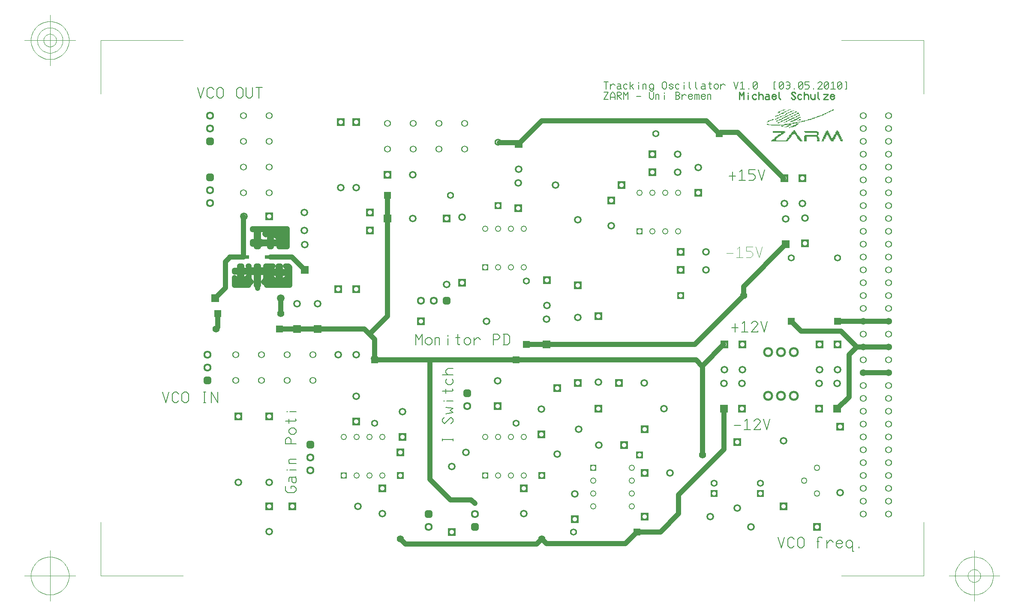
<source format=gbr>
G04 Generated by Ultiboard 10.0 *
%FSLAX25Y25*%
%MOIN*%

%ADD14C,0.04000*%
%ADD44C,0.00787*%
%ADD45C,0.00367*%
%ADD46C,0.00525*%
%ADD43C,0.01050*%
%ADD23C,0.00004*%
%ADD22C,0.00394*%
%ADD28C,0.03937X0.02362*%
%ADD36C,0.05906X0.03543*%
%ADD37R,0.05906X0.05906X0.03543*%
%ADD40C,0.07834X0.04667*%
%ADD34C,0.05512X0.03150*%
%ADD35R,0.05512X0.05512X0.03150*%
%ADD41C,0.05337X0.03937*%
%ADD29C,0.06334X0.03500*%
%ADD38R,0.02083X0.02083X0.03917*%
%ADD18C,0.03917*%
%ADD47R,0.03150X0.08661*%
%ADD48R,0.08661X0.03150*%
%ADD32R,0.04900X0.04900X0.03500*%
%ADD33C,0.04900X0.03500*%
%ADD49C,0.05000X0.03500*%


G04 ColorRGB 00FF00 for the following layer *
%LNCopper Top*%
%LPD*%
%FSLAX25Y25*%
%MOIN*%
G54D14*
X490300Y339000D02*
X526000Y303300D01*
X527803Y252000D02*
X495000Y219197D01*
X232037Y18750D02*
X262750Y18750D01*
X208000Y162000D02*
X458000Y162000D01*
X267000Y53000D02*
X251000Y69000D01*
X251000Y69000D02*
X251000Y161000D01*
X218000Y196000D02*
X218000Y290000D01*
X106000Y273488D02*
X106000Y242000D01*
X117911Y257031D02*
X117911Y253911D01*
X117911Y253911D02*
X119886Y253911D01*
X119886Y253911D02*
X119886Y252089D01*
X119886Y252089D02*
X117911Y252089D01*
X117911Y252089D02*
X117911Y250000D01*
X117911Y250000D02*
X116089Y250000D01*
X116089Y250000D02*
X116089Y252089D01*
X116089Y252089D02*
X113000Y252089D01*
X113000Y252089D02*
X113000Y253911D01*
X113000Y253911D02*
X116089Y253911D01*
X116089Y253911D02*
X116089Y257031D01*
X116089Y257031D02*
X116278Y257031D01*
X116278Y257031D02*
X116278Y263278D01*
X116278Y263278D02*
X113000Y263278D01*
X113000Y263278D02*
X113000Y264000D01*
X113000Y264000D02*
X119886Y264000D01*
X119886Y264000D02*
X119886Y263278D01*
X119886Y263278D02*
X117722Y263278D01*
X117722Y263278D02*
X117722Y257031D01*
X117722Y257031D02*
X117911Y257031D01*
G36*
X117911Y257031D02*
X117911Y253911D01*
X119886Y253911D01*
X119886Y252089D01*
X117911Y252089D01*
X117911Y250000D01*
X116089Y250000D01*
X116089Y252089D01*
X113000Y252089D01*
X113000Y253911D01*
X116089Y253911D01*
X116089Y257031D01*
X116278Y257031D01*
X116278Y263278D01*
X113000Y263278D01*
X113000Y264000D01*
X119886Y264000D01*
X119886Y263278D01*
X117722Y263278D01*
X117722Y257031D01*
X117911Y257031D01*
G37*
X117911Y257031D02*
X117911Y253911D01*
X117911Y253911D02*
X119886Y253911D01*
X119886Y253911D02*
X119886Y252089D01*
X119886Y252089D02*
X117911Y252089D01*
X117911Y252089D02*
X117911Y250000D01*
X117911Y250000D02*
X116089Y250000D01*
X116089Y250000D02*
X116089Y252089D01*
X116089Y252089D02*
X113000Y252089D01*
X113000Y252089D02*
X113000Y253911D01*
X113000Y253911D02*
X116089Y253911D01*
X116089Y253911D02*
X116089Y257031D01*
X116089Y257031D02*
X116278Y257031D01*
X116278Y257031D02*
X116278Y263278D01*
X116278Y263278D02*
X113000Y263278D01*
X113000Y263278D02*
X113000Y264000D01*
X113000Y264000D02*
X119886Y264000D01*
X119886Y264000D02*
X119886Y263278D01*
X119886Y263278D02*
X117722Y263278D01*
X117722Y263278D02*
X117722Y257031D01*
X117722Y257031D02*
X117911Y257031D01*
X123567Y259410D02*
X122916Y260061D01*
X122916Y260061D02*
X123969Y261114D01*
X123969Y261114D02*
X123969Y263278D01*
X123969Y263278D02*
X119886Y263278D01*
X119886Y263278D02*
X119886Y264000D01*
X119886Y264000D02*
X140000Y264000D01*
X140000Y264000D02*
X140000Y255886D01*
X140000Y255886D02*
X133980Y255886D01*
X133980Y255886D02*
X129898Y259969D01*
X129898Y259969D02*
X127733Y259969D01*
X127733Y259969D02*
X127733Y255886D01*
X127733Y255886D02*
X126290Y255886D01*
X126290Y255886D02*
X126290Y259969D01*
X126290Y259969D02*
X124125Y259969D01*
X124125Y259969D02*
X123567Y259410D01*
G36*
X123567Y259410D02*
X122916Y260061D01*
X123969Y261114D01*
X123969Y263278D01*
X119886Y263278D01*
X119886Y264000D01*
X140000Y264000D01*
X140000Y255886D01*
X133980Y255886D01*
X129898Y259969D01*
X127733Y259969D01*
X127733Y255886D01*
X126290Y255886D01*
X126290Y259969D01*
X124125Y259969D01*
X123567Y259410D01*
G37*
X123567Y259410D02*
X122916Y260061D01*
X122916Y260061D02*
X123969Y261114D01*
X123969Y261114D02*
X123969Y263278D01*
X123969Y263278D02*
X119886Y263278D01*
X119886Y263278D02*
X119886Y264000D01*
X119886Y264000D02*
X140000Y264000D01*
X140000Y264000D02*
X140000Y255886D01*
X140000Y255886D02*
X133980Y255886D01*
X133980Y255886D02*
X129898Y259969D01*
X129898Y259969D02*
X127733Y259969D01*
X127733Y259969D02*
X127733Y255886D01*
X127733Y255886D02*
X126290Y255886D01*
X126290Y255886D02*
X126290Y259969D01*
X126290Y259969D02*
X124125Y259969D01*
X124125Y259969D02*
X123567Y259410D01*
X119886Y253911D02*
X120043Y253911D01*
X120043Y253911D02*
X120043Y253722D01*
X120043Y253722D02*
X126290Y253722D01*
X126290Y253722D02*
X126290Y255886D01*
X126290Y255886D02*
X127733Y255886D01*
X127733Y255886D02*
X127733Y253722D01*
X127733Y253722D02*
X133980Y253722D01*
X133980Y253722D02*
X133980Y255886D01*
X133980Y255886D02*
X140000Y255886D01*
X140000Y255886D02*
X140000Y250000D01*
X140000Y250000D02*
X133867Y250000D01*
X133867Y250000D02*
X133980Y250114D01*
X133980Y250114D02*
X133980Y252278D01*
X133980Y252278D02*
X127733Y252278D01*
X127733Y252278D02*
X127733Y250000D01*
X127733Y250000D02*
X126290Y250000D01*
X126290Y250000D02*
X126290Y252278D01*
X126290Y252278D02*
X120043Y252278D01*
X120043Y252278D02*
X120043Y252089D01*
X120043Y252089D02*
X119886Y252089D01*
X119886Y252089D02*
X119886Y253911D01*
G36*
X119886Y253911D02*
X120043Y253911D01*
X120043Y253722D01*
X126290Y253722D01*
X126290Y255886D01*
X127733Y255886D01*
X127733Y253722D01*
X133980Y253722D01*
X133980Y255886D01*
X140000Y255886D01*
X140000Y250000D01*
X133867Y250000D01*
X133980Y250114D01*
X133980Y252278D01*
X127733Y252278D01*
X127733Y250000D01*
X126290Y250000D01*
X126290Y252278D01*
X120043Y252278D01*
X120043Y252089D01*
X119886Y252089D01*
X119886Y253911D01*
G37*
X119886Y253911D02*
X120043Y253911D01*
X120043Y253911D02*
X120043Y253722D01*
X120043Y253722D02*
X126290Y253722D01*
X126290Y253722D02*
X126290Y255886D01*
X126290Y255886D02*
X127733Y255886D01*
X127733Y255886D02*
X127733Y253722D01*
X127733Y253722D02*
X133980Y253722D01*
X133980Y253722D02*
X133980Y255886D01*
X133980Y255886D02*
X140000Y255886D01*
X140000Y255886D02*
X140000Y250000D01*
X140000Y250000D02*
X133867Y250000D01*
X133867Y250000D02*
X133980Y250114D01*
X133980Y250114D02*
X133980Y252278D01*
X133980Y252278D02*
X127733Y252278D01*
X127733Y252278D02*
X127733Y250000D01*
X127733Y250000D02*
X126290Y250000D01*
X126290Y250000D02*
X126290Y252278D01*
X126290Y252278D02*
X120043Y252278D01*
X120043Y252278D02*
X120043Y252089D01*
X120043Y252089D02*
X119886Y252089D01*
X119886Y252089D02*
X119886Y253911D01*
X117000Y264000D02*
X117000Y253000D01*
X127012Y253000D02*
X117000Y253000D01*
X143902Y242000D02*
X127000Y242000D01*
X117911Y235000D02*
X117911Y231911D01*
X117911Y231911D02*
X123575Y231911D01*
X123575Y231911D02*
X123575Y235000D01*
X123575Y235000D02*
X129145Y235000D01*
X129145Y235000D02*
X127031Y232886D01*
X127031Y232886D02*
X127031Y230722D01*
X127031Y230722D02*
X133278Y230722D01*
X133278Y230722D02*
X133278Y235000D01*
X133278Y235000D02*
X134722Y235000D01*
X134722Y235000D02*
X134722Y230722D01*
X134722Y230722D02*
X140969Y230722D01*
X140969Y230722D02*
X140969Y232886D01*
X140969Y232886D02*
X138855Y235000D01*
X138855Y235000D02*
X141002Y235000D01*
X141002Y235000D02*
X142000Y234002D01*
X142000Y234002D02*
X142000Y227114D01*
X142000Y227114D02*
X140969Y227114D01*
X140969Y227114D02*
X140969Y229278D01*
X140969Y229278D02*
X134722Y229278D01*
X134722Y229278D02*
X134722Y227114D01*
X134722Y227114D02*
X133278Y227114D01*
X133278Y227114D02*
X133278Y229278D01*
X133278Y229278D02*
X127031Y229278D01*
X127031Y229278D02*
X127031Y227114D01*
X127031Y227114D02*
X123575Y227114D01*
X123575Y227114D02*
X123575Y230089D01*
X123575Y230089D02*
X117911Y230089D01*
X117911Y230089D02*
X117911Y227114D01*
X117911Y227114D02*
X116089Y227114D01*
X116089Y227114D02*
X116089Y230089D01*
X116089Y230089D02*
X110969Y230089D01*
X110969Y230089D02*
X110969Y230278D01*
X110969Y230278D02*
X106886Y230278D01*
X106886Y230278D02*
X106886Y231722D01*
X106886Y231722D02*
X110969Y231722D01*
X110969Y231722D02*
X110969Y231911D01*
X110969Y231911D02*
X116089Y231911D01*
X116089Y231911D02*
X116089Y235000D01*
X116089Y235000D02*
X117911Y235000D01*
G36*
X117911Y235000D02*
X117911Y231911D01*
X123575Y231911D01*
X123575Y235000D01*
X129145Y235000D01*
X127031Y232886D01*
X127031Y230722D01*
X133278Y230722D01*
X133278Y235000D01*
X134722Y235000D01*
X134722Y230722D01*
X140969Y230722D01*
X140969Y232886D01*
X138855Y235000D01*
X141002Y235000D01*
X142000Y234002D01*
X142000Y227114D01*
X140969Y227114D01*
X140969Y229278D01*
X134722Y229278D01*
X134722Y227114D01*
X133278Y227114D01*
X133278Y229278D01*
X127031Y229278D01*
X127031Y227114D01*
X123575Y227114D01*
X123575Y230089D01*
X117911Y230089D01*
X117911Y227114D01*
X116089Y227114D01*
X116089Y230089D01*
X110969Y230089D01*
X110969Y230278D01*
X106886Y230278D01*
X106886Y231722D01*
X110969Y231722D01*
X110969Y231911D01*
X116089Y231911D01*
X116089Y235000D01*
X117911Y235000D01*
G37*
X117911Y235000D02*
X117911Y231911D01*
X117911Y231911D02*
X123575Y231911D01*
X123575Y231911D02*
X123575Y235000D01*
X123575Y235000D02*
X129145Y235000D01*
X129145Y235000D02*
X127031Y232886D01*
X127031Y232886D02*
X127031Y230722D01*
X127031Y230722D02*
X133278Y230722D01*
X133278Y230722D02*
X133278Y235000D01*
X133278Y235000D02*
X134722Y235000D01*
X134722Y235000D02*
X134722Y230722D01*
X134722Y230722D02*
X140969Y230722D01*
X140969Y230722D02*
X140969Y232886D01*
X140969Y232886D02*
X138855Y235000D01*
X138855Y235000D02*
X141002Y235000D01*
X141002Y235000D02*
X142000Y234002D01*
X142000Y234002D02*
X142000Y227114D01*
X142000Y227114D02*
X140969Y227114D01*
X140969Y227114D02*
X140969Y229278D01*
X140969Y229278D02*
X134722Y229278D01*
X134722Y229278D02*
X134722Y227114D01*
X134722Y227114D02*
X133278Y227114D01*
X133278Y227114D02*
X133278Y229278D01*
X133278Y229278D02*
X127031Y229278D01*
X127031Y229278D02*
X127031Y227114D01*
X127031Y227114D02*
X123575Y227114D01*
X123575Y227114D02*
X123575Y230089D01*
X123575Y230089D02*
X117911Y230089D01*
X117911Y230089D02*
X117911Y227114D01*
X117911Y227114D02*
X116089Y227114D01*
X116089Y227114D02*
X116089Y230089D01*
X116089Y230089D02*
X110969Y230089D01*
X110969Y230089D02*
X110969Y230278D01*
X110969Y230278D02*
X106886Y230278D01*
X106886Y230278D02*
X106886Y231722D01*
X106886Y231722D02*
X110969Y231722D01*
X110969Y231722D02*
X110969Y231911D01*
X110969Y231911D02*
X116089Y231911D01*
X116089Y231911D02*
X116089Y235000D01*
X116089Y235000D02*
X117911Y235000D01*
X121753Y222776D02*
X123575Y224598D01*
X123575Y224598D02*
X123575Y227114D01*
X123575Y227114D02*
X127031Y227114D01*
X127031Y227114D02*
X131114Y223031D01*
X131114Y223031D02*
X133278Y223031D01*
X133278Y223031D02*
X133278Y227114D01*
X133278Y227114D02*
X134722Y227114D01*
X134722Y227114D02*
X134722Y223031D01*
X134722Y223031D02*
X136886Y223031D01*
X136886Y223031D02*
X140969Y227114D01*
X140969Y227114D02*
X142000Y227114D01*
X142000Y227114D02*
X142000Y220000D01*
X142000Y220000D02*
X123969Y220000D01*
X123969Y220000D02*
X123969Y220560D01*
X123969Y220560D02*
X121753Y222776D01*
G36*
X121753Y222776D02*
X123575Y224598D01*
X123575Y227114D01*
X127031Y227114D01*
X131114Y223031D01*
X133278Y223031D01*
X133278Y227114D01*
X134722Y227114D01*
X134722Y223031D01*
X136886Y223031D01*
X140969Y227114D01*
X142000Y227114D01*
X142000Y220000D01*
X123969Y220000D01*
X123969Y220560D01*
X121753Y222776D01*
G37*
X121753Y222776D02*
X123575Y224598D01*
X123575Y224598D02*
X123575Y227114D01*
X123575Y227114D02*
X127031Y227114D01*
X127031Y227114D02*
X131114Y223031D01*
X131114Y223031D02*
X133278Y223031D01*
X133278Y223031D02*
X133278Y227114D01*
X133278Y227114D02*
X134722Y227114D01*
X134722Y227114D02*
X134722Y223031D01*
X134722Y223031D02*
X136886Y223031D01*
X136886Y223031D02*
X140969Y227114D01*
X140969Y227114D02*
X142000Y227114D01*
X142000Y227114D02*
X142000Y220000D01*
X142000Y220000D02*
X123969Y220000D01*
X123969Y220000D02*
X123969Y220560D01*
X123969Y220560D02*
X121753Y222776D01*
X104722Y235000D02*
X104722Y231722D01*
X104722Y231722D02*
X106886Y231722D01*
X106886Y231722D02*
X106886Y230278D01*
X106886Y230278D02*
X104722Y230278D01*
X104722Y230278D02*
X104722Y224031D01*
X104722Y224031D02*
X106886Y224031D01*
X106886Y224031D02*
X106886Y220000D01*
X106886Y220000D02*
X99000Y220000D01*
X99000Y220000D02*
X99000Y226145D01*
X99000Y226145D02*
X101114Y224031D01*
X101114Y224031D02*
X103278Y224031D01*
X103278Y224031D02*
X103278Y230278D01*
X103278Y230278D02*
X99000Y230278D01*
X99000Y230278D02*
X99000Y231722D01*
X99000Y231722D02*
X103278Y231722D01*
X103278Y231722D02*
X103278Y235000D01*
X103278Y235000D02*
X104722Y235000D01*
G36*
X104722Y235000D02*
X104722Y231722D01*
X106886Y231722D01*
X106886Y230278D01*
X104722Y230278D01*
X104722Y224031D01*
X106886Y224031D01*
X106886Y220000D01*
X99000Y220000D01*
X99000Y226145D01*
X101114Y224031D01*
X103278Y224031D01*
X103278Y230278D01*
X99000Y230278D01*
X99000Y231722D01*
X103278Y231722D01*
X103278Y235000D01*
X104722Y235000D01*
G37*
X104722Y235000D02*
X104722Y231722D01*
X104722Y231722D02*
X106886Y231722D01*
X106886Y231722D02*
X106886Y230278D01*
X106886Y230278D02*
X104722Y230278D01*
X104722Y230278D02*
X104722Y224031D01*
X104722Y224031D02*
X106886Y224031D01*
X106886Y224031D02*
X106886Y220000D01*
X106886Y220000D02*
X99000Y220000D01*
X99000Y220000D02*
X99000Y226145D01*
X99000Y226145D02*
X101114Y224031D01*
X101114Y224031D02*
X103278Y224031D01*
X103278Y224031D02*
X103278Y230278D01*
X103278Y230278D02*
X99000Y230278D01*
X99000Y230278D02*
X99000Y231722D01*
X99000Y231722D02*
X103278Y231722D01*
X103278Y231722D02*
X103278Y235000D01*
X103278Y235000D02*
X104722Y235000D01*
X116089Y224642D02*
X116089Y227114D01*
X116089Y227114D02*
X117911Y227114D01*
X117911Y227114D02*
X117911Y224642D01*
X117911Y224642D02*
X117722Y224642D01*
X117722Y224642D02*
X117722Y220000D01*
X117722Y220000D02*
X116278Y220000D01*
X116278Y220000D02*
X116278Y224642D01*
X116278Y224642D02*
X116089Y224642D01*
G36*
X116089Y224642D02*
X116089Y227114D01*
X117911Y227114D01*
X117911Y224642D01*
X117722Y224642D01*
X117722Y220000D01*
X116278Y220000D01*
X116278Y224642D01*
X116089Y224642D01*
G37*
X116089Y224642D02*
X116089Y227114D01*
X116089Y227114D02*
X117911Y227114D01*
X117911Y227114D02*
X117911Y224642D01*
X117911Y224642D02*
X117722Y224642D01*
X117722Y224642D02*
X117722Y220000D01*
X117722Y220000D02*
X116278Y220000D01*
X116278Y220000D02*
X116278Y224642D01*
X116278Y224642D02*
X116089Y224642D01*
X110425Y227114D02*
X110425Y224598D01*
X110425Y224598D02*
X112247Y222776D01*
X112247Y222776D02*
X110031Y220560D01*
X110031Y220560D02*
X110031Y220000D01*
X110031Y220000D02*
X106886Y220000D01*
X106886Y220000D02*
X106886Y224031D01*
X106886Y224031D02*
X109969Y227114D01*
X109969Y227114D02*
X110425Y227114D01*
G36*
X110425Y227114D02*
X110425Y224598D01*
X112247Y222776D01*
X110031Y220560D01*
X110031Y220000D01*
X106886Y220000D01*
X106886Y224031D01*
X109969Y227114D01*
X110425Y227114D01*
G37*
X110425Y227114D02*
X110425Y224598D01*
X110425Y224598D02*
X112247Y222776D01*
X112247Y222776D02*
X110031Y220560D01*
X110031Y220560D02*
X110031Y220000D01*
X110031Y220000D02*
X106886Y220000D01*
X106886Y220000D02*
X106886Y224031D01*
X106886Y224031D02*
X109969Y227114D01*
X109969Y227114D02*
X110425Y227114D01*
X110425Y227570D02*
X110425Y227114D01*
X110425Y227114D02*
X109969Y227114D01*
X109969Y227114D02*
X110425Y227570D01*
G36*
X110425Y227570D02*
X110425Y227114D01*
X109969Y227114D01*
X110425Y227570D01*
G37*
X110425Y227570D02*
X110425Y227114D01*
X110425Y227114D02*
X109969Y227114D01*
X109969Y227114D02*
X110425Y227570D01*
X110425Y235000D02*
X110425Y234430D01*
X110425Y234430D02*
X109855Y235000D01*
X109855Y235000D02*
X110425Y235000D01*
G36*
X110425Y235000D02*
X110425Y234430D01*
X109855Y235000D01*
X110425Y235000D01*
G37*
X110425Y235000D02*
X110425Y234430D01*
X110425Y234430D02*
X109855Y235000D01*
X109855Y235000D02*
X110425Y235000D01*
X104000Y231000D02*
X133000Y231000D01*
X118000Y230000D02*
X134000Y230000D01*
X84787Y186000D02*
X86000Y187213D01*
X86000Y187213D02*
X86000Y198000D01*
X84000Y210000D02*
X92000Y218000D01*
X92000Y218000D02*
X92000Y238500D01*
X92000Y238500D02*
X95000Y241500D01*
X95500Y242000D02*
X106000Y242000D01*
X117000Y217674D02*
X117000Y231000D01*
X117000Y231000D02*
X118000Y230000D01*
X228000Y22787D02*
X232037Y18750D01*
X134000Y186000D02*
X200000Y186000D01*
X143902Y242000D02*
X153902Y232000D01*
X135000Y198213D02*
X135000Y209909D01*
X208000Y178000D02*
X200000Y186000D01*
X218000Y196000D02*
X204000Y182000D01*
X208000Y162000D02*
X207000Y163000D01*
X208000Y162000D02*
X208000Y178000D01*
X341787Y19000D02*
X403000Y19000D01*
X326000Y174000D02*
X457213Y174000D01*
X333963Y18750D02*
X262750Y18750D01*
X286000Y50250D02*
X283250Y53000D01*
X267000Y53000D02*
X283250Y53000D01*
X338000Y22787D02*
X341787Y19000D01*
X338000Y22787D02*
X333963Y18750D01*
X479884Y92343D02*
X479884Y123884D01*
X463000Y88213D02*
X463000Y157402D01*
X430329Y28000D02*
X444550Y42221D01*
X444550Y57009D02*
X479884Y92343D01*
X444550Y42221D02*
X444550Y57009D01*
X430329Y28000D02*
X412000Y28000D01*
X403000Y19000D02*
X412000Y28000D01*
X495213Y212000D02*
X457213Y174000D01*
X463000Y157402D02*
X479598Y174000D01*
X458000Y162000D02*
X462900Y157100D01*
X495000Y219197D02*
X495000Y212106D01*
X466000Y348000D02*
X338098Y348000D01*
X320000Y329902D02*
X318902Y331000D01*
X318902Y331000D02*
X305000Y331000D01*
X338098Y348000D02*
X320000Y329902D01*
X476000Y338000D02*
X477000Y339000D01*
X477000Y339000D02*
X490300Y339000D01*
X476000Y338000D02*
X466000Y348000D01*
X567803Y124000D02*
X577000Y133197D01*
X583112Y172061D02*
X570929Y184244D01*
X570929Y184244D02*
X539756Y184244D01*
X568000Y192000D02*
X607685Y192000D01*
X539756Y184244D02*
X532000Y192000D01*
X583000Y172000D02*
X607685Y172000D01*
X588000Y152000D02*
X607685Y152000D01*
X577000Y133197D02*
X577000Y166000D01*
X583000Y172000D02*
X577000Y166000D01*
X526000Y303300D02*
X526000Y303000D01*
G54D44*
X487840Y111094D02*
X492879Y111094D01*
X496239Y114469D02*
X497919Y116156D01*
X497919Y116156D02*
X497919Y107720D01*
X495399Y107720D02*
X500438Y107720D01*
X502958Y114469D02*
X504638Y116156D01*
X504638Y116156D02*
X506318Y116156D01*
X506318Y116156D02*
X507997Y114469D01*
X507997Y114469D02*
X507997Y113625D01*
X507997Y113625D02*
X502958Y107720D01*
X502958Y107720D02*
X507997Y107720D01*
X507997Y107720D02*
X507997Y108564D01*
X510517Y116156D02*
X513037Y107720D01*
X513037Y107720D02*
X515556Y116156D01*
X485840Y187094D02*
X490879Y187094D01*
X488360Y190469D02*
X488360Y183720D01*
X494239Y190469D02*
X495919Y192156D01*
X495919Y192156D02*
X495919Y183720D01*
X493399Y183720D02*
X498438Y183720D01*
X500958Y190469D02*
X502638Y192156D01*
X502638Y192156D02*
X504318Y192156D01*
X504318Y192156D02*
X505997Y190469D01*
X505997Y190469D02*
X505997Y189625D01*
X505997Y189625D02*
X500958Y183720D01*
X500958Y183720D02*
X505997Y183720D01*
X505997Y183720D02*
X505997Y184564D01*
X508517Y192156D02*
X511037Y183720D01*
X511037Y183720D02*
X513556Y192156D01*
X483840Y305094D02*
X488879Y305094D01*
X486360Y308469D02*
X486360Y301720D01*
X492239Y308469D02*
X493919Y310156D01*
X493919Y310156D02*
X493919Y301720D01*
X491399Y301720D02*
X496438Y301720D01*
X503997Y310156D02*
X498958Y310156D01*
X498958Y310156D02*
X498958Y306782D01*
X498958Y306782D02*
X502318Y306782D01*
X502318Y306782D02*
X503997Y305094D01*
X503997Y305094D02*
X503997Y303407D01*
X503997Y303407D02*
X502318Y301720D01*
X502318Y301720D02*
X498958Y301720D01*
X506517Y310156D02*
X509037Y301720D01*
X509037Y301720D02*
X511556Y310156D01*
X240045Y173625D02*
X240045Y182062D01*
X240045Y182062D02*
X242564Y177844D01*
X242564Y177844D02*
X245084Y182062D01*
X245084Y182062D02*
X245084Y173625D01*
X247604Y175313D02*
X249283Y173625D01*
X249283Y173625D02*
X250963Y173625D01*
X250963Y173625D02*
X252643Y175313D01*
X252643Y175313D02*
X252643Y177844D01*
X252643Y177844D02*
X250963Y179531D01*
X250963Y179531D02*
X249283Y179531D01*
X249283Y179531D02*
X247604Y177844D01*
X247604Y177844D02*
X247604Y175313D01*
X255163Y173625D02*
X255163Y178687D01*
X255163Y178687D02*
X255163Y179531D01*
X255163Y178687D02*
X256003Y179531D01*
X256003Y179531D02*
X257682Y179531D01*
X257682Y179531D02*
X258522Y178687D01*
X258522Y178687D02*
X258522Y173625D01*
X265241Y173625D02*
X265241Y178687D01*
X265241Y180375D02*
X265241Y181218D01*
X274480Y174469D02*
X273640Y173625D01*
X273640Y173625D02*
X272801Y174469D01*
X272801Y174469D02*
X272801Y182062D01*
X271121Y179531D02*
X274480Y179531D01*
X277840Y175313D02*
X279520Y173625D01*
X279520Y173625D02*
X281199Y173625D01*
X281199Y173625D02*
X282879Y175313D01*
X282879Y175313D02*
X282879Y177844D01*
X282879Y177844D02*
X281199Y179531D01*
X281199Y179531D02*
X279520Y179531D01*
X279520Y179531D02*
X277840Y177844D01*
X277840Y177844D02*
X277840Y175313D01*
X285399Y177000D02*
X287919Y179531D01*
X287919Y179531D02*
X288759Y179531D01*
X288759Y179531D02*
X290438Y177844D01*
X285399Y173625D02*
X285399Y179531D01*
X300517Y173625D02*
X300517Y182062D01*
X300517Y182062D02*
X303877Y182062D01*
X303877Y182062D02*
X305556Y180375D01*
X305556Y180375D02*
X305556Y179531D01*
X305556Y179531D02*
X303877Y177844D01*
X303877Y177844D02*
X300517Y177844D01*
X308076Y173625D02*
X311436Y173625D01*
X311436Y173625D02*
X313115Y175313D01*
X313115Y175313D02*
X313115Y180375D01*
X313115Y180375D02*
X311436Y182062D01*
X311436Y182062D02*
X308076Y182062D01*
X308916Y182062D02*
X308916Y173625D01*
X43163Y137062D02*
X45682Y128625D01*
X45682Y128625D02*
X48202Y137062D01*
X55761Y130313D02*
X54081Y128625D01*
X54081Y128625D02*
X52402Y128625D01*
X52402Y128625D02*
X50722Y130313D01*
X50722Y130313D02*
X50722Y135375D01*
X50722Y135375D02*
X52402Y137062D01*
X52402Y137062D02*
X54081Y137062D01*
X54081Y137062D02*
X55761Y135375D01*
X58281Y130313D02*
X59961Y128625D01*
X59961Y128625D02*
X61640Y128625D01*
X61640Y128625D02*
X63320Y130313D01*
X63320Y130313D02*
X63320Y135375D01*
X63320Y135375D02*
X61640Y137062D01*
X61640Y137062D02*
X59961Y137062D01*
X59961Y137062D02*
X58281Y135375D01*
X58281Y135375D02*
X58281Y130313D01*
X75079Y128625D02*
X76759Y128625D01*
X75079Y137062D02*
X76759Y137062D01*
X75919Y128625D02*
X75919Y137062D01*
X80958Y128625D02*
X80958Y137062D01*
X80958Y137062D02*
X85997Y128625D01*
X85997Y128625D02*
X85997Y137062D01*
X143062Y62168D02*
X143062Y63848D01*
X143062Y63848D02*
X145593Y63848D01*
X145593Y63848D02*
X147280Y62168D01*
X147280Y62168D02*
X147280Y60488D01*
X147280Y60488D02*
X145593Y58808D01*
X145593Y58808D02*
X140531Y58808D01*
X140531Y58808D02*
X138844Y60488D01*
X138844Y60488D02*
X138844Y63848D01*
X141375Y67207D02*
X141375Y69727D01*
X141375Y69727D02*
X142218Y70567D01*
X142218Y70567D02*
X146436Y70567D01*
X146436Y70567D02*
X147280Y69727D01*
X147280Y69727D02*
X147280Y67207D01*
X147280Y67207D02*
X146436Y66367D01*
X146436Y66367D02*
X144749Y66367D01*
X144749Y66367D02*
X143906Y67207D01*
X143906Y67207D02*
X143906Y70567D01*
X146436Y70567D02*
X147280Y71407D01*
X147280Y76446D02*
X142218Y76446D01*
X140531Y76446D02*
X139687Y76446D01*
X147280Y81486D02*
X142218Y81486D01*
X142218Y81486D02*
X141375Y81486D01*
X142218Y81486D02*
X141375Y82325D01*
X141375Y82325D02*
X141375Y84005D01*
X141375Y84005D02*
X142218Y84845D01*
X142218Y84845D02*
X147280Y84845D01*
X147280Y96604D02*
X138844Y96604D01*
X138844Y96604D02*
X138844Y99963D01*
X138844Y99963D02*
X140531Y101643D01*
X140531Y101643D02*
X141375Y101643D01*
X141375Y101643D02*
X143062Y99963D01*
X143062Y99963D02*
X143062Y96604D01*
X145593Y104163D02*
X147280Y105843D01*
X147280Y105843D02*
X147280Y107522D01*
X147280Y107522D02*
X145593Y109202D01*
X145593Y109202D02*
X143062Y109202D01*
X143062Y109202D02*
X141375Y107522D01*
X141375Y107522D02*
X141375Y105843D01*
X141375Y105843D02*
X143062Y104163D01*
X143062Y104163D02*
X145593Y104163D01*
X146436Y115921D02*
X147280Y115081D01*
X147280Y115081D02*
X146436Y114241D01*
X146436Y114241D02*
X138844Y114241D01*
X141375Y112562D02*
X141375Y115921D01*
X147280Y121801D02*
X142218Y121801D01*
X140531Y121801D02*
X139687Y121801D01*
X70383Y374062D02*
X72903Y365625D01*
X72903Y365625D02*
X75423Y374062D01*
X82982Y367313D02*
X81302Y365625D01*
X81302Y365625D02*
X79622Y365625D01*
X79622Y365625D02*
X77942Y367313D01*
X77942Y367313D02*
X77942Y372375D01*
X77942Y372375D02*
X79622Y374062D01*
X79622Y374062D02*
X81302Y374062D01*
X81302Y374062D02*
X82982Y372375D01*
X85501Y367313D02*
X87181Y365625D01*
X87181Y365625D02*
X88861Y365625D01*
X88861Y365625D02*
X90541Y367313D01*
X90541Y367313D02*
X90541Y372375D01*
X90541Y372375D02*
X88861Y374062D01*
X88861Y374062D02*
X87181Y374062D01*
X87181Y374062D02*
X85501Y372375D01*
X85501Y372375D02*
X85501Y367313D01*
X100619Y367313D02*
X102299Y365625D01*
X102299Y365625D02*
X103979Y365625D01*
X103979Y365625D02*
X105659Y367313D01*
X105659Y367313D02*
X105659Y372375D01*
X105659Y372375D02*
X103979Y374062D01*
X103979Y374062D02*
X102299Y374062D01*
X102299Y374062D02*
X100619Y372375D01*
X100619Y372375D02*
X100619Y367313D01*
X108178Y374062D02*
X108178Y367313D01*
X108178Y367313D02*
X109858Y365625D01*
X109858Y365625D02*
X111538Y365625D01*
X111538Y365625D02*
X113218Y367313D01*
X113218Y367313D02*
X113218Y374062D01*
X118257Y365625D02*
X118257Y374062D01*
X115738Y374062D02*
X120777Y374062D01*
X269280Y99047D02*
X269280Y100727D01*
X260844Y99047D02*
X260844Y100727D01*
X269280Y99887D02*
X260844Y99887D01*
X267593Y112486D02*
X269280Y114165D01*
X269280Y114165D02*
X269280Y115845D01*
X269280Y115845D02*
X267593Y117525D01*
X267593Y117525D02*
X262531Y112486D01*
X262531Y112486D02*
X260844Y114165D01*
X260844Y114165D02*
X260844Y115845D01*
X260844Y115845D02*
X262531Y117525D01*
X263375Y120045D02*
X269280Y120885D01*
X269280Y120885D02*
X266749Y122564D01*
X266749Y122564D02*
X269280Y124244D01*
X269280Y124244D02*
X263375Y125084D01*
X269280Y130123D02*
X264218Y130123D01*
X262531Y130123D02*
X261687Y130123D01*
X268436Y139362D02*
X269280Y138522D01*
X269280Y138522D02*
X268436Y137682D01*
X268436Y137682D02*
X260844Y137682D01*
X263375Y136003D02*
X263375Y139362D01*
X268436Y146921D02*
X269280Y146081D01*
X269280Y146081D02*
X269280Y144402D01*
X269280Y144402D02*
X267593Y142722D01*
X267593Y142722D02*
X265062Y142722D01*
X265062Y142722D02*
X263375Y144402D01*
X263375Y144402D02*
X263375Y146081D01*
X263375Y146081D02*
X264218Y146921D01*
X265062Y150281D02*
X263375Y151961D01*
X263375Y151961D02*
X263375Y153640D01*
X263375Y153640D02*
X265062Y155320D01*
X265062Y155320D02*
X269280Y155320D01*
X260844Y150281D02*
X269280Y150281D01*
X521840Y24156D02*
X524360Y15720D01*
X524360Y15720D02*
X526879Y24156D01*
X534438Y17407D02*
X532759Y15720D01*
X532759Y15720D02*
X531079Y15720D01*
X531079Y15720D02*
X529399Y17407D01*
X529399Y17407D02*
X529399Y22469D01*
X529399Y22469D02*
X531079Y24156D01*
X531079Y24156D02*
X532759Y24156D01*
X532759Y24156D02*
X534438Y22469D01*
X536958Y17407D02*
X538638Y15720D01*
X538638Y15720D02*
X540318Y15720D01*
X540318Y15720D02*
X541997Y17407D01*
X541997Y17407D02*
X541997Y22469D01*
X541997Y22469D02*
X540318Y24156D01*
X540318Y24156D02*
X538638Y24156D01*
X538638Y24156D02*
X536958Y22469D01*
X536958Y22469D02*
X536958Y17407D01*
X552916Y15720D02*
X552916Y23313D01*
X552916Y23313D02*
X553756Y24156D01*
X553756Y24156D02*
X555436Y24156D01*
X555436Y24156D02*
X556276Y23313D01*
X552076Y20782D02*
X553756Y20782D01*
X559635Y19094D02*
X562155Y21625D01*
X562155Y21625D02*
X562995Y21625D01*
X562995Y21625D02*
X564675Y19938D01*
X559635Y15720D02*
X559635Y21625D01*
X572234Y17407D02*
X570554Y15720D01*
X570554Y15720D02*
X568874Y15720D01*
X568874Y15720D02*
X567194Y17407D01*
X567194Y17407D02*
X567194Y19938D01*
X567194Y19938D02*
X568874Y21625D01*
X568874Y21625D02*
X570554Y21625D01*
X570554Y21625D02*
X572234Y19938D01*
X572234Y19938D02*
X571394Y19094D01*
X571394Y19094D02*
X567194Y19094D01*
X579793Y17407D02*
X578113Y15720D01*
X578113Y15720D02*
X576433Y15720D01*
X576433Y15720D02*
X574753Y17407D01*
X574753Y17407D02*
X574753Y19938D01*
X574753Y19938D02*
X576433Y21625D01*
X576433Y21625D02*
X578113Y21625D01*
X578113Y21625D02*
X579793Y19938D01*
X579793Y19938D02*
X579793Y17407D01*
X579793Y17407D02*
X579793Y13189D01*
X579793Y13189D02*
X580633Y13189D01*
X584832Y15720D02*
X584832Y16564D01*
G54D45*
X481840Y245094D02*
X486879Y245094D01*
X490239Y248469D02*
X491919Y250156D01*
X491919Y250156D02*
X491919Y241720D01*
X489399Y241720D02*
X494438Y241720D01*
X501997Y250156D02*
X496958Y250156D01*
X496958Y250156D02*
X496958Y246782D01*
X496958Y246782D02*
X500318Y246782D01*
X500318Y246782D02*
X501997Y245094D01*
X501997Y245094D02*
X501997Y243407D01*
X501997Y243407D02*
X500318Y241720D01*
X500318Y241720D02*
X496958Y241720D01*
X504517Y250156D02*
X507037Y241720D01*
X507037Y241720D02*
X509556Y250156D01*
G54D46*
X388240Y372813D02*
X388240Y378438D01*
X386560Y378438D02*
X389920Y378438D01*
X391599Y375063D02*
X393279Y376750D01*
X393279Y376750D02*
X393839Y376750D01*
X393839Y376750D02*
X394959Y375625D01*
X391599Y372813D02*
X391599Y376750D01*
X397199Y376750D02*
X398878Y376750D01*
X398878Y376750D02*
X399438Y376188D01*
X399438Y376188D02*
X399438Y373376D01*
X399438Y373376D02*
X398878Y372813D01*
X398878Y372813D02*
X397199Y372813D01*
X397199Y372813D02*
X396639Y373376D01*
X396639Y373376D02*
X396639Y374501D01*
X396639Y374501D02*
X397199Y375063D01*
X397199Y375063D02*
X399438Y375063D01*
X399438Y373376D02*
X399998Y372813D01*
X404478Y373376D02*
X403918Y372813D01*
X403918Y372813D02*
X402798Y372813D01*
X402798Y372813D02*
X401678Y373938D01*
X401678Y373938D02*
X401678Y375625D01*
X401678Y375625D02*
X402798Y376750D01*
X402798Y376750D02*
X403918Y376750D01*
X403918Y376750D02*
X404478Y376188D01*
X406717Y375063D02*
X407837Y375063D01*
X407837Y375063D02*
X409517Y376750D01*
X407837Y375063D02*
X409517Y372813D01*
X406717Y372813D02*
X406717Y378438D01*
X413437Y372813D02*
X413437Y376188D01*
X413437Y377313D02*
X413437Y377875D01*
X416796Y372813D02*
X416796Y376188D01*
X416796Y376188D02*
X416796Y376750D01*
X416796Y376188D02*
X417356Y376750D01*
X417356Y376750D02*
X418476Y376750D01*
X418476Y376750D02*
X419036Y376188D01*
X419036Y376188D02*
X419036Y372813D01*
X421836Y372251D02*
X422955Y371126D01*
X422955Y371126D02*
X424075Y371126D01*
X424075Y371126D02*
X425195Y372251D01*
X425195Y372251D02*
X425195Y373938D01*
X425195Y373938D02*
X425195Y375625D01*
X425195Y375625D02*
X424075Y376750D01*
X424075Y376750D02*
X422955Y376750D01*
X422955Y376750D02*
X421836Y375625D01*
X421836Y375625D02*
X421836Y373938D01*
X421836Y373938D02*
X422955Y372813D01*
X422955Y372813D02*
X424075Y372813D01*
X424075Y372813D02*
X425195Y373938D01*
X431914Y373938D02*
X433034Y372813D01*
X433034Y372813D02*
X434154Y372813D01*
X434154Y372813D02*
X435274Y373938D01*
X435274Y373938D02*
X435274Y377313D01*
X435274Y377313D02*
X434154Y378438D01*
X434154Y378438D02*
X433034Y378438D01*
X433034Y378438D02*
X431914Y377313D01*
X431914Y377313D02*
X431914Y373938D01*
X436954Y373938D02*
X438073Y372813D01*
X438073Y372813D02*
X439193Y372813D01*
X439193Y372813D02*
X440313Y373938D01*
X440313Y373938D02*
X436954Y375625D01*
X436954Y375625D02*
X438073Y376750D01*
X438073Y376750D02*
X439193Y376750D01*
X439193Y376750D02*
X440313Y375625D01*
X444793Y373376D02*
X444233Y372813D01*
X444233Y372813D02*
X443113Y372813D01*
X443113Y372813D02*
X441993Y373938D01*
X441993Y373938D02*
X441993Y375625D01*
X441993Y375625D02*
X443113Y376750D01*
X443113Y376750D02*
X444233Y376750D01*
X444233Y376750D02*
X444793Y376188D01*
X448712Y372813D02*
X448712Y376188D01*
X448712Y377313D02*
X448712Y377875D01*
X452632Y378438D02*
X452632Y373938D01*
X452632Y373938D02*
X453752Y372813D01*
X457671Y378438D02*
X457671Y373938D01*
X457671Y373938D02*
X458791Y372813D01*
X462710Y376750D02*
X464390Y376750D01*
X464390Y376750D02*
X464950Y376188D01*
X464950Y376188D02*
X464950Y373376D01*
X464950Y373376D02*
X464390Y372813D01*
X464390Y372813D02*
X462710Y372813D01*
X462710Y372813D02*
X462150Y373376D01*
X462150Y373376D02*
X462150Y374501D01*
X462150Y374501D02*
X462710Y375063D01*
X462710Y375063D02*
X464950Y375063D01*
X464950Y373376D02*
X465510Y372813D01*
X469990Y373376D02*
X469430Y372813D01*
X469430Y372813D02*
X468870Y373376D01*
X468870Y373376D02*
X468870Y378438D01*
X467750Y376750D02*
X469990Y376750D01*
X472229Y373938D02*
X473349Y372813D01*
X473349Y372813D02*
X474469Y372813D01*
X474469Y372813D02*
X475589Y373938D01*
X475589Y373938D02*
X475589Y375625D01*
X475589Y375625D02*
X474469Y376750D01*
X474469Y376750D02*
X473349Y376750D01*
X473349Y376750D02*
X472229Y375625D01*
X472229Y375625D02*
X472229Y373938D01*
X477269Y375063D02*
X478948Y376750D01*
X478948Y376750D02*
X479508Y376750D01*
X479508Y376750D02*
X480628Y375625D01*
X477269Y372813D02*
X477269Y376750D01*
X487347Y378438D02*
X489027Y372813D01*
X489027Y372813D02*
X490707Y378438D01*
X492947Y377313D02*
X494066Y378438D01*
X494066Y378438D02*
X494066Y372813D01*
X492387Y372813D02*
X495746Y372813D01*
X499106Y372813D02*
X499106Y373376D01*
X502465Y377313D02*
X503585Y378438D01*
X503585Y378438D02*
X504705Y378438D01*
X504705Y378438D02*
X505825Y377313D01*
X505825Y377313D02*
X505825Y373938D01*
X505825Y373938D02*
X504705Y372813D01*
X504705Y372813D02*
X503585Y372813D01*
X503585Y372813D02*
X502465Y373938D01*
X502465Y373938D02*
X502465Y377313D01*
X505825Y377313D02*
X502465Y373938D01*
X519823Y372813D02*
X518703Y372813D01*
X518703Y372813D02*
X518703Y378438D01*
X518703Y378438D02*
X519823Y378438D01*
X522623Y377313D02*
X523743Y378438D01*
X523743Y378438D02*
X524863Y378438D01*
X524863Y378438D02*
X525983Y377313D01*
X525983Y377313D02*
X525983Y373938D01*
X525983Y373938D02*
X524863Y372813D01*
X524863Y372813D02*
X523743Y372813D01*
X523743Y372813D02*
X522623Y373938D01*
X522623Y373938D02*
X522623Y377313D01*
X525983Y377313D02*
X522623Y373938D01*
X528222Y377875D02*
X528782Y378438D01*
X528782Y378438D02*
X529902Y378438D01*
X529902Y378438D02*
X531022Y377313D01*
X531022Y377313D02*
X531022Y376188D01*
X531022Y376188D02*
X530462Y375625D01*
X530462Y375625D02*
X531022Y375063D01*
X531022Y375063D02*
X531022Y373938D01*
X531022Y373938D02*
X529902Y372813D01*
X529902Y372813D02*
X528782Y372813D01*
X528782Y372813D02*
X528222Y373376D01*
X528782Y375625D02*
X530462Y375625D01*
X534381Y372813D02*
X534381Y373376D01*
X537741Y377313D02*
X538861Y378438D01*
X538861Y378438D02*
X539981Y378438D01*
X539981Y378438D02*
X541101Y377313D01*
X541101Y377313D02*
X541101Y373938D01*
X541101Y373938D02*
X539981Y372813D01*
X539981Y372813D02*
X538861Y372813D01*
X538861Y372813D02*
X537741Y373938D01*
X537741Y373938D02*
X537741Y377313D01*
X541101Y377313D02*
X537741Y373938D01*
X546140Y378438D02*
X542780Y378438D01*
X542780Y378438D02*
X542780Y376188D01*
X542780Y376188D02*
X545020Y376188D01*
X545020Y376188D02*
X546140Y375063D01*
X546140Y375063D02*
X546140Y373938D01*
X546140Y373938D02*
X545020Y372813D01*
X545020Y372813D02*
X542780Y372813D01*
X549500Y372813D02*
X549500Y373376D01*
X552859Y377313D02*
X553979Y378438D01*
X553979Y378438D02*
X555099Y378438D01*
X555099Y378438D02*
X556219Y377313D01*
X556219Y377313D02*
X556219Y376750D01*
X556219Y376750D02*
X552859Y372813D01*
X552859Y372813D02*
X556219Y372813D01*
X556219Y372813D02*
X556219Y373376D01*
X557899Y377313D02*
X559018Y378438D01*
X559018Y378438D02*
X560138Y378438D01*
X560138Y378438D02*
X561258Y377313D01*
X561258Y377313D02*
X561258Y373938D01*
X561258Y373938D02*
X560138Y372813D01*
X560138Y372813D02*
X559018Y372813D01*
X559018Y372813D02*
X557899Y373938D01*
X557899Y373938D02*
X557899Y377313D01*
X561258Y377313D02*
X557899Y373938D01*
X563498Y377313D02*
X564618Y378438D01*
X564618Y378438D02*
X564618Y372813D01*
X562938Y372813D02*
X566297Y372813D01*
X567977Y377313D02*
X569097Y378438D01*
X569097Y378438D02*
X570217Y378438D01*
X570217Y378438D02*
X571337Y377313D01*
X571337Y377313D02*
X571337Y373938D01*
X571337Y373938D02*
X570217Y372813D01*
X570217Y372813D02*
X569097Y372813D01*
X569097Y372813D02*
X567977Y373938D01*
X567977Y373938D02*
X567977Y377313D01*
X571337Y377313D02*
X567977Y373938D01*
X574136Y378438D02*
X575256Y378438D01*
X575256Y378438D02*
X575256Y372813D01*
X575256Y372813D02*
X574136Y372813D01*
X386560Y370438D02*
X389920Y370438D01*
X389920Y370438D02*
X386560Y364813D01*
X386560Y364813D02*
X389920Y364813D01*
X391599Y364813D02*
X391599Y368188D01*
X391599Y368188D02*
X392719Y370438D01*
X392719Y370438D02*
X393839Y370438D01*
X393839Y370438D02*
X394959Y368188D01*
X394959Y368188D02*
X394959Y364813D01*
X391599Y366501D02*
X394959Y366501D01*
X396639Y364813D02*
X396639Y370438D01*
X396639Y370438D02*
X398878Y370438D01*
X398878Y370438D02*
X399998Y369313D01*
X399998Y369313D02*
X399998Y368750D01*
X399998Y368750D02*
X398878Y367625D01*
X398878Y367625D02*
X396639Y367625D01*
X397199Y367625D02*
X399998Y364813D01*
X401678Y364813D02*
X401678Y370438D01*
X401678Y370438D02*
X403358Y367625D01*
X403358Y367625D02*
X405038Y370438D01*
X405038Y370438D02*
X405038Y364813D01*
X411757Y367063D02*
X415116Y367063D01*
X421836Y370438D02*
X421836Y365938D01*
X421836Y365938D02*
X422955Y364813D01*
X422955Y364813D02*
X424075Y364813D01*
X424075Y364813D02*
X425195Y365938D01*
X425195Y365938D02*
X425195Y370438D01*
X426875Y364813D02*
X426875Y368188D01*
X426875Y368188D02*
X426875Y368750D01*
X426875Y368188D02*
X427435Y368750D01*
X427435Y368750D02*
X428555Y368750D01*
X428555Y368750D02*
X429115Y368188D01*
X429115Y368188D02*
X429115Y364813D01*
X433594Y364813D02*
X433594Y368188D01*
X433594Y369313D02*
X433594Y369875D01*
X441993Y364813D02*
X444233Y364813D01*
X444233Y364813D02*
X445353Y365938D01*
X445353Y365938D02*
X445353Y366501D01*
X445353Y366501D02*
X444233Y367625D01*
X444233Y367625D02*
X445353Y368750D01*
X445353Y368750D02*
X445353Y369313D01*
X445353Y369313D02*
X444233Y370438D01*
X444233Y370438D02*
X442553Y370438D01*
X442553Y370438D02*
X441993Y370438D01*
X442553Y367625D02*
X444233Y367625D01*
X442553Y370438D02*
X442553Y364813D01*
X447032Y367063D02*
X448712Y368750D01*
X448712Y368750D02*
X449272Y368750D01*
X449272Y368750D02*
X450392Y367625D01*
X447032Y364813D02*
X447032Y368750D01*
X455431Y365938D02*
X454311Y364813D01*
X454311Y364813D02*
X453192Y364813D01*
X453192Y364813D02*
X452072Y365938D01*
X452072Y365938D02*
X452072Y367625D01*
X452072Y367625D02*
X453192Y368750D01*
X453192Y368750D02*
X454311Y368750D01*
X454311Y368750D02*
X455431Y367625D01*
X455431Y367625D02*
X454871Y367063D01*
X454871Y367063D02*
X452072Y367063D01*
X457111Y364813D02*
X457111Y368188D01*
X457111Y368188D02*
X457111Y368750D01*
X457111Y368188D02*
X457671Y368750D01*
X457671Y368750D02*
X458231Y368750D01*
X458231Y368750D02*
X458791Y368188D01*
X458791Y368188D02*
X459351Y368750D01*
X459351Y368750D02*
X459911Y368750D01*
X459911Y368750D02*
X460471Y368188D01*
X460471Y368188D02*
X460471Y364813D01*
X458791Y368188D02*
X458791Y364813D01*
X465510Y365938D02*
X464390Y364813D01*
X464390Y364813D02*
X463270Y364813D01*
X463270Y364813D02*
X462150Y365938D01*
X462150Y365938D02*
X462150Y367625D01*
X462150Y367625D02*
X463270Y368750D01*
X463270Y368750D02*
X464390Y368750D01*
X464390Y368750D02*
X465510Y367625D01*
X465510Y367625D02*
X464950Y367063D01*
X464950Y367063D02*
X462150Y367063D01*
X467190Y364813D02*
X467190Y368188D01*
X467190Y368188D02*
X467190Y368750D01*
X467190Y368188D02*
X467750Y368750D01*
X467750Y368750D02*
X468870Y368750D01*
X468870Y368750D02*
X469430Y368188D01*
X469430Y368188D02*
X469430Y364813D01*
G54D43*
X491765Y364750D02*
X491765Y370375D01*
X491765Y370375D02*
X493444Y367562D01*
X493444Y367562D02*
X495124Y370375D01*
X495124Y370375D02*
X495124Y364750D01*
X498484Y364750D02*
X498484Y368125D01*
X498484Y369250D02*
X498484Y369812D01*
X504643Y365313D02*
X504083Y364750D01*
X504083Y364750D02*
X502963Y364750D01*
X502963Y364750D02*
X501843Y365875D01*
X501843Y365875D02*
X501843Y367562D01*
X501843Y367562D02*
X502963Y368687D01*
X502963Y368687D02*
X504083Y368687D01*
X504083Y368687D02*
X504643Y368125D01*
X506883Y367562D02*
X508003Y368687D01*
X508003Y368687D02*
X509122Y368687D01*
X509122Y368687D02*
X510242Y367562D01*
X510242Y367562D02*
X510242Y364750D01*
X506883Y370375D02*
X506883Y364750D01*
X512482Y368687D02*
X514162Y368687D01*
X514162Y368687D02*
X514722Y368125D01*
X514722Y368125D02*
X514722Y365313D01*
X514722Y365313D02*
X514162Y364750D01*
X514162Y364750D02*
X512482Y364750D01*
X512482Y364750D02*
X511922Y365313D01*
X511922Y365313D02*
X511922Y366438D01*
X511922Y366438D02*
X512482Y367000D01*
X512482Y367000D02*
X514722Y367000D01*
X514722Y365313D02*
X515282Y364750D01*
X520321Y365875D02*
X519201Y364750D01*
X519201Y364750D02*
X518081Y364750D01*
X518081Y364750D02*
X516962Y365875D01*
X516962Y365875D02*
X516962Y367562D01*
X516962Y367562D02*
X518081Y368687D01*
X518081Y368687D02*
X519201Y368687D01*
X519201Y368687D02*
X520321Y367562D01*
X520321Y367562D02*
X519761Y367000D01*
X519761Y367000D02*
X516962Y367000D01*
X522561Y370375D02*
X522561Y365875D01*
X522561Y365875D02*
X523681Y364750D01*
X532080Y365875D02*
X533199Y364750D01*
X533199Y364750D02*
X534319Y364750D01*
X534319Y364750D02*
X535439Y365875D01*
X535439Y365875D02*
X532080Y369250D01*
X532080Y369250D02*
X533199Y370375D01*
X533199Y370375D02*
X534319Y370375D01*
X534319Y370375D02*
X535439Y369250D01*
X539919Y365313D02*
X539359Y364750D01*
X539359Y364750D02*
X538239Y364750D01*
X538239Y364750D02*
X537119Y365875D01*
X537119Y365875D02*
X537119Y367562D01*
X537119Y367562D02*
X538239Y368687D01*
X538239Y368687D02*
X539359Y368687D01*
X539359Y368687D02*
X539919Y368125D01*
X542158Y367562D02*
X543278Y368687D01*
X543278Y368687D02*
X544398Y368687D01*
X544398Y368687D02*
X545518Y367562D01*
X545518Y367562D02*
X545518Y364750D01*
X542158Y370375D02*
X542158Y364750D01*
X547198Y368687D02*
X547198Y365875D01*
X547198Y365875D02*
X548318Y364750D01*
X548318Y364750D02*
X549437Y364750D01*
X549437Y364750D02*
X550557Y365875D01*
X550557Y365875D02*
X550557Y368687D01*
X550557Y365875D02*
X550557Y364750D01*
X552797Y370375D02*
X552797Y365875D01*
X552797Y365875D02*
X553917Y364750D01*
X557276Y368687D02*
X560636Y368687D01*
X560636Y368687D02*
X557276Y364750D01*
X557276Y364750D02*
X560636Y364750D01*
X565675Y365875D02*
X564556Y364750D01*
X564556Y364750D02*
X563436Y364750D01*
X563436Y364750D02*
X562316Y365875D01*
X562316Y365875D02*
X562316Y367562D01*
X562316Y367562D02*
X563436Y368687D01*
X563436Y368687D02*
X564556Y368687D01*
X564556Y368687D02*
X565675Y367562D01*
X565675Y367562D02*
X565115Y367000D01*
X565115Y367000D02*
X562316Y367000D01*
G54D23*
G36*
X526701Y356627D02*
X527340Y356627D01*
X527340Y357085D01*
X526701Y357085D01*
X526701Y356627D01*
G37*
G36*
X530536Y356627D02*
X531175Y356627D01*
X531175Y357085D01*
X530536Y357085D01*
X530536Y356627D01*
G37*
G36*
X531175Y356627D02*
X531814Y356627D01*
X531814Y357085D01*
X531175Y357085D01*
X531175Y356627D01*
G37*
G36*
X564412Y356627D02*
X565052Y356627D01*
X565052Y357085D01*
X564412Y357085D01*
X564412Y356627D01*
G37*
G36*
X525423Y356169D02*
X526062Y356169D01*
X526062Y356627D01*
X525423Y356627D01*
X525423Y356169D01*
G37*
G36*
X526062Y356169D02*
X526701Y356169D01*
X526701Y356627D01*
X526062Y356627D01*
X526062Y356169D01*
G37*
G36*
X529897Y356169D02*
X530536Y356169D01*
X530536Y356627D01*
X529897Y356627D01*
X529897Y356169D01*
G37*
G36*
X563773Y356169D02*
X564412Y356169D01*
X564412Y356627D01*
X563773Y356627D01*
X563773Y356169D01*
G37*
G36*
X564412Y356169D02*
X565052Y356169D01*
X565052Y356627D01*
X564412Y356627D01*
X564412Y356169D01*
G37*
G36*
X524144Y355712D02*
X524784Y355712D01*
X524784Y356169D01*
X524144Y356169D01*
X524144Y355712D01*
G37*
G36*
X524784Y355712D02*
X525423Y355712D01*
X525423Y356169D01*
X524784Y356169D01*
X524784Y355712D01*
G37*
G36*
X528619Y355712D02*
X529258Y355712D01*
X529258Y356169D01*
X528619Y356169D01*
X528619Y355712D01*
G37*
G36*
X529258Y355712D02*
X529897Y355712D01*
X529897Y356169D01*
X529258Y356169D01*
X529258Y355712D01*
G37*
G36*
X533093Y355712D02*
X533732Y355712D01*
X533732Y356169D01*
X533093Y356169D01*
X533093Y355712D01*
G37*
G36*
X533732Y355712D02*
X534371Y355712D01*
X534371Y356169D01*
X533732Y356169D01*
X533732Y355712D01*
G37*
G36*
X562495Y355712D02*
X563134Y355712D01*
X563134Y356169D01*
X562495Y356169D01*
X562495Y355712D01*
G37*
G36*
X563134Y355712D02*
X563773Y355712D01*
X563773Y356169D01*
X563134Y356169D01*
X563134Y355712D01*
G37*
G36*
X563773Y355712D02*
X564412Y355712D01*
X564412Y356169D01*
X563773Y356169D01*
X563773Y355712D01*
G37*
G36*
X523505Y355254D02*
X524144Y355254D01*
X524144Y355712D01*
X523505Y355712D01*
X523505Y355254D01*
G37*
G36*
X527979Y355254D02*
X528619Y355254D01*
X528619Y355712D01*
X527979Y355712D01*
X527979Y355254D01*
G37*
G36*
X531814Y355254D02*
X532454Y355254D01*
X532454Y355712D01*
X531814Y355712D01*
X531814Y355254D01*
G37*
G36*
X532454Y355254D02*
X533093Y355254D01*
X533093Y355712D01*
X532454Y355712D01*
X532454Y355254D01*
G37*
G36*
X561856Y355254D02*
X562495Y355254D01*
X562495Y355712D01*
X561856Y355712D01*
X561856Y355254D01*
G37*
G36*
X562495Y355254D02*
X563134Y355254D01*
X563134Y355712D01*
X562495Y355712D01*
X562495Y355254D01*
G37*
G36*
X522227Y354797D02*
X522866Y354797D01*
X522866Y355254D01*
X522227Y355254D01*
X522227Y354797D01*
G37*
G36*
X522866Y354797D02*
X523505Y354797D01*
X523505Y355254D01*
X522866Y355254D01*
X522866Y354797D01*
G37*
G36*
X526701Y354797D02*
X527340Y354797D01*
X527340Y355254D01*
X526701Y355254D01*
X526701Y354797D01*
G37*
G36*
X527340Y354797D02*
X527979Y354797D01*
X527979Y355254D01*
X527340Y355254D01*
X527340Y354797D01*
G37*
G36*
X531175Y354797D02*
X531814Y354797D01*
X531814Y355254D01*
X531175Y355254D01*
X531175Y354797D01*
G37*
G36*
X531814Y354797D02*
X532454Y354797D01*
X532454Y355254D01*
X531814Y355254D01*
X531814Y354797D01*
G37*
G36*
X535010Y354797D02*
X535649Y354797D01*
X535649Y355254D01*
X535010Y355254D01*
X535010Y354797D01*
G37*
G36*
X535649Y354797D02*
X536289Y354797D01*
X536289Y355254D01*
X535649Y355254D01*
X535649Y354797D01*
G37*
G36*
X561216Y354797D02*
X561856Y354797D01*
X561856Y355254D01*
X561216Y355254D01*
X561216Y354797D01*
G37*
G36*
X561856Y354797D02*
X562495Y354797D01*
X562495Y355254D01*
X561856Y355254D01*
X561856Y354797D01*
G37*
G36*
X522227Y354339D02*
X522866Y354339D01*
X522866Y354797D01*
X522227Y354797D01*
X522227Y354339D01*
G37*
G36*
X522866Y354339D02*
X523505Y354339D01*
X523505Y354797D01*
X522866Y354797D01*
X522866Y354339D01*
G37*
G36*
X526062Y354339D02*
X526701Y354339D01*
X526701Y354797D01*
X526062Y354797D01*
X526062Y354339D01*
G37*
G36*
X529897Y354339D02*
X530536Y354339D01*
X530536Y354797D01*
X529897Y354797D01*
X529897Y354339D01*
G37*
G36*
X530536Y354339D02*
X531175Y354339D01*
X531175Y354797D01*
X530536Y354797D01*
X530536Y354339D01*
G37*
G36*
X534371Y354339D02*
X535010Y354339D01*
X535010Y354797D01*
X534371Y354797D01*
X534371Y354339D01*
G37*
G36*
X535010Y354339D02*
X535649Y354339D01*
X535649Y354797D01*
X535010Y354797D01*
X535010Y354339D01*
G37*
G36*
X559938Y354339D02*
X560577Y354339D01*
X560577Y354797D01*
X559938Y354797D01*
X559938Y354339D01*
G37*
G36*
X560577Y354339D02*
X561216Y354339D01*
X561216Y354797D01*
X560577Y354797D01*
X560577Y354339D01*
G37*
G36*
X521588Y353881D02*
X522227Y353881D01*
X522227Y354339D01*
X521588Y354339D01*
X521588Y353881D01*
G37*
G36*
X522227Y353881D02*
X522866Y353881D01*
X522866Y354339D01*
X522227Y354339D01*
X522227Y353881D01*
G37*
G36*
X524784Y353881D02*
X525423Y353881D01*
X525423Y354339D01*
X524784Y354339D01*
X524784Y353881D01*
G37*
G36*
X525423Y353881D02*
X526062Y353881D01*
X526062Y354339D01*
X525423Y354339D01*
X525423Y353881D01*
G37*
G36*
X526062Y353881D02*
X526701Y353881D01*
X526701Y354339D01*
X526062Y354339D01*
X526062Y353881D01*
G37*
G36*
X529258Y353881D02*
X529897Y353881D01*
X529897Y354339D01*
X529258Y354339D01*
X529258Y353881D01*
G37*
G36*
X529897Y353881D02*
X530536Y353881D01*
X530536Y354339D01*
X529897Y354339D01*
X529897Y353881D01*
G37*
G36*
X533093Y353881D02*
X533732Y353881D01*
X533732Y354339D01*
X533093Y354339D01*
X533093Y353881D01*
G37*
G36*
X533732Y353881D02*
X534371Y353881D01*
X534371Y354339D01*
X533732Y354339D01*
X533732Y353881D01*
G37*
G36*
X536928Y353881D02*
X537567Y353881D01*
X537567Y354339D01*
X536928Y354339D01*
X536928Y353881D01*
G37*
G36*
X537567Y353881D02*
X538206Y353881D01*
X538206Y354339D01*
X537567Y354339D01*
X537567Y353881D01*
G37*
G36*
X559299Y353881D02*
X559938Y353881D01*
X559938Y354339D01*
X559299Y354339D01*
X559299Y353881D01*
G37*
G36*
X559938Y353881D02*
X560577Y353881D01*
X560577Y354339D01*
X559938Y354339D01*
X559938Y353881D01*
G37*
G36*
X524144Y353424D02*
X524784Y353424D01*
X524784Y353881D01*
X524144Y353881D01*
X524144Y353424D01*
G37*
G36*
X524784Y353424D02*
X525423Y353424D01*
X525423Y353881D01*
X524784Y353881D01*
X524784Y353424D01*
G37*
G36*
X525423Y353424D02*
X526062Y353424D01*
X526062Y353881D01*
X525423Y353881D01*
X525423Y353424D01*
G37*
G36*
X527979Y353424D02*
X528619Y353424D01*
X528619Y353881D01*
X527979Y353881D01*
X527979Y353424D01*
G37*
G36*
X528619Y353424D02*
X529258Y353424D01*
X529258Y353881D01*
X528619Y353881D01*
X528619Y353424D01*
G37*
G36*
X532454Y353424D02*
X533093Y353424D01*
X533093Y353881D01*
X532454Y353881D01*
X532454Y353424D01*
G37*
G36*
X533093Y353424D02*
X533732Y353424D01*
X533732Y353881D01*
X533093Y353881D01*
X533093Y353424D01*
G37*
G36*
X536289Y353424D02*
X536928Y353424D01*
X536928Y353881D01*
X536289Y353881D01*
X536289Y353424D01*
G37*
G36*
X536928Y353424D02*
X537567Y353424D01*
X537567Y353881D01*
X536928Y353881D01*
X536928Y353424D01*
G37*
G36*
X537567Y353424D02*
X538206Y353424D01*
X538206Y353881D01*
X537567Y353881D01*
X537567Y353424D01*
G37*
G36*
X558021Y353424D02*
X558660Y353424D01*
X558660Y353881D01*
X558021Y353881D01*
X558021Y353424D01*
G37*
G36*
X558660Y353424D02*
X559299Y353424D01*
X559299Y353881D01*
X558660Y353881D01*
X558660Y353424D01*
G37*
G36*
X522866Y352966D02*
X523505Y352966D01*
X523505Y353424D01*
X522866Y353424D01*
X522866Y352966D01*
G37*
G36*
X523505Y352966D02*
X524144Y352966D01*
X524144Y353424D01*
X523505Y353424D01*
X523505Y352966D01*
G37*
G36*
X527340Y352966D02*
X527979Y352966D01*
X527979Y353424D01*
X527340Y353424D01*
X527340Y352966D01*
G37*
G36*
X527979Y352966D02*
X528619Y352966D01*
X528619Y353424D01*
X527979Y353424D01*
X527979Y352966D01*
G37*
G36*
X531175Y352966D02*
X531814Y352966D01*
X531814Y353424D01*
X531175Y353424D01*
X531175Y352966D01*
G37*
G36*
X531814Y352966D02*
X532454Y352966D01*
X532454Y353424D01*
X531814Y353424D01*
X531814Y352966D01*
G37*
G36*
X535649Y352966D02*
X536289Y352966D01*
X536289Y353424D01*
X535649Y353424D01*
X535649Y352966D01*
G37*
G36*
X536289Y352966D02*
X536928Y352966D01*
X536928Y353424D01*
X536289Y353424D01*
X536289Y352966D01*
G37*
G36*
X556742Y352966D02*
X557381Y352966D01*
X557381Y353424D01*
X556742Y353424D01*
X556742Y352966D01*
G37*
G36*
X557381Y352966D02*
X558021Y352966D01*
X558021Y353424D01*
X557381Y353424D01*
X557381Y352966D01*
G37*
G36*
X558021Y352966D02*
X558660Y352966D01*
X558660Y353424D01*
X558021Y353424D01*
X558021Y352966D01*
G37*
G36*
X522866Y352508D02*
X523505Y352508D01*
X523505Y352966D01*
X522866Y352966D01*
X522866Y352508D01*
G37*
G36*
X527340Y352508D02*
X527979Y352508D01*
X527979Y352966D01*
X527340Y352966D01*
X527340Y352508D01*
G37*
G36*
X530536Y352508D02*
X531175Y352508D01*
X531175Y352966D01*
X530536Y352966D01*
X530536Y352508D01*
G37*
G36*
X531175Y352508D02*
X531814Y352508D01*
X531814Y352966D01*
X531175Y352966D01*
X531175Y352508D01*
G37*
G36*
X534371Y352508D02*
X535010Y352508D01*
X535010Y352966D01*
X534371Y352966D01*
X534371Y352508D01*
G37*
G36*
X535010Y352508D02*
X535649Y352508D01*
X535649Y352966D01*
X535010Y352966D01*
X535010Y352508D01*
G37*
G36*
X538206Y352508D02*
X538845Y352508D01*
X538845Y352966D01*
X538206Y352966D01*
X538206Y352508D01*
G37*
G36*
X556103Y352508D02*
X556742Y352508D01*
X556742Y352966D01*
X556103Y352966D01*
X556103Y352508D01*
G37*
G36*
X556742Y352508D02*
X557381Y352508D01*
X557381Y352966D01*
X556742Y352966D01*
X556742Y352508D01*
G37*
G36*
X520948Y352051D02*
X521588Y352051D01*
X521588Y352508D01*
X520948Y352508D01*
X520948Y352051D01*
G37*
G36*
X521588Y352051D02*
X522227Y352051D01*
X522227Y352508D01*
X521588Y352508D01*
X521588Y352051D01*
G37*
G36*
X522227Y352051D02*
X522866Y352051D01*
X522866Y352508D01*
X522227Y352508D01*
X522227Y352051D01*
G37*
G36*
X526062Y352051D02*
X526701Y352051D01*
X526701Y352508D01*
X526062Y352508D01*
X526062Y352051D01*
G37*
G36*
X526701Y352051D02*
X527340Y352051D01*
X527340Y352508D01*
X526701Y352508D01*
X526701Y352051D01*
G37*
G36*
X529258Y352051D02*
X529897Y352051D01*
X529897Y352508D01*
X529258Y352508D01*
X529258Y352051D01*
G37*
G36*
X529897Y352051D02*
X530536Y352051D01*
X530536Y352508D01*
X529897Y352508D01*
X529897Y352051D01*
G37*
G36*
X533732Y352051D02*
X534371Y352051D01*
X534371Y352508D01*
X533732Y352508D01*
X533732Y352051D01*
G37*
G36*
X534371Y352051D02*
X535010Y352051D01*
X535010Y352508D01*
X534371Y352508D01*
X534371Y352051D01*
G37*
G36*
X537567Y352051D02*
X538206Y352051D01*
X538206Y352508D01*
X537567Y352508D01*
X537567Y352051D01*
G37*
G36*
X538206Y352051D02*
X538845Y352051D01*
X538845Y352508D01*
X538206Y352508D01*
X538206Y352051D01*
G37*
G36*
X554825Y352051D02*
X555464Y352051D01*
X555464Y352508D01*
X554825Y352508D01*
X554825Y352051D01*
G37*
G36*
X555464Y352051D02*
X556103Y352051D01*
X556103Y352508D01*
X555464Y352508D01*
X555464Y352051D01*
G37*
G36*
X556103Y352051D02*
X556742Y352051D01*
X556742Y352508D01*
X556103Y352508D01*
X556103Y352051D01*
G37*
G36*
X519670Y351593D02*
X520309Y351593D01*
X520309Y352051D01*
X519670Y352051D01*
X519670Y351593D01*
G37*
G36*
X520309Y351593D02*
X520948Y351593D01*
X520948Y352051D01*
X520309Y352051D01*
X520309Y351593D01*
G37*
G36*
X520948Y351593D02*
X521588Y351593D01*
X521588Y352051D01*
X520948Y352051D01*
X520948Y351593D01*
G37*
G36*
X521588Y351593D02*
X522227Y351593D01*
X522227Y352051D01*
X521588Y352051D01*
X521588Y351593D01*
G37*
G36*
X524784Y351593D02*
X525423Y351593D01*
X525423Y352051D01*
X524784Y352051D01*
X524784Y351593D01*
G37*
G36*
X525423Y351593D02*
X526062Y351593D01*
X526062Y352051D01*
X525423Y352051D01*
X525423Y351593D01*
G37*
G36*
X528619Y351593D02*
X529258Y351593D01*
X529258Y352051D01*
X528619Y352051D01*
X528619Y351593D01*
G37*
G36*
X529258Y351593D02*
X529897Y351593D01*
X529897Y352051D01*
X529258Y352051D01*
X529258Y351593D01*
G37*
G36*
X532454Y351593D02*
X533093Y351593D01*
X533093Y352051D01*
X532454Y352051D01*
X532454Y351593D01*
G37*
G36*
X533093Y351593D02*
X533732Y351593D01*
X533732Y352051D01*
X533093Y352051D01*
X533093Y351593D01*
G37*
G36*
X536289Y351593D02*
X536928Y351593D01*
X536928Y352051D01*
X536289Y352051D01*
X536289Y351593D01*
G37*
G36*
X536928Y351593D02*
X537567Y351593D01*
X537567Y352051D01*
X536928Y352051D01*
X536928Y351593D01*
G37*
G36*
X537567Y351593D02*
X538206Y351593D01*
X538206Y352051D01*
X537567Y352051D01*
X537567Y351593D01*
G37*
G36*
X553546Y351593D02*
X554186Y351593D01*
X554186Y352051D01*
X553546Y352051D01*
X553546Y351593D01*
G37*
G36*
X554186Y351593D02*
X554825Y351593D01*
X554825Y352051D01*
X554186Y352051D01*
X554186Y351593D01*
G37*
G36*
X554825Y351593D02*
X555464Y351593D01*
X555464Y352051D01*
X554825Y352051D01*
X554825Y351593D01*
G37*
G36*
X519670Y351136D02*
X520309Y351136D01*
X520309Y351593D01*
X519670Y351593D01*
X519670Y351136D01*
G37*
G36*
X523505Y351136D02*
X524144Y351136D01*
X524144Y351593D01*
X523505Y351593D01*
X523505Y351136D01*
G37*
G36*
X524144Y351136D02*
X524784Y351136D01*
X524784Y351593D01*
X524144Y351593D01*
X524144Y351136D01*
G37*
G36*
X527340Y351136D02*
X527979Y351136D01*
X527979Y351593D01*
X527340Y351593D01*
X527340Y351136D01*
G37*
G36*
X527979Y351136D02*
X528619Y351136D01*
X528619Y351593D01*
X527979Y351593D01*
X527979Y351136D01*
G37*
G36*
X528619Y351136D02*
X529258Y351136D01*
X529258Y351593D01*
X528619Y351593D01*
X528619Y351136D01*
G37*
G36*
X531814Y351136D02*
X532454Y351136D01*
X532454Y351593D01*
X531814Y351593D01*
X531814Y351136D01*
G37*
G36*
X532454Y351136D02*
X533093Y351136D01*
X533093Y351593D01*
X532454Y351593D01*
X532454Y351136D01*
G37*
G36*
X535649Y351136D02*
X536289Y351136D01*
X536289Y351593D01*
X535649Y351593D01*
X535649Y351136D01*
G37*
G36*
X536289Y351136D02*
X536928Y351136D01*
X536928Y351593D01*
X536289Y351593D01*
X536289Y351136D01*
G37*
G36*
X552268Y351136D02*
X552907Y351136D01*
X552907Y351593D01*
X552268Y351593D01*
X552268Y351136D01*
G37*
G36*
X552907Y351136D02*
X553546Y351136D01*
X553546Y351593D01*
X552907Y351593D01*
X552907Y351136D01*
G37*
G36*
X553546Y351136D02*
X554186Y351136D01*
X554186Y351593D01*
X553546Y351593D01*
X553546Y351136D01*
G37*
G36*
X522866Y350678D02*
X523505Y350678D01*
X523505Y351136D01*
X522866Y351136D01*
X522866Y350678D01*
G37*
G36*
X523505Y350678D02*
X524144Y350678D01*
X524144Y351136D01*
X523505Y351136D01*
X523505Y350678D01*
G37*
G36*
X526062Y350678D02*
X526701Y350678D01*
X526701Y351136D01*
X526062Y351136D01*
X526062Y350678D01*
G37*
G36*
X526701Y350678D02*
X527340Y350678D01*
X527340Y351136D01*
X526701Y351136D01*
X526701Y350678D01*
G37*
G36*
X527340Y350678D02*
X527979Y350678D01*
X527979Y351136D01*
X527340Y351136D01*
X527340Y350678D01*
G37*
G36*
X530536Y350678D02*
X531175Y350678D01*
X531175Y351136D01*
X530536Y351136D01*
X530536Y350678D01*
G37*
G36*
X531175Y350678D02*
X531814Y350678D01*
X531814Y351136D01*
X531175Y351136D01*
X531175Y350678D01*
G37*
G36*
X535010Y350678D02*
X535649Y350678D01*
X535649Y351136D01*
X535010Y351136D01*
X535010Y350678D01*
G37*
G36*
X535649Y350678D02*
X536289Y350678D01*
X536289Y351136D01*
X535649Y351136D01*
X535649Y350678D01*
G37*
G36*
X538206Y350678D02*
X538845Y350678D01*
X538845Y351136D01*
X538206Y351136D01*
X538206Y350678D01*
G37*
G36*
X538845Y350678D02*
X539485Y350678D01*
X539485Y351136D01*
X538845Y351136D01*
X538845Y350678D01*
G37*
G36*
X550990Y350678D02*
X551629Y350678D01*
X551629Y351136D01*
X550990Y351136D01*
X550990Y350678D01*
G37*
G36*
X551629Y350678D02*
X552268Y350678D01*
X552268Y351136D01*
X551629Y351136D01*
X551629Y350678D01*
G37*
G36*
X552268Y350678D02*
X552907Y350678D01*
X552907Y351136D01*
X552268Y351136D01*
X552268Y350678D01*
G37*
G36*
X521588Y350220D02*
X522227Y350220D01*
X522227Y350678D01*
X521588Y350678D01*
X521588Y350220D01*
G37*
G36*
X522227Y350220D02*
X522866Y350220D01*
X522866Y350678D01*
X522227Y350678D01*
X522227Y350220D01*
G37*
G36*
X526062Y350220D02*
X526701Y350220D01*
X526701Y350678D01*
X526062Y350678D01*
X526062Y350220D01*
G37*
G36*
X526701Y350220D02*
X527340Y350220D01*
X527340Y350678D01*
X526701Y350678D01*
X526701Y350220D01*
G37*
G36*
X529897Y350220D02*
X530536Y350220D01*
X530536Y350678D01*
X529897Y350678D01*
X529897Y350220D01*
G37*
G36*
X533732Y350220D02*
X534371Y350220D01*
X534371Y350678D01*
X533732Y350678D01*
X533732Y350220D01*
G37*
G36*
X534371Y350220D02*
X535010Y350220D01*
X535010Y350678D01*
X534371Y350678D01*
X534371Y350220D01*
G37*
G36*
X537567Y350220D02*
X538206Y350220D01*
X538206Y350678D01*
X537567Y350678D01*
X537567Y350220D01*
G37*
G36*
X538206Y350220D02*
X538845Y350220D01*
X538845Y350678D01*
X538206Y350678D01*
X538206Y350220D01*
G37*
G36*
X538845Y350220D02*
X539485Y350220D01*
X539485Y350678D01*
X538845Y350678D01*
X538845Y350220D01*
G37*
G36*
X549711Y350220D02*
X550351Y350220D01*
X550351Y350678D01*
X549711Y350678D01*
X549711Y350220D01*
G37*
G36*
X550351Y350220D02*
X550990Y350220D01*
X550990Y350678D01*
X550351Y350678D01*
X550351Y350220D01*
G37*
G36*
X550990Y350220D02*
X551629Y350220D01*
X551629Y350678D01*
X550990Y350678D01*
X550990Y350220D01*
G37*
G36*
X520948Y349763D02*
X521588Y349763D01*
X521588Y350220D01*
X520948Y350220D01*
X520948Y349763D01*
G37*
G36*
X521588Y349763D02*
X522227Y349763D01*
X522227Y350220D01*
X521588Y350220D01*
X521588Y349763D01*
G37*
G36*
X524784Y349763D02*
X525423Y349763D01*
X525423Y350220D01*
X524784Y350220D01*
X524784Y349763D01*
G37*
G36*
X525423Y349763D02*
X526062Y349763D01*
X526062Y350220D01*
X525423Y350220D01*
X525423Y349763D01*
G37*
G36*
X528619Y349763D02*
X529258Y349763D01*
X529258Y350220D01*
X528619Y350220D01*
X528619Y349763D01*
G37*
G36*
X529258Y349763D02*
X529897Y349763D01*
X529897Y350220D01*
X529258Y350220D01*
X529258Y349763D01*
G37*
G36*
X529897Y349763D02*
X530536Y349763D01*
X530536Y350220D01*
X529897Y350220D01*
X529897Y349763D01*
G37*
G36*
X532454Y349763D02*
X533093Y349763D01*
X533093Y350220D01*
X532454Y350220D01*
X532454Y349763D01*
G37*
G36*
X533093Y349763D02*
X533732Y349763D01*
X533732Y350220D01*
X533093Y350220D01*
X533093Y349763D01*
G37*
G36*
X533732Y349763D02*
X534371Y349763D01*
X534371Y350220D01*
X533732Y350220D01*
X533732Y349763D01*
G37*
G36*
X536928Y349763D02*
X537567Y349763D01*
X537567Y350220D01*
X536928Y350220D01*
X536928Y349763D01*
G37*
G36*
X537567Y349763D02*
X538206Y349763D01*
X538206Y350220D01*
X537567Y350220D01*
X537567Y349763D01*
G37*
G36*
X548433Y349763D02*
X549072Y349763D01*
X549072Y350220D01*
X548433Y350220D01*
X548433Y349763D01*
G37*
G36*
X549072Y349763D02*
X549711Y349763D01*
X549711Y350220D01*
X549072Y350220D01*
X549072Y349763D01*
G37*
G36*
X549711Y349763D02*
X550351Y349763D01*
X550351Y350220D01*
X549711Y350220D01*
X549711Y349763D01*
G37*
G36*
X519670Y349305D02*
X520309Y349305D01*
X520309Y349763D01*
X519670Y349763D01*
X519670Y349305D01*
G37*
G36*
X520309Y349305D02*
X520948Y349305D01*
X520948Y349763D01*
X520309Y349763D01*
X520309Y349305D01*
G37*
G36*
X524784Y349305D02*
X525423Y349305D01*
X525423Y349763D01*
X524784Y349763D01*
X524784Y349305D01*
G37*
G36*
X527979Y349305D02*
X528619Y349305D01*
X528619Y349763D01*
X527979Y349763D01*
X527979Y349305D01*
G37*
G36*
X528619Y349305D02*
X529258Y349305D01*
X529258Y349763D01*
X528619Y349763D01*
X528619Y349305D01*
G37*
G36*
X531814Y349305D02*
X532454Y349305D01*
X532454Y349763D01*
X531814Y349763D01*
X531814Y349305D01*
G37*
G36*
X532454Y349305D02*
X533093Y349305D01*
X533093Y349763D01*
X532454Y349763D01*
X532454Y349305D01*
G37*
G36*
X535649Y349305D02*
X536289Y349305D01*
X536289Y349763D01*
X535649Y349763D01*
X535649Y349305D01*
G37*
G36*
X536289Y349305D02*
X536928Y349305D01*
X536928Y349763D01*
X536289Y349763D01*
X536289Y349305D01*
G37*
G36*
X536928Y349305D02*
X537567Y349305D01*
X537567Y349763D01*
X536928Y349763D01*
X536928Y349305D01*
G37*
G36*
X547155Y349305D02*
X547794Y349305D01*
X547794Y349763D01*
X547155Y349763D01*
X547155Y349305D01*
G37*
G36*
X547794Y349305D02*
X548433Y349305D01*
X548433Y349763D01*
X547794Y349763D01*
X547794Y349305D01*
G37*
G36*
X548433Y349305D02*
X549072Y349305D01*
X549072Y349763D01*
X548433Y349763D01*
X548433Y349305D01*
G37*
G36*
X517113Y348847D02*
X517753Y348847D01*
X517753Y349305D01*
X517113Y349305D01*
X517113Y348847D01*
G37*
G36*
X517753Y348847D02*
X518392Y348847D01*
X518392Y349305D01*
X517753Y349305D01*
X517753Y348847D01*
G37*
G36*
X519670Y348847D02*
X520309Y348847D01*
X520309Y349305D01*
X519670Y349305D01*
X519670Y348847D01*
G37*
G36*
X522866Y348847D02*
X523505Y348847D01*
X523505Y349305D01*
X522866Y349305D01*
X522866Y348847D01*
G37*
G36*
X523505Y348847D02*
X524144Y348847D01*
X524144Y349305D01*
X523505Y349305D01*
X523505Y348847D01*
G37*
G36*
X524144Y348847D02*
X524784Y348847D01*
X524784Y349305D01*
X524144Y349305D01*
X524144Y348847D01*
G37*
G36*
X526701Y348847D02*
X527340Y348847D01*
X527340Y349305D01*
X526701Y349305D01*
X526701Y348847D01*
G37*
G36*
X527340Y348847D02*
X527979Y348847D01*
X527979Y349305D01*
X527340Y349305D01*
X527340Y348847D01*
G37*
G36*
X527979Y348847D02*
X528619Y348847D01*
X528619Y349305D01*
X527979Y349305D01*
X527979Y348847D01*
G37*
G36*
X530536Y348847D02*
X531175Y348847D01*
X531175Y349305D01*
X530536Y349305D01*
X530536Y348847D01*
G37*
G36*
X531175Y348847D02*
X531814Y348847D01*
X531814Y349305D01*
X531175Y349305D01*
X531175Y348847D01*
G37*
G36*
X531814Y348847D02*
X532454Y348847D01*
X532454Y349305D01*
X531814Y349305D01*
X531814Y348847D01*
G37*
G36*
X534371Y348847D02*
X535010Y348847D01*
X535010Y349305D01*
X534371Y349305D01*
X534371Y348847D01*
G37*
G36*
X535010Y348847D02*
X535649Y348847D01*
X535649Y349305D01*
X535010Y349305D01*
X535010Y348847D01*
G37*
G36*
X535649Y348847D02*
X536289Y348847D01*
X536289Y349305D01*
X535649Y349305D01*
X535649Y348847D01*
G37*
G36*
X536289Y348847D02*
X536928Y348847D01*
X536928Y349305D01*
X536289Y349305D01*
X536289Y348847D01*
G37*
G36*
X538206Y348847D02*
X538845Y348847D01*
X538845Y349305D01*
X538206Y349305D01*
X538206Y348847D01*
G37*
G36*
X538845Y348847D02*
X539485Y348847D01*
X539485Y349305D01*
X538845Y349305D01*
X538845Y348847D01*
G37*
G36*
X545237Y348847D02*
X545876Y348847D01*
X545876Y349305D01*
X545237Y349305D01*
X545237Y348847D01*
G37*
G36*
X545876Y348847D02*
X546515Y348847D01*
X546515Y349305D01*
X545876Y349305D01*
X545876Y348847D01*
G37*
G36*
X546515Y348847D02*
X547155Y348847D01*
X547155Y349305D01*
X546515Y349305D01*
X546515Y348847D01*
G37*
G36*
X547155Y348847D02*
X547794Y348847D01*
X547794Y349305D01*
X547155Y349305D01*
X547155Y348847D01*
G37*
G36*
X515835Y348390D02*
X516474Y348390D01*
X516474Y348847D01*
X515835Y348847D01*
X515835Y348390D01*
G37*
G36*
X516474Y348390D02*
X517113Y348390D01*
X517113Y348847D01*
X516474Y348847D01*
X516474Y348390D01*
G37*
G36*
X517113Y348390D02*
X517753Y348390D01*
X517753Y348847D01*
X517113Y348847D01*
X517113Y348390D01*
G37*
G36*
X522227Y348390D02*
X522866Y348390D01*
X522866Y348847D01*
X522227Y348847D01*
X522227Y348390D01*
G37*
G36*
X522866Y348390D02*
X523505Y348390D01*
X523505Y348847D01*
X522866Y348847D01*
X522866Y348390D01*
G37*
G36*
X526062Y348390D02*
X526701Y348390D01*
X526701Y348847D01*
X526062Y348847D01*
X526062Y348390D01*
G37*
G36*
X526701Y348390D02*
X527340Y348390D01*
X527340Y348847D01*
X526701Y348847D01*
X526701Y348390D01*
G37*
G36*
X529897Y348390D02*
X530536Y348390D01*
X530536Y348847D01*
X529897Y348847D01*
X529897Y348390D01*
G37*
G36*
X530536Y348390D02*
X531175Y348390D01*
X531175Y348847D01*
X530536Y348847D01*
X530536Y348390D01*
G37*
G36*
X533732Y348390D02*
X534371Y348390D01*
X534371Y348847D01*
X533732Y348847D01*
X533732Y348390D01*
G37*
G36*
X534371Y348390D02*
X535010Y348390D01*
X535010Y348847D01*
X534371Y348847D01*
X534371Y348390D01*
G37*
G36*
X535010Y348390D02*
X535649Y348390D01*
X535649Y348847D01*
X535010Y348847D01*
X535010Y348390D01*
G37*
G36*
X538206Y348390D02*
X538845Y348390D01*
X538845Y348847D01*
X538206Y348847D01*
X538206Y348390D01*
G37*
G36*
X538845Y348390D02*
X539485Y348390D01*
X539485Y348847D01*
X538845Y348847D01*
X538845Y348390D01*
G37*
G36*
X543959Y348390D02*
X544598Y348390D01*
X544598Y348847D01*
X543959Y348847D01*
X543959Y348390D01*
G37*
G36*
X544598Y348390D02*
X545237Y348390D01*
X545237Y348847D01*
X544598Y348847D01*
X544598Y348390D01*
G37*
G36*
X545237Y348390D02*
X545876Y348390D01*
X545876Y348847D01*
X545237Y348847D01*
X545237Y348390D01*
G37*
G36*
X514557Y347932D02*
X515196Y347932D01*
X515196Y348390D01*
X514557Y348390D01*
X514557Y347932D01*
G37*
G36*
X515196Y347932D02*
X515835Y347932D01*
X515835Y348390D01*
X515196Y348390D01*
X515196Y347932D01*
G37*
G36*
X515835Y347932D02*
X516474Y347932D01*
X516474Y348390D01*
X515835Y348390D01*
X515835Y347932D01*
G37*
G36*
X520948Y347932D02*
X521588Y347932D01*
X521588Y348390D01*
X520948Y348390D01*
X520948Y347932D01*
G37*
G36*
X521588Y347932D02*
X522227Y347932D01*
X522227Y348390D01*
X521588Y348390D01*
X521588Y347932D01*
G37*
G36*
X524784Y347932D02*
X525423Y347932D01*
X525423Y348390D01*
X524784Y348390D01*
X524784Y347932D01*
G37*
G36*
X525423Y347932D02*
X526062Y347932D01*
X526062Y348390D01*
X525423Y348390D01*
X525423Y347932D01*
G37*
G36*
X526062Y347932D02*
X526701Y347932D01*
X526701Y348390D01*
X526062Y348390D01*
X526062Y347932D01*
G37*
G36*
X529258Y347932D02*
X529897Y347932D01*
X529897Y348390D01*
X529258Y348390D01*
X529258Y347932D01*
G37*
G36*
X529897Y347932D02*
X530536Y347932D01*
X530536Y348390D01*
X529897Y348390D01*
X529897Y347932D01*
G37*
G36*
X533093Y347932D02*
X533732Y347932D01*
X533732Y348390D01*
X533093Y348390D01*
X533093Y347932D01*
G37*
G36*
X533732Y347932D02*
X534371Y347932D01*
X534371Y348390D01*
X533732Y348390D01*
X533732Y347932D01*
G37*
G36*
X534371Y347932D02*
X535010Y347932D01*
X535010Y348390D01*
X534371Y348390D01*
X534371Y347932D01*
G37*
G36*
X536928Y347932D02*
X537567Y347932D01*
X537567Y348390D01*
X536928Y348390D01*
X536928Y347932D01*
G37*
G36*
X537567Y347932D02*
X538206Y347932D01*
X538206Y348390D01*
X537567Y348390D01*
X537567Y347932D01*
G37*
G36*
X542041Y347932D02*
X542680Y347932D01*
X542680Y348390D01*
X542041Y348390D01*
X542041Y347932D01*
G37*
G36*
X542680Y347932D02*
X543320Y347932D01*
X543320Y348390D01*
X542680Y348390D01*
X542680Y347932D01*
G37*
G36*
X543320Y347932D02*
X543959Y347932D01*
X543959Y348390D01*
X543320Y348390D01*
X543320Y347932D01*
G37*
G36*
X543959Y347932D02*
X544598Y347932D01*
X544598Y348390D01*
X543959Y348390D01*
X543959Y347932D01*
G37*
G36*
X513918Y347475D02*
X514557Y347475D01*
X514557Y347932D01*
X513918Y347932D01*
X513918Y347475D01*
G37*
G36*
X514557Y347475D02*
X515196Y347475D01*
X515196Y347932D01*
X514557Y347932D01*
X514557Y347475D01*
G37*
G36*
X520309Y347475D02*
X520948Y347475D01*
X520948Y347932D01*
X520309Y347932D01*
X520309Y347475D01*
G37*
G36*
X520948Y347475D02*
X521588Y347475D01*
X521588Y347932D01*
X520948Y347932D01*
X520948Y347475D01*
G37*
G36*
X524144Y347475D02*
X524784Y347475D01*
X524784Y347932D01*
X524144Y347932D01*
X524144Y347475D01*
G37*
G36*
X524784Y347475D02*
X525423Y347475D01*
X525423Y347932D01*
X524784Y347932D01*
X524784Y347475D01*
G37*
G36*
X527979Y347475D02*
X528619Y347475D01*
X528619Y347932D01*
X527979Y347932D01*
X527979Y347475D01*
G37*
G36*
X528619Y347475D02*
X529258Y347475D01*
X529258Y347932D01*
X528619Y347932D01*
X528619Y347475D01*
G37*
G36*
X531814Y347475D02*
X532454Y347475D01*
X532454Y347932D01*
X531814Y347932D01*
X531814Y347475D01*
G37*
G36*
X532454Y347475D02*
X533093Y347475D01*
X533093Y347932D01*
X532454Y347932D01*
X532454Y347475D01*
G37*
G36*
X533093Y347475D02*
X533732Y347475D01*
X533732Y347932D01*
X533093Y347932D01*
X533093Y347475D01*
G37*
G36*
X540124Y347475D02*
X540763Y347475D01*
X540763Y347932D01*
X540124Y347932D01*
X540124Y347475D01*
G37*
G36*
X540763Y347475D02*
X541402Y347475D01*
X541402Y347932D01*
X540763Y347932D01*
X540763Y347475D01*
G37*
G36*
X541402Y347475D02*
X542041Y347475D01*
X542041Y347932D01*
X541402Y347932D01*
X541402Y347475D01*
G37*
G36*
X542041Y347475D02*
X542680Y347475D01*
X542680Y347932D01*
X542041Y347932D01*
X542041Y347475D01*
G37*
G36*
X513918Y347017D02*
X514557Y347017D01*
X514557Y347475D01*
X513918Y347475D01*
X513918Y347017D01*
G37*
G36*
X523505Y347017D02*
X524144Y347017D01*
X524144Y347475D01*
X523505Y347475D01*
X523505Y347017D01*
G37*
G36*
X524144Y347017D02*
X524784Y347017D01*
X524784Y347475D01*
X524144Y347475D01*
X524144Y347017D01*
G37*
G36*
X527340Y347017D02*
X527979Y347017D01*
X527979Y347475D01*
X527340Y347475D01*
X527340Y347017D01*
G37*
G36*
X527979Y347017D02*
X528619Y347017D01*
X528619Y347475D01*
X527979Y347475D01*
X527979Y347017D01*
G37*
G36*
X531175Y347017D02*
X531814Y347017D01*
X531814Y347475D01*
X531175Y347475D01*
X531175Y347017D01*
G37*
G36*
X531814Y347017D02*
X532454Y347017D01*
X532454Y347475D01*
X531814Y347475D01*
X531814Y347017D01*
G37*
G36*
X538206Y347017D02*
X538845Y347017D01*
X538845Y347475D01*
X538206Y347475D01*
X538206Y347017D01*
G37*
G36*
X538845Y347017D02*
X539485Y347017D01*
X539485Y347475D01*
X538845Y347475D01*
X538845Y347017D01*
G37*
G36*
X539485Y347017D02*
X540124Y347017D01*
X540124Y347475D01*
X539485Y347475D01*
X539485Y347017D01*
G37*
G36*
X540124Y347017D02*
X540763Y347017D01*
X540763Y347475D01*
X540124Y347475D01*
X540124Y347017D01*
G37*
G36*
X513278Y346559D02*
X513918Y346559D01*
X513918Y347017D01*
X513278Y347017D01*
X513278Y346559D01*
G37*
G36*
X522227Y346559D02*
X522866Y346559D01*
X522866Y347017D01*
X522227Y347017D01*
X522227Y346559D01*
G37*
G36*
X522866Y346559D02*
X523505Y346559D01*
X523505Y347017D01*
X522866Y347017D01*
X522866Y346559D01*
G37*
G36*
X526062Y346559D02*
X526701Y346559D01*
X526701Y347017D01*
X526062Y347017D01*
X526062Y346559D01*
G37*
G36*
X526701Y346559D02*
X527340Y346559D01*
X527340Y347017D01*
X526701Y347017D01*
X526701Y346559D01*
G37*
G36*
X535649Y346559D02*
X536289Y346559D01*
X536289Y347017D01*
X535649Y347017D01*
X535649Y346559D01*
G37*
G36*
X536289Y346559D02*
X536928Y346559D01*
X536928Y347017D01*
X536289Y347017D01*
X536289Y346559D01*
G37*
G36*
X536928Y346559D02*
X537567Y346559D01*
X537567Y347017D01*
X536928Y347017D01*
X536928Y346559D01*
G37*
G36*
X537567Y346559D02*
X538206Y346559D01*
X538206Y347017D01*
X537567Y347017D01*
X537567Y346559D01*
G37*
G36*
X538206Y346559D02*
X538845Y346559D01*
X538845Y347017D01*
X538206Y347017D01*
X538206Y346559D01*
G37*
G36*
X521588Y346102D02*
X522227Y346102D01*
X522227Y346559D01*
X521588Y346559D01*
X521588Y346102D01*
G37*
G36*
X522227Y346102D02*
X522866Y346102D01*
X522866Y346559D01*
X522227Y346559D01*
X522227Y346102D01*
G37*
G36*
X533093Y346102D02*
X533732Y346102D01*
X533732Y346559D01*
X533093Y346559D01*
X533093Y346102D01*
G37*
G36*
X533732Y346102D02*
X534371Y346102D01*
X534371Y346559D01*
X533732Y346559D01*
X533732Y346102D01*
G37*
G36*
X534371Y346102D02*
X535010Y346102D01*
X535010Y346559D01*
X534371Y346559D01*
X534371Y346102D01*
G37*
G36*
X535010Y346102D02*
X535649Y346102D01*
X535649Y346559D01*
X535010Y346559D01*
X535010Y346102D01*
G37*
G36*
X535649Y346102D02*
X536289Y346102D01*
X536289Y346559D01*
X535649Y346559D01*
X535649Y346102D01*
G37*
G36*
X536289Y346102D02*
X536928Y346102D01*
X536928Y346559D01*
X536289Y346559D01*
X536289Y346102D01*
G37*
G36*
X530536Y345644D02*
X531175Y345644D01*
X531175Y346102D01*
X530536Y346102D01*
X530536Y345644D01*
G37*
G36*
X531175Y345644D02*
X531814Y345644D01*
X531814Y346102D01*
X531175Y346102D01*
X531175Y345644D01*
G37*
G36*
X531814Y345644D02*
X532454Y345644D01*
X532454Y346102D01*
X531814Y346102D01*
X531814Y345644D01*
G37*
G36*
X532454Y345644D02*
X533093Y345644D01*
X533093Y346102D01*
X532454Y346102D01*
X532454Y345644D01*
G37*
G36*
X533093Y345644D02*
X533732Y345644D01*
X533732Y346102D01*
X533093Y346102D01*
X533093Y345644D01*
G37*
G36*
X533732Y345644D02*
X534371Y345644D01*
X534371Y346102D01*
X533732Y346102D01*
X533732Y345644D01*
G37*
G36*
X536928Y345644D02*
X537567Y345644D01*
X537567Y346102D01*
X536928Y346102D01*
X536928Y345644D01*
G37*
G36*
X537567Y345644D02*
X538206Y345644D01*
X538206Y346102D01*
X537567Y346102D01*
X537567Y345644D01*
G37*
G36*
X513278Y345186D02*
X513918Y345186D01*
X513918Y345644D01*
X513278Y345644D01*
X513278Y345186D01*
G37*
G36*
X513918Y345186D02*
X514557Y345186D01*
X514557Y345644D01*
X513918Y345644D01*
X513918Y345186D01*
G37*
G36*
X526701Y345186D02*
X527340Y345186D01*
X527340Y345644D01*
X526701Y345644D01*
X526701Y345186D01*
G37*
G36*
X527340Y345186D02*
X527979Y345186D01*
X527979Y345644D01*
X527340Y345644D01*
X527340Y345186D01*
G37*
G36*
X527979Y345186D02*
X528619Y345186D01*
X528619Y345644D01*
X527979Y345644D01*
X527979Y345186D01*
G37*
G36*
X528619Y345186D02*
X529258Y345186D01*
X529258Y345644D01*
X528619Y345644D01*
X528619Y345186D01*
G37*
G36*
X529258Y345186D02*
X529897Y345186D01*
X529897Y345644D01*
X529258Y345644D01*
X529258Y345186D01*
G37*
G36*
X529897Y345186D02*
X530536Y345186D01*
X530536Y345644D01*
X529897Y345644D01*
X529897Y345186D01*
G37*
G36*
X530536Y345186D02*
X531175Y345186D01*
X531175Y345644D01*
X530536Y345644D01*
X530536Y345186D01*
G37*
G36*
X531175Y345186D02*
X531814Y345186D01*
X531814Y345644D01*
X531175Y345644D01*
X531175Y345186D01*
G37*
G36*
X535649Y345186D02*
X536289Y345186D01*
X536289Y345644D01*
X535649Y345644D01*
X535649Y345186D01*
G37*
G36*
X536289Y345186D02*
X536928Y345186D01*
X536928Y345644D01*
X536289Y345644D01*
X536289Y345186D01*
G37*
G36*
X536928Y345186D02*
X537567Y345186D01*
X537567Y345644D01*
X536928Y345644D01*
X536928Y345186D01*
G37*
G36*
X513918Y344729D02*
X514557Y344729D01*
X514557Y345186D01*
X513918Y345186D01*
X513918Y344729D01*
G37*
G36*
X514557Y344729D02*
X515196Y344729D01*
X515196Y345186D01*
X514557Y345186D01*
X514557Y344729D01*
G37*
G36*
X515196Y344729D02*
X515835Y344729D01*
X515835Y345186D01*
X515196Y345186D01*
X515196Y344729D01*
G37*
G36*
X515835Y344729D02*
X516474Y344729D01*
X516474Y345186D01*
X515835Y345186D01*
X515835Y344729D01*
G37*
G36*
X516474Y344729D02*
X517113Y344729D01*
X517113Y345186D01*
X516474Y345186D01*
X516474Y344729D01*
G37*
G36*
X517113Y344729D02*
X517753Y344729D01*
X517753Y345186D01*
X517113Y345186D01*
X517113Y344729D01*
G37*
G36*
X517753Y344729D02*
X518392Y344729D01*
X518392Y345186D01*
X517753Y345186D01*
X517753Y344729D01*
G37*
G36*
X518392Y344729D02*
X519031Y344729D01*
X519031Y345186D01*
X518392Y345186D01*
X518392Y344729D01*
G37*
G36*
X519031Y344729D02*
X519670Y344729D01*
X519670Y345186D01*
X519031Y345186D01*
X519031Y344729D01*
G37*
G36*
X519670Y344729D02*
X520309Y344729D01*
X520309Y345186D01*
X519670Y345186D01*
X519670Y344729D01*
G37*
G36*
X520309Y344729D02*
X520948Y344729D01*
X520948Y345186D01*
X520309Y345186D01*
X520309Y344729D01*
G37*
G36*
X520948Y344729D02*
X521588Y344729D01*
X521588Y345186D01*
X520948Y345186D01*
X520948Y344729D01*
G37*
G36*
X521588Y344729D02*
X522227Y344729D01*
X522227Y345186D01*
X521588Y345186D01*
X521588Y344729D01*
G37*
G36*
X522227Y344729D02*
X522866Y344729D01*
X522866Y345186D01*
X522227Y345186D01*
X522227Y344729D01*
G37*
G36*
X522866Y344729D02*
X523505Y344729D01*
X523505Y345186D01*
X522866Y345186D01*
X522866Y344729D01*
G37*
G36*
X523505Y344729D02*
X524144Y344729D01*
X524144Y345186D01*
X523505Y345186D01*
X523505Y344729D01*
G37*
G36*
X524144Y344729D02*
X524784Y344729D01*
X524784Y345186D01*
X524144Y345186D01*
X524144Y344729D01*
G37*
G36*
X524784Y344729D02*
X525423Y344729D01*
X525423Y345186D01*
X524784Y345186D01*
X524784Y344729D01*
G37*
G36*
X525423Y344729D02*
X526062Y344729D01*
X526062Y345186D01*
X525423Y345186D01*
X525423Y344729D01*
G37*
G36*
X526062Y344729D02*
X526701Y344729D01*
X526701Y345186D01*
X526062Y345186D01*
X526062Y344729D01*
G37*
G36*
X526701Y344729D02*
X527340Y344729D01*
X527340Y345186D01*
X526701Y345186D01*
X526701Y344729D01*
G37*
G36*
X527340Y344729D02*
X527979Y344729D01*
X527979Y345186D01*
X527340Y345186D01*
X527340Y344729D01*
G37*
G36*
X527979Y344729D02*
X528619Y344729D01*
X528619Y345186D01*
X527979Y345186D01*
X527979Y344729D01*
G37*
G36*
X530536Y344729D02*
X531175Y344729D01*
X531175Y345186D01*
X530536Y345186D01*
X530536Y344729D01*
G37*
G36*
X531175Y344729D02*
X531814Y344729D01*
X531814Y345186D01*
X531175Y345186D01*
X531175Y344729D01*
G37*
G36*
X531814Y344729D02*
X532454Y344729D01*
X532454Y345186D01*
X531814Y345186D01*
X531814Y344729D01*
G37*
G36*
X535010Y344729D02*
X535649Y344729D01*
X535649Y345186D01*
X535010Y345186D01*
X535010Y344729D01*
G37*
G36*
X535649Y344729D02*
X536289Y344729D01*
X536289Y345186D01*
X535649Y345186D01*
X535649Y344729D01*
G37*
G36*
X536289Y344729D02*
X536928Y344729D01*
X536928Y345186D01*
X536289Y345186D01*
X536289Y344729D01*
G37*
G36*
X516474Y344271D02*
X517113Y344271D01*
X517113Y344729D01*
X516474Y344729D01*
X516474Y344271D01*
G37*
G36*
X517113Y344271D02*
X517753Y344271D01*
X517753Y344729D01*
X517113Y344729D01*
X517113Y344271D01*
G37*
G36*
X517753Y344271D02*
X518392Y344271D01*
X518392Y344729D01*
X517753Y344729D01*
X517753Y344271D01*
G37*
G36*
X518392Y344271D02*
X519031Y344271D01*
X519031Y344729D01*
X518392Y344729D01*
X518392Y344271D01*
G37*
G36*
X519031Y344271D02*
X519670Y344271D01*
X519670Y344729D01*
X519031Y344729D01*
X519031Y344271D01*
G37*
G36*
X519670Y344271D02*
X520309Y344271D01*
X520309Y344729D01*
X519670Y344729D01*
X519670Y344271D01*
G37*
G36*
X520309Y344271D02*
X520948Y344271D01*
X520948Y344729D01*
X520309Y344729D01*
X520309Y344271D01*
G37*
G36*
X520948Y344271D02*
X521588Y344271D01*
X521588Y344729D01*
X520948Y344729D01*
X520948Y344271D01*
G37*
G36*
X521588Y344271D02*
X522227Y344271D01*
X522227Y344729D01*
X521588Y344729D01*
X521588Y344271D01*
G37*
G36*
X522227Y344271D02*
X522866Y344271D01*
X522866Y344729D01*
X522227Y344729D01*
X522227Y344271D01*
G37*
G36*
X522866Y344271D02*
X523505Y344271D01*
X523505Y344729D01*
X522866Y344729D01*
X522866Y344271D01*
G37*
G36*
X526062Y344271D02*
X526701Y344271D01*
X526701Y344729D01*
X526062Y344729D01*
X526062Y344271D01*
G37*
G36*
X529897Y344271D02*
X530536Y344271D01*
X530536Y344729D01*
X529897Y344729D01*
X529897Y344271D01*
G37*
G36*
X530536Y344271D02*
X531175Y344271D01*
X531175Y344729D01*
X530536Y344729D01*
X530536Y344271D01*
G37*
G36*
X531175Y344271D02*
X531814Y344271D01*
X531814Y344729D01*
X531175Y344729D01*
X531175Y344271D01*
G37*
G36*
X533732Y344271D02*
X534371Y344271D01*
X534371Y344729D01*
X533732Y344729D01*
X533732Y344271D01*
G37*
G36*
X534371Y344271D02*
X535010Y344271D01*
X535010Y344729D01*
X534371Y344729D01*
X534371Y344271D01*
G37*
G36*
X535010Y344271D02*
X535649Y344271D01*
X535649Y344729D01*
X535010Y344729D01*
X535010Y344271D01*
G37*
G36*
X535649Y344271D02*
X536289Y344271D01*
X536289Y344729D01*
X535649Y344729D01*
X535649Y344271D01*
G37*
G36*
X524144Y343814D02*
X524784Y343814D01*
X524784Y344271D01*
X524144Y344271D01*
X524144Y343814D01*
G37*
G36*
X524784Y343814D02*
X525423Y343814D01*
X525423Y344271D01*
X524784Y344271D01*
X524784Y343814D01*
G37*
G36*
X525423Y343814D02*
X526062Y343814D01*
X526062Y344271D01*
X525423Y344271D01*
X525423Y343814D01*
G37*
G36*
X528619Y343814D02*
X529258Y343814D01*
X529258Y344271D01*
X528619Y344271D01*
X528619Y343814D01*
G37*
G36*
X529258Y343814D02*
X529897Y343814D01*
X529897Y344271D01*
X529258Y344271D01*
X529258Y343814D01*
G37*
G36*
X529897Y343814D02*
X530536Y343814D01*
X530536Y344271D01*
X529897Y344271D01*
X529897Y343814D01*
G37*
G36*
X533093Y343814D02*
X533732Y343814D01*
X533732Y344271D01*
X533093Y344271D01*
X533093Y343814D01*
G37*
G36*
X533732Y343814D02*
X534371Y343814D01*
X534371Y344271D01*
X533732Y344271D01*
X533732Y343814D01*
G37*
G36*
X534371Y343814D02*
X535010Y343814D01*
X535010Y344271D01*
X534371Y344271D01*
X534371Y343814D01*
G37*
G36*
X535010Y343814D02*
X535649Y343814D01*
X535649Y344271D01*
X535010Y344271D01*
X535010Y343814D01*
G37*
G36*
X524784Y343356D02*
X525423Y343356D01*
X525423Y343814D01*
X524784Y343814D01*
X524784Y343356D01*
G37*
G36*
X527979Y343356D02*
X528619Y343356D01*
X528619Y343814D01*
X527979Y343814D01*
X527979Y343356D01*
G37*
G36*
X528619Y343356D02*
X529258Y343356D01*
X529258Y343814D01*
X528619Y343814D01*
X528619Y343356D01*
G37*
G36*
X529258Y343356D02*
X529897Y343356D01*
X529897Y343814D01*
X529258Y343814D01*
X529258Y343356D01*
G37*
G36*
X531814Y343356D02*
X532454Y343356D01*
X532454Y343814D01*
X531814Y343814D01*
X531814Y343356D01*
G37*
G36*
X532454Y343356D02*
X533093Y343356D01*
X533093Y343814D01*
X532454Y343814D01*
X532454Y343356D01*
G37*
G36*
X533093Y343356D02*
X533732Y343356D01*
X533732Y343814D01*
X533093Y343814D01*
X533093Y343356D01*
G37*
G36*
X533732Y343356D02*
X534371Y343356D01*
X534371Y343814D01*
X533732Y343814D01*
X533732Y343356D01*
G37*
G36*
X526701Y342898D02*
X527340Y342898D01*
X527340Y343356D01*
X526701Y343356D01*
X526701Y342898D01*
G37*
G36*
X527340Y342898D02*
X527979Y342898D01*
X527979Y343356D01*
X527340Y343356D01*
X527340Y342898D01*
G37*
G36*
X527979Y342898D02*
X528619Y342898D01*
X528619Y343356D01*
X527979Y343356D01*
X527979Y342898D01*
G37*
G36*
X531175Y342898D02*
X531814Y342898D01*
X531814Y343356D01*
X531175Y343356D01*
X531175Y342898D01*
G37*
G36*
X531814Y342898D02*
X532454Y342898D01*
X532454Y343356D01*
X531814Y343356D01*
X531814Y342898D01*
G37*
G36*
X532454Y342898D02*
X533093Y342898D01*
X533093Y343356D01*
X532454Y343356D01*
X532454Y342898D01*
G37*
G36*
X533093Y342898D02*
X533732Y342898D01*
X533732Y343356D01*
X533093Y343356D01*
X533093Y342898D01*
G37*
G36*
X530536Y342441D02*
X531175Y342441D01*
X531175Y342898D01*
X530536Y342898D01*
X530536Y342441D01*
G37*
G36*
X533732Y340153D02*
X534371Y340153D01*
X534371Y340610D01*
X533732Y340610D01*
X533732Y340153D01*
G37*
G36*
X534371Y340153D02*
X535010Y340153D01*
X535010Y340610D01*
X534371Y340610D01*
X534371Y340153D01*
G37*
G36*
X559938Y340153D02*
X560577Y340153D01*
X560577Y340610D01*
X559938Y340610D01*
X559938Y340153D01*
G37*
G36*
X567608Y340153D02*
X568247Y340153D01*
X568247Y340610D01*
X567608Y340610D01*
X567608Y340153D01*
G37*
G36*
X517753Y339695D02*
X518392Y339695D01*
X518392Y340153D01*
X517753Y340153D01*
X517753Y339695D01*
G37*
G36*
X518392Y339695D02*
X519031Y339695D01*
X519031Y340153D01*
X518392Y340153D01*
X518392Y339695D01*
G37*
G36*
X519031Y339695D02*
X519670Y339695D01*
X519670Y340153D01*
X519031Y340153D01*
X519031Y339695D01*
G37*
G36*
X519670Y339695D02*
X520309Y339695D01*
X520309Y340153D01*
X519670Y340153D01*
X519670Y339695D01*
G37*
G36*
X520309Y339695D02*
X520948Y339695D01*
X520948Y340153D01*
X520309Y340153D01*
X520309Y339695D01*
G37*
G36*
X520948Y339695D02*
X521588Y339695D01*
X521588Y340153D01*
X520948Y340153D01*
X520948Y339695D01*
G37*
G36*
X521588Y339695D02*
X522227Y339695D01*
X522227Y340153D01*
X521588Y340153D01*
X521588Y339695D01*
G37*
G36*
X522227Y339695D02*
X522866Y339695D01*
X522866Y340153D01*
X522227Y340153D01*
X522227Y339695D01*
G37*
G36*
X522866Y339695D02*
X523505Y339695D01*
X523505Y340153D01*
X522866Y340153D01*
X522866Y339695D01*
G37*
G36*
X523505Y339695D02*
X524144Y339695D01*
X524144Y340153D01*
X523505Y340153D01*
X523505Y339695D01*
G37*
G36*
X524144Y339695D02*
X524784Y339695D01*
X524784Y340153D01*
X524144Y340153D01*
X524144Y339695D01*
G37*
G36*
X524784Y339695D02*
X525423Y339695D01*
X525423Y340153D01*
X524784Y340153D01*
X524784Y339695D01*
G37*
G36*
X525423Y339695D02*
X526062Y339695D01*
X526062Y340153D01*
X525423Y340153D01*
X525423Y339695D01*
G37*
G36*
X526062Y339695D02*
X526701Y339695D01*
X526701Y340153D01*
X526062Y340153D01*
X526062Y339695D01*
G37*
G36*
X526701Y339695D02*
X527340Y339695D01*
X527340Y340153D01*
X526701Y340153D01*
X526701Y339695D01*
G37*
G36*
X533732Y339695D02*
X534371Y339695D01*
X534371Y340153D01*
X533732Y340153D01*
X533732Y339695D01*
G37*
G36*
X534371Y339695D02*
X535010Y339695D01*
X535010Y340153D01*
X534371Y340153D01*
X534371Y339695D01*
G37*
G36*
X542041Y339695D02*
X542680Y339695D01*
X542680Y340153D01*
X542041Y340153D01*
X542041Y339695D01*
G37*
G36*
X542680Y339695D02*
X543320Y339695D01*
X543320Y340153D01*
X542680Y340153D01*
X542680Y339695D01*
G37*
G36*
X543320Y339695D02*
X543959Y339695D01*
X543959Y340153D01*
X543320Y340153D01*
X543320Y339695D01*
G37*
G36*
X543959Y339695D02*
X544598Y339695D01*
X544598Y340153D01*
X543959Y340153D01*
X543959Y339695D01*
G37*
G36*
X544598Y339695D02*
X545237Y339695D01*
X545237Y340153D01*
X544598Y340153D01*
X544598Y339695D01*
G37*
G36*
X545237Y339695D02*
X545876Y339695D01*
X545876Y340153D01*
X545237Y340153D01*
X545237Y339695D01*
G37*
G36*
X545876Y339695D02*
X546515Y339695D01*
X546515Y340153D01*
X545876Y340153D01*
X545876Y339695D01*
G37*
G36*
X546515Y339695D02*
X547155Y339695D01*
X547155Y340153D01*
X546515Y340153D01*
X546515Y339695D01*
G37*
G36*
X547155Y339695D02*
X547794Y339695D01*
X547794Y340153D01*
X547155Y340153D01*
X547155Y339695D01*
G37*
G36*
X547794Y339695D02*
X548433Y339695D01*
X548433Y340153D01*
X547794Y340153D01*
X547794Y339695D01*
G37*
G36*
X548433Y339695D02*
X549072Y339695D01*
X549072Y340153D01*
X548433Y340153D01*
X548433Y339695D01*
G37*
G36*
X549072Y339695D02*
X549711Y339695D01*
X549711Y340153D01*
X549072Y340153D01*
X549072Y339695D01*
G37*
G36*
X549711Y339695D02*
X550351Y339695D01*
X550351Y340153D01*
X549711Y340153D01*
X549711Y339695D01*
G37*
G36*
X550351Y339695D02*
X550990Y339695D01*
X550990Y340153D01*
X550351Y340153D01*
X550351Y339695D01*
G37*
G36*
X550990Y339695D02*
X551629Y339695D01*
X551629Y340153D01*
X550990Y340153D01*
X550990Y339695D01*
G37*
G36*
X551629Y339695D02*
X552268Y339695D01*
X552268Y340153D01*
X551629Y340153D01*
X551629Y339695D01*
G37*
G36*
X559299Y339695D02*
X559938Y339695D01*
X559938Y340153D01*
X559299Y340153D01*
X559299Y339695D01*
G37*
G36*
X559938Y339695D02*
X560577Y339695D01*
X560577Y340153D01*
X559938Y340153D01*
X559938Y339695D01*
G37*
G36*
X560577Y339695D02*
X561216Y339695D01*
X561216Y340153D01*
X560577Y340153D01*
X560577Y339695D01*
G37*
G36*
X566969Y339695D02*
X567608Y339695D01*
X567608Y340153D01*
X566969Y340153D01*
X566969Y339695D01*
G37*
G36*
X567608Y339695D02*
X568247Y339695D01*
X568247Y340153D01*
X567608Y340153D01*
X567608Y339695D01*
G37*
G36*
X568247Y339695D02*
X568887Y339695D01*
X568887Y340153D01*
X568247Y340153D01*
X568247Y339695D01*
G37*
G36*
X517753Y339237D02*
X518392Y339237D01*
X518392Y339695D01*
X517753Y339695D01*
X517753Y339237D01*
G37*
G36*
X518392Y339237D02*
X519031Y339237D01*
X519031Y339695D01*
X518392Y339695D01*
X518392Y339237D01*
G37*
G36*
X519031Y339237D02*
X519670Y339237D01*
X519670Y339695D01*
X519031Y339695D01*
X519031Y339237D01*
G37*
G36*
X519670Y339237D02*
X520309Y339237D01*
X520309Y339695D01*
X519670Y339695D01*
X519670Y339237D01*
G37*
G36*
X520309Y339237D02*
X520948Y339237D01*
X520948Y339695D01*
X520309Y339695D01*
X520309Y339237D01*
G37*
G36*
X520948Y339237D02*
X521588Y339237D01*
X521588Y339695D01*
X520948Y339695D01*
X520948Y339237D01*
G37*
G36*
X521588Y339237D02*
X522227Y339237D01*
X522227Y339695D01*
X521588Y339695D01*
X521588Y339237D01*
G37*
G36*
X522227Y339237D02*
X522866Y339237D01*
X522866Y339695D01*
X522227Y339695D01*
X522227Y339237D01*
G37*
G36*
X522866Y339237D02*
X523505Y339237D01*
X523505Y339695D01*
X522866Y339695D01*
X522866Y339237D01*
G37*
G36*
X523505Y339237D02*
X524144Y339237D01*
X524144Y339695D01*
X523505Y339695D01*
X523505Y339237D01*
G37*
G36*
X524144Y339237D02*
X524784Y339237D01*
X524784Y339695D01*
X524144Y339695D01*
X524144Y339237D01*
G37*
G36*
X524784Y339237D02*
X525423Y339237D01*
X525423Y339695D01*
X524784Y339695D01*
X524784Y339237D01*
G37*
G36*
X525423Y339237D02*
X526062Y339237D01*
X526062Y339695D01*
X525423Y339695D01*
X525423Y339237D01*
G37*
G36*
X526062Y339237D02*
X526701Y339237D01*
X526701Y339695D01*
X526062Y339695D01*
X526062Y339237D01*
G37*
G36*
X533093Y339237D02*
X533732Y339237D01*
X533732Y339695D01*
X533093Y339695D01*
X533093Y339237D01*
G37*
G36*
X533732Y339237D02*
X534371Y339237D01*
X534371Y339695D01*
X533732Y339695D01*
X533732Y339237D01*
G37*
G36*
X534371Y339237D02*
X535010Y339237D01*
X535010Y339695D01*
X534371Y339695D01*
X534371Y339237D01*
G37*
G36*
X535010Y339237D02*
X535649Y339237D01*
X535649Y339695D01*
X535010Y339695D01*
X535010Y339237D01*
G37*
G36*
X542041Y339237D02*
X542680Y339237D01*
X542680Y339695D01*
X542041Y339695D01*
X542041Y339237D01*
G37*
G36*
X542680Y339237D02*
X543320Y339237D01*
X543320Y339695D01*
X542680Y339695D01*
X542680Y339237D01*
G37*
G36*
X543320Y339237D02*
X543959Y339237D01*
X543959Y339695D01*
X543320Y339695D01*
X543320Y339237D01*
G37*
G36*
X543959Y339237D02*
X544598Y339237D01*
X544598Y339695D01*
X543959Y339695D01*
X543959Y339237D01*
G37*
G36*
X544598Y339237D02*
X545237Y339237D01*
X545237Y339695D01*
X544598Y339695D01*
X544598Y339237D01*
G37*
G36*
X545237Y339237D02*
X545876Y339237D01*
X545876Y339695D01*
X545237Y339695D01*
X545237Y339237D01*
G37*
G36*
X545876Y339237D02*
X546515Y339237D01*
X546515Y339695D01*
X545876Y339695D01*
X545876Y339237D01*
G37*
G36*
X546515Y339237D02*
X547155Y339237D01*
X547155Y339695D01*
X546515Y339695D01*
X546515Y339237D01*
G37*
G36*
X547155Y339237D02*
X547794Y339237D01*
X547794Y339695D01*
X547155Y339695D01*
X547155Y339237D01*
G37*
G36*
X547794Y339237D02*
X548433Y339237D01*
X548433Y339695D01*
X547794Y339695D01*
X547794Y339237D01*
G37*
G36*
X548433Y339237D02*
X549072Y339237D01*
X549072Y339695D01*
X548433Y339695D01*
X548433Y339237D01*
G37*
G36*
X549072Y339237D02*
X549711Y339237D01*
X549711Y339695D01*
X549072Y339695D01*
X549072Y339237D01*
G37*
G36*
X549711Y339237D02*
X550351Y339237D01*
X550351Y339695D01*
X549711Y339695D01*
X549711Y339237D01*
G37*
G36*
X550351Y339237D02*
X550990Y339237D01*
X550990Y339695D01*
X550351Y339695D01*
X550351Y339237D01*
G37*
G36*
X550990Y339237D02*
X551629Y339237D01*
X551629Y339695D01*
X550990Y339695D01*
X550990Y339237D01*
G37*
G36*
X551629Y339237D02*
X552268Y339237D01*
X552268Y339695D01*
X551629Y339695D01*
X551629Y339237D01*
G37*
G36*
X552268Y339237D02*
X552907Y339237D01*
X552907Y339695D01*
X552268Y339695D01*
X552268Y339237D01*
G37*
G36*
X558660Y339237D02*
X559299Y339237D01*
X559299Y339695D01*
X558660Y339695D01*
X558660Y339237D01*
G37*
G36*
X559299Y339237D02*
X559938Y339237D01*
X559938Y339695D01*
X559299Y339695D01*
X559299Y339237D01*
G37*
G36*
X559938Y339237D02*
X560577Y339237D01*
X560577Y339695D01*
X559938Y339695D01*
X559938Y339237D01*
G37*
G36*
X560577Y339237D02*
X561216Y339237D01*
X561216Y339695D01*
X560577Y339695D01*
X560577Y339237D01*
G37*
G36*
X566969Y339237D02*
X567608Y339237D01*
X567608Y339695D01*
X566969Y339695D01*
X566969Y339237D01*
G37*
G36*
X567608Y339237D02*
X568247Y339237D01*
X568247Y339695D01*
X567608Y339695D01*
X567608Y339237D01*
G37*
G36*
X568247Y339237D02*
X568887Y339237D01*
X568887Y339695D01*
X568247Y339695D01*
X568247Y339237D01*
G37*
G36*
X517753Y338780D02*
X518392Y338780D01*
X518392Y339237D01*
X517753Y339237D01*
X517753Y338780D01*
G37*
G36*
X518392Y338780D02*
X519031Y338780D01*
X519031Y339237D01*
X518392Y339237D01*
X518392Y338780D01*
G37*
G36*
X519031Y338780D02*
X519670Y338780D01*
X519670Y339237D01*
X519031Y339237D01*
X519031Y338780D01*
G37*
G36*
X519670Y338780D02*
X520309Y338780D01*
X520309Y339237D01*
X519670Y339237D01*
X519670Y338780D01*
G37*
G36*
X520309Y338780D02*
X520948Y338780D01*
X520948Y339237D01*
X520309Y339237D01*
X520309Y338780D01*
G37*
G36*
X520948Y338780D02*
X521588Y338780D01*
X521588Y339237D01*
X520948Y339237D01*
X520948Y338780D01*
G37*
G36*
X521588Y338780D02*
X522227Y338780D01*
X522227Y339237D01*
X521588Y339237D01*
X521588Y338780D01*
G37*
G36*
X522227Y338780D02*
X522866Y338780D01*
X522866Y339237D01*
X522227Y339237D01*
X522227Y338780D01*
G37*
G36*
X522866Y338780D02*
X523505Y338780D01*
X523505Y339237D01*
X522866Y339237D01*
X522866Y338780D01*
G37*
G36*
X523505Y338780D02*
X524144Y338780D01*
X524144Y339237D01*
X523505Y339237D01*
X523505Y338780D01*
G37*
G36*
X524144Y338780D02*
X524784Y338780D01*
X524784Y339237D01*
X524144Y339237D01*
X524144Y338780D01*
G37*
G36*
X524784Y338780D02*
X525423Y338780D01*
X525423Y339237D01*
X524784Y339237D01*
X524784Y338780D01*
G37*
G36*
X525423Y338780D02*
X526062Y338780D01*
X526062Y339237D01*
X525423Y339237D01*
X525423Y338780D01*
G37*
G36*
X526062Y338780D02*
X526701Y338780D01*
X526701Y339237D01*
X526062Y339237D01*
X526062Y338780D01*
G37*
G36*
X526701Y338780D02*
X527340Y338780D01*
X527340Y339237D01*
X526701Y339237D01*
X526701Y338780D01*
G37*
G36*
X532454Y338780D02*
X533093Y338780D01*
X533093Y339237D01*
X532454Y339237D01*
X532454Y338780D01*
G37*
G36*
X533093Y338780D02*
X533732Y338780D01*
X533732Y339237D01*
X533093Y339237D01*
X533093Y338780D01*
G37*
G36*
X533732Y338780D02*
X534371Y338780D01*
X534371Y339237D01*
X533732Y339237D01*
X533732Y338780D01*
G37*
G36*
X534371Y338780D02*
X535010Y338780D01*
X535010Y339237D01*
X534371Y339237D01*
X534371Y338780D01*
G37*
G36*
X535010Y338780D02*
X535649Y338780D01*
X535649Y339237D01*
X535010Y339237D01*
X535010Y338780D01*
G37*
G36*
X542680Y338780D02*
X543320Y338780D01*
X543320Y339237D01*
X542680Y339237D01*
X542680Y338780D01*
G37*
G36*
X543320Y338780D02*
X543959Y338780D01*
X543959Y339237D01*
X543320Y339237D01*
X543320Y338780D01*
G37*
G36*
X543959Y338780D02*
X544598Y338780D01*
X544598Y339237D01*
X543959Y339237D01*
X543959Y338780D01*
G37*
G36*
X544598Y338780D02*
X545237Y338780D01*
X545237Y339237D01*
X544598Y339237D01*
X544598Y338780D01*
G37*
G36*
X545237Y338780D02*
X545876Y338780D01*
X545876Y339237D01*
X545237Y339237D01*
X545237Y338780D01*
G37*
G36*
X545876Y338780D02*
X546515Y338780D01*
X546515Y339237D01*
X545876Y339237D01*
X545876Y338780D01*
G37*
G36*
X546515Y338780D02*
X547155Y338780D01*
X547155Y339237D01*
X546515Y339237D01*
X546515Y338780D01*
G37*
G36*
X547155Y338780D02*
X547794Y338780D01*
X547794Y339237D01*
X547155Y339237D01*
X547155Y338780D01*
G37*
G36*
X547794Y338780D02*
X548433Y338780D01*
X548433Y339237D01*
X547794Y339237D01*
X547794Y338780D01*
G37*
G36*
X548433Y338780D02*
X549072Y338780D01*
X549072Y339237D01*
X548433Y339237D01*
X548433Y338780D01*
G37*
G36*
X549072Y338780D02*
X549711Y338780D01*
X549711Y339237D01*
X549072Y339237D01*
X549072Y338780D01*
G37*
G36*
X549711Y338780D02*
X550351Y338780D01*
X550351Y339237D01*
X549711Y339237D01*
X549711Y338780D01*
G37*
G36*
X550351Y338780D02*
X550990Y338780D01*
X550990Y339237D01*
X550351Y339237D01*
X550351Y338780D01*
G37*
G36*
X550990Y338780D02*
X551629Y338780D01*
X551629Y339237D01*
X550990Y339237D01*
X550990Y338780D01*
G37*
G36*
X551629Y338780D02*
X552268Y338780D01*
X552268Y339237D01*
X551629Y339237D01*
X551629Y338780D01*
G37*
G36*
X552268Y338780D02*
X552907Y338780D01*
X552907Y339237D01*
X552268Y339237D01*
X552268Y338780D01*
G37*
G36*
X552907Y338780D02*
X553546Y338780D01*
X553546Y339237D01*
X552907Y339237D01*
X552907Y338780D01*
G37*
G36*
X558660Y338780D02*
X559299Y338780D01*
X559299Y339237D01*
X558660Y339237D01*
X558660Y338780D01*
G37*
G36*
X559299Y338780D02*
X559938Y338780D01*
X559938Y339237D01*
X559299Y339237D01*
X559299Y338780D01*
G37*
G36*
X559938Y338780D02*
X560577Y338780D01*
X560577Y339237D01*
X559938Y339237D01*
X559938Y338780D01*
G37*
G36*
X560577Y338780D02*
X561216Y338780D01*
X561216Y339237D01*
X560577Y339237D01*
X560577Y338780D01*
G37*
G36*
X566330Y338780D02*
X566969Y338780D01*
X566969Y339237D01*
X566330Y339237D01*
X566330Y338780D01*
G37*
G36*
X566969Y338780D02*
X567608Y338780D01*
X567608Y339237D01*
X566969Y339237D01*
X566969Y338780D01*
G37*
G36*
X567608Y338780D02*
X568247Y338780D01*
X568247Y339237D01*
X567608Y339237D01*
X567608Y338780D01*
G37*
G36*
X568247Y338780D02*
X568887Y338780D01*
X568887Y339237D01*
X568247Y339237D01*
X568247Y338780D01*
G37*
G36*
X568887Y338780D02*
X569526Y338780D01*
X569526Y339237D01*
X568887Y339237D01*
X568887Y338780D01*
G37*
G36*
X524144Y338322D02*
X524784Y338322D01*
X524784Y338780D01*
X524144Y338780D01*
X524144Y338322D01*
G37*
G36*
X524784Y338322D02*
X525423Y338322D01*
X525423Y338780D01*
X524784Y338780D01*
X524784Y338322D01*
G37*
G36*
X525423Y338322D02*
X526062Y338322D01*
X526062Y338780D01*
X525423Y338780D01*
X525423Y338322D01*
G37*
G36*
X526062Y338322D02*
X526701Y338322D01*
X526701Y338780D01*
X526062Y338780D01*
X526062Y338322D01*
G37*
G36*
X532454Y338322D02*
X533093Y338322D01*
X533093Y338780D01*
X532454Y338780D01*
X532454Y338322D01*
G37*
G36*
X533093Y338322D02*
X533732Y338322D01*
X533732Y338780D01*
X533093Y338780D01*
X533093Y338322D01*
G37*
G36*
X533732Y338322D02*
X534371Y338322D01*
X534371Y338780D01*
X533732Y338780D01*
X533732Y338322D01*
G37*
G36*
X534371Y338322D02*
X535010Y338322D01*
X535010Y338780D01*
X534371Y338780D01*
X534371Y338322D01*
G37*
G36*
X535010Y338322D02*
X535649Y338322D01*
X535649Y338780D01*
X535010Y338780D01*
X535010Y338322D01*
G37*
G36*
X535649Y338322D02*
X536289Y338322D01*
X536289Y338780D01*
X535649Y338780D01*
X535649Y338322D01*
G37*
G36*
X551629Y338322D02*
X552268Y338322D01*
X552268Y338780D01*
X551629Y338780D01*
X551629Y338322D01*
G37*
G36*
X552268Y338322D02*
X552907Y338322D01*
X552907Y338780D01*
X552268Y338780D01*
X552268Y338322D01*
G37*
G36*
X552907Y338322D02*
X553546Y338322D01*
X553546Y338780D01*
X552907Y338780D01*
X552907Y338322D01*
G37*
G36*
X558660Y338322D02*
X559299Y338322D01*
X559299Y338780D01*
X558660Y338780D01*
X558660Y338322D01*
G37*
G36*
X559299Y338322D02*
X559938Y338322D01*
X559938Y338780D01*
X559299Y338780D01*
X559299Y338322D01*
G37*
G36*
X559938Y338322D02*
X560577Y338322D01*
X560577Y338780D01*
X559938Y338780D01*
X559938Y338322D01*
G37*
G36*
X560577Y338322D02*
X561216Y338322D01*
X561216Y338780D01*
X560577Y338780D01*
X560577Y338322D01*
G37*
G36*
X561216Y338322D02*
X561856Y338322D01*
X561856Y338780D01*
X561216Y338780D01*
X561216Y338322D01*
G37*
G36*
X566330Y338322D02*
X566969Y338322D01*
X566969Y338780D01*
X566330Y338780D01*
X566330Y338322D01*
G37*
G36*
X566969Y338322D02*
X567608Y338322D01*
X567608Y338780D01*
X566969Y338780D01*
X566969Y338322D01*
G37*
G36*
X567608Y338322D02*
X568247Y338322D01*
X568247Y338780D01*
X567608Y338780D01*
X567608Y338322D01*
G37*
G36*
X568247Y338322D02*
X568887Y338322D01*
X568887Y338780D01*
X568247Y338780D01*
X568247Y338322D01*
G37*
G36*
X568887Y338322D02*
X569526Y338322D01*
X569526Y338780D01*
X568887Y338780D01*
X568887Y338322D01*
G37*
G36*
X524144Y337864D02*
X524784Y337864D01*
X524784Y338322D01*
X524144Y338322D01*
X524144Y337864D01*
G37*
G36*
X524784Y337864D02*
X525423Y337864D01*
X525423Y338322D01*
X524784Y338322D01*
X524784Y337864D01*
G37*
G36*
X525423Y337864D02*
X526062Y337864D01*
X526062Y338322D01*
X525423Y338322D01*
X525423Y337864D01*
G37*
G36*
X531814Y337864D02*
X532454Y337864D01*
X532454Y338322D01*
X531814Y338322D01*
X531814Y337864D01*
G37*
G36*
X532454Y337864D02*
X533093Y337864D01*
X533093Y338322D01*
X532454Y338322D01*
X532454Y337864D01*
G37*
G36*
X533093Y337864D02*
X533732Y337864D01*
X533732Y338322D01*
X533093Y338322D01*
X533093Y337864D01*
G37*
G36*
X533732Y337864D02*
X534371Y337864D01*
X534371Y338322D01*
X533732Y338322D01*
X533732Y337864D01*
G37*
G36*
X534371Y337864D02*
X535010Y337864D01*
X535010Y338322D01*
X534371Y338322D01*
X534371Y337864D01*
G37*
G36*
X535010Y337864D02*
X535649Y337864D01*
X535649Y338322D01*
X535010Y338322D01*
X535010Y337864D01*
G37*
G36*
X535649Y337864D02*
X536289Y337864D01*
X536289Y338322D01*
X535649Y338322D01*
X535649Y337864D01*
G37*
G36*
X552268Y337864D02*
X552907Y337864D01*
X552907Y338322D01*
X552268Y338322D01*
X552268Y337864D01*
G37*
G36*
X552907Y337864D02*
X553546Y337864D01*
X553546Y338322D01*
X552907Y338322D01*
X552907Y337864D01*
G37*
G36*
X558021Y337864D02*
X558660Y337864D01*
X558660Y338322D01*
X558021Y338322D01*
X558021Y337864D01*
G37*
G36*
X558660Y337864D02*
X559299Y337864D01*
X559299Y338322D01*
X558660Y338322D01*
X558660Y337864D01*
G37*
G36*
X559299Y337864D02*
X559938Y337864D01*
X559938Y338322D01*
X559299Y338322D01*
X559299Y337864D01*
G37*
G36*
X559938Y337864D02*
X560577Y337864D01*
X560577Y338322D01*
X559938Y338322D01*
X559938Y337864D01*
G37*
G36*
X560577Y337864D02*
X561216Y337864D01*
X561216Y338322D01*
X560577Y338322D01*
X560577Y337864D01*
G37*
G36*
X561216Y337864D02*
X561856Y337864D01*
X561856Y338322D01*
X561216Y338322D01*
X561216Y337864D01*
G37*
G36*
X566330Y337864D02*
X566969Y337864D01*
X566969Y338322D01*
X566330Y338322D01*
X566330Y337864D01*
G37*
G36*
X566969Y337864D02*
X567608Y337864D01*
X567608Y338322D01*
X566969Y338322D01*
X566969Y337864D01*
G37*
G36*
X567608Y337864D02*
X568247Y337864D01*
X568247Y338322D01*
X567608Y338322D01*
X567608Y337864D01*
G37*
G36*
X568247Y337864D02*
X568887Y337864D01*
X568887Y338322D01*
X568247Y338322D01*
X568247Y337864D01*
G37*
G36*
X568887Y337864D02*
X569526Y337864D01*
X569526Y338322D01*
X568887Y338322D01*
X568887Y337864D01*
G37*
G36*
X522866Y337407D02*
X523505Y337407D01*
X523505Y337864D01*
X522866Y337864D01*
X522866Y337407D01*
G37*
G36*
X523505Y337407D02*
X524144Y337407D01*
X524144Y337864D01*
X523505Y337864D01*
X523505Y337407D01*
G37*
G36*
X524144Y337407D02*
X524784Y337407D01*
X524784Y337864D01*
X524144Y337864D01*
X524144Y337407D01*
G37*
G36*
X524784Y337407D02*
X525423Y337407D01*
X525423Y337864D01*
X524784Y337864D01*
X524784Y337407D01*
G37*
G36*
X531814Y337407D02*
X532454Y337407D01*
X532454Y337864D01*
X531814Y337864D01*
X531814Y337407D01*
G37*
G36*
X532454Y337407D02*
X533093Y337407D01*
X533093Y337864D01*
X532454Y337864D01*
X532454Y337407D01*
G37*
G36*
X533093Y337407D02*
X533732Y337407D01*
X533732Y337864D01*
X533093Y337864D01*
X533093Y337407D01*
G37*
G36*
X535010Y337407D02*
X535649Y337407D01*
X535649Y337864D01*
X535010Y337864D01*
X535010Y337407D01*
G37*
G36*
X535649Y337407D02*
X536289Y337407D01*
X536289Y337864D01*
X535649Y337864D01*
X535649Y337407D01*
G37*
G36*
X536289Y337407D02*
X536928Y337407D01*
X536928Y337864D01*
X536289Y337864D01*
X536289Y337407D01*
G37*
G36*
X552268Y337407D02*
X552907Y337407D01*
X552907Y337864D01*
X552268Y337864D01*
X552268Y337407D01*
G37*
G36*
X552907Y337407D02*
X553546Y337407D01*
X553546Y337864D01*
X552907Y337864D01*
X552907Y337407D01*
G37*
G36*
X558021Y337407D02*
X558660Y337407D01*
X558660Y337864D01*
X558021Y337864D01*
X558021Y337407D01*
G37*
G36*
X558660Y337407D02*
X559299Y337407D01*
X559299Y337864D01*
X558660Y337864D01*
X558660Y337407D01*
G37*
G36*
X559299Y337407D02*
X559938Y337407D01*
X559938Y337864D01*
X559299Y337864D01*
X559299Y337407D01*
G37*
G36*
X559938Y337407D02*
X560577Y337407D01*
X560577Y337864D01*
X559938Y337864D01*
X559938Y337407D01*
G37*
G36*
X560577Y337407D02*
X561216Y337407D01*
X561216Y337864D01*
X560577Y337864D01*
X560577Y337407D01*
G37*
G36*
X561216Y337407D02*
X561856Y337407D01*
X561856Y337864D01*
X561216Y337864D01*
X561216Y337407D01*
G37*
G36*
X565691Y337407D02*
X566330Y337407D01*
X566330Y337864D01*
X565691Y337864D01*
X565691Y337407D01*
G37*
G36*
X566330Y337407D02*
X566969Y337407D01*
X566969Y337864D01*
X566330Y337864D01*
X566330Y337407D01*
G37*
G36*
X566969Y337407D02*
X567608Y337407D01*
X567608Y337864D01*
X566969Y337864D01*
X566969Y337407D01*
G37*
G36*
X567608Y337407D02*
X568247Y337407D01*
X568247Y337864D01*
X567608Y337864D01*
X567608Y337407D01*
G37*
G36*
X568247Y337407D02*
X568887Y337407D01*
X568887Y337864D01*
X568247Y337864D01*
X568247Y337407D01*
G37*
G36*
X568887Y337407D02*
X569526Y337407D01*
X569526Y337864D01*
X568887Y337864D01*
X568887Y337407D01*
G37*
G36*
X569526Y337407D02*
X570165Y337407D01*
X570165Y337864D01*
X569526Y337864D01*
X569526Y337407D01*
G37*
G36*
X522227Y336949D02*
X522866Y336949D01*
X522866Y337407D01*
X522227Y337407D01*
X522227Y336949D01*
G37*
G36*
X522866Y336949D02*
X523505Y336949D01*
X523505Y337407D01*
X522866Y337407D01*
X522866Y336949D01*
G37*
G36*
X523505Y336949D02*
X524144Y336949D01*
X524144Y337407D01*
X523505Y337407D01*
X523505Y336949D01*
G37*
G36*
X524144Y336949D02*
X524784Y336949D01*
X524784Y337407D01*
X524144Y337407D01*
X524144Y336949D01*
G37*
G36*
X531175Y336949D02*
X531814Y336949D01*
X531814Y337407D01*
X531175Y337407D01*
X531175Y336949D01*
G37*
G36*
X531814Y336949D02*
X532454Y336949D01*
X532454Y337407D01*
X531814Y337407D01*
X531814Y336949D01*
G37*
G36*
X532454Y336949D02*
X533093Y336949D01*
X533093Y337407D01*
X532454Y337407D01*
X532454Y336949D01*
G37*
G36*
X535010Y336949D02*
X535649Y336949D01*
X535649Y337407D01*
X535010Y337407D01*
X535010Y336949D01*
G37*
G36*
X535649Y336949D02*
X536289Y336949D01*
X536289Y337407D01*
X535649Y337407D01*
X535649Y336949D01*
G37*
G36*
X536289Y336949D02*
X536928Y336949D01*
X536928Y337407D01*
X536289Y337407D01*
X536289Y336949D01*
G37*
G36*
X552268Y336949D02*
X552907Y336949D01*
X552907Y337407D01*
X552268Y337407D01*
X552268Y336949D01*
G37*
G36*
X552907Y336949D02*
X553546Y336949D01*
X553546Y337407D01*
X552907Y337407D01*
X552907Y336949D01*
G37*
G36*
X558021Y336949D02*
X558660Y336949D01*
X558660Y337407D01*
X558021Y337407D01*
X558021Y336949D01*
G37*
G36*
X558660Y336949D02*
X559299Y336949D01*
X559299Y337407D01*
X558660Y337407D01*
X558660Y336949D01*
G37*
G36*
X559299Y336949D02*
X559938Y336949D01*
X559938Y337407D01*
X559299Y337407D01*
X559299Y336949D01*
G37*
G36*
X559938Y336949D02*
X560577Y336949D01*
X560577Y337407D01*
X559938Y337407D01*
X559938Y336949D01*
G37*
G36*
X560577Y336949D02*
X561216Y336949D01*
X561216Y337407D01*
X560577Y337407D01*
X560577Y336949D01*
G37*
G36*
X561216Y336949D02*
X561856Y336949D01*
X561856Y337407D01*
X561216Y337407D01*
X561216Y336949D01*
G37*
G36*
X561856Y336949D02*
X562495Y336949D01*
X562495Y337407D01*
X561856Y337407D01*
X561856Y336949D01*
G37*
G36*
X565691Y336949D02*
X566330Y336949D01*
X566330Y337407D01*
X565691Y337407D01*
X565691Y336949D01*
G37*
G36*
X566330Y336949D02*
X566969Y336949D01*
X566969Y337407D01*
X566330Y337407D01*
X566330Y336949D01*
G37*
G36*
X566969Y336949D02*
X567608Y336949D01*
X567608Y337407D01*
X566969Y337407D01*
X566969Y336949D01*
G37*
G36*
X567608Y336949D02*
X568247Y336949D01*
X568247Y337407D01*
X567608Y337407D01*
X567608Y336949D01*
G37*
G36*
X568247Y336949D02*
X568887Y336949D01*
X568887Y337407D01*
X568247Y337407D01*
X568247Y336949D01*
G37*
G36*
X568887Y336949D02*
X569526Y336949D01*
X569526Y337407D01*
X568887Y337407D01*
X568887Y336949D01*
G37*
G36*
X569526Y336949D02*
X570165Y336949D01*
X570165Y337407D01*
X569526Y337407D01*
X569526Y336949D01*
G37*
G36*
X521588Y336492D02*
X522227Y336492D01*
X522227Y336949D01*
X521588Y336949D01*
X521588Y336492D01*
G37*
G36*
X522227Y336492D02*
X522866Y336492D01*
X522866Y336949D01*
X522227Y336949D01*
X522227Y336492D01*
G37*
G36*
X522866Y336492D02*
X523505Y336492D01*
X523505Y336949D01*
X522866Y336949D01*
X522866Y336492D01*
G37*
G36*
X523505Y336492D02*
X524144Y336492D01*
X524144Y336949D01*
X523505Y336949D01*
X523505Y336492D01*
G37*
G36*
X530536Y336492D02*
X531175Y336492D01*
X531175Y336949D01*
X530536Y336949D01*
X530536Y336492D01*
G37*
G36*
X531175Y336492D02*
X531814Y336492D01*
X531814Y336949D01*
X531175Y336949D01*
X531175Y336492D01*
G37*
G36*
X531814Y336492D02*
X532454Y336492D01*
X532454Y336949D01*
X531814Y336949D01*
X531814Y336492D01*
G37*
G36*
X535649Y336492D02*
X536289Y336492D01*
X536289Y336949D01*
X535649Y336949D01*
X535649Y336492D01*
G37*
G36*
X536289Y336492D02*
X536928Y336492D01*
X536928Y336949D01*
X536289Y336949D01*
X536289Y336492D01*
G37*
G36*
X536928Y336492D02*
X537567Y336492D01*
X537567Y336949D01*
X536928Y336949D01*
X536928Y336492D01*
G37*
G36*
X542680Y336492D02*
X543320Y336492D01*
X543320Y336949D01*
X542680Y336949D01*
X542680Y336492D01*
G37*
G36*
X543320Y336492D02*
X543959Y336492D01*
X543959Y336949D01*
X543320Y336949D01*
X543320Y336492D01*
G37*
G36*
X543959Y336492D02*
X544598Y336492D01*
X544598Y336949D01*
X543959Y336949D01*
X543959Y336492D01*
G37*
G36*
X544598Y336492D02*
X545237Y336492D01*
X545237Y336949D01*
X544598Y336949D01*
X544598Y336492D01*
G37*
G36*
X545237Y336492D02*
X545876Y336492D01*
X545876Y336949D01*
X545237Y336949D01*
X545237Y336492D01*
G37*
G36*
X545876Y336492D02*
X546515Y336492D01*
X546515Y336949D01*
X545876Y336949D01*
X545876Y336492D01*
G37*
G36*
X546515Y336492D02*
X547155Y336492D01*
X547155Y336949D01*
X546515Y336949D01*
X546515Y336492D01*
G37*
G36*
X547155Y336492D02*
X547794Y336492D01*
X547794Y336949D01*
X547155Y336949D01*
X547155Y336492D01*
G37*
G36*
X547794Y336492D02*
X548433Y336492D01*
X548433Y336949D01*
X547794Y336949D01*
X547794Y336492D01*
G37*
G36*
X548433Y336492D02*
X549072Y336492D01*
X549072Y336949D01*
X548433Y336949D01*
X548433Y336492D01*
G37*
G36*
X549072Y336492D02*
X549711Y336492D01*
X549711Y336949D01*
X549072Y336949D01*
X549072Y336492D01*
G37*
G36*
X549711Y336492D02*
X550351Y336492D01*
X550351Y336949D01*
X549711Y336949D01*
X549711Y336492D01*
G37*
G36*
X550351Y336492D02*
X550990Y336492D01*
X550990Y336949D01*
X550351Y336949D01*
X550351Y336492D01*
G37*
G36*
X550990Y336492D02*
X551629Y336492D01*
X551629Y336949D01*
X550990Y336949D01*
X550990Y336492D01*
G37*
G36*
X551629Y336492D02*
X552268Y336492D01*
X552268Y336949D01*
X551629Y336949D01*
X551629Y336492D01*
G37*
G36*
X552268Y336492D02*
X552907Y336492D01*
X552907Y336949D01*
X552268Y336949D01*
X552268Y336492D01*
G37*
G36*
X557381Y336492D02*
X558021Y336492D01*
X558021Y336949D01*
X557381Y336949D01*
X557381Y336492D01*
G37*
G36*
X558021Y336492D02*
X558660Y336492D01*
X558660Y336949D01*
X558021Y336949D01*
X558021Y336492D01*
G37*
G36*
X558660Y336492D02*
X559299Y336492D01*
X559299Y336949D01*
X558660Y336949D01*
X558660Y336492D01*
G37*
G36*
X560577Y336492D02*
X561216Y336492D01*
X561216Y336949D01*
X560577Y336949D01*
X560577Y336492D01*
G37*
G36*
X561216Y336492D02*
X561856Y336492D01*
X561856Y336949D01*
X561216Y336949D01*
X561216Y336492D01*
G37*
G36*
X561856Y336492D02*
X562495Y336492D01*
X562495Y336949D01*
X561856Y336949D01*
X561856Y336492D01*
G37*
G36*
X565052Y336492D02*
X565691Y336492D01*
X565691Y336949D01*
X565052Y336949D01*
X565052Y336492D01*
G37*
G36*
X565691Y336492D02*
X566330Y336492D01*
X566330Y336949D01*
X565691Y336949D01*
X565691Y336492D01*
G37*
G36*
X566330Y336492D02*
X566969Y336492D01*
X566969Y336949D01*
X566330Y336949D01*
X566330Y336492D01*
G37*
G36*
X568247Y336492D02*
X568887Y336492D01*
X568887Y336949D01*
X568247Y336949D01*
X568247Y336492D01*
G37*
G36*
X568887Y336492D02*
X569526Y336492D01*
X569526Y336949D01*
X568887Y336949D01*
X568887Y336492D01*
G37*
G36*
X569526Y336492D02*
X570165Y336492D01*
X570165Y336949D01*
X569526Y336949D01*
X569526Y336492D01*
G37*
G36*
X521588Y336034D02*
X522227Y336034D01*
X522227Y336492D01*
X521588Y336492D01*
X521588Y336034D01*
G37*
G36*
X522227Y336034D02*
X522866Y336034D01*
X522866Y336492D01*
X522227Y336492D01*
X522227Y336034D01*
G37*
G36*
X522866Y336034D02*
X523505Y336034D01*
X523505Y336492D01*
X522866Y336492D01*
X522866Y336034D01*
G37*
G36*
X530536Y336034D02*
X531175Y336034D01*
X531175Y336492D01*
X530536Y336492D01*
X530536Y336034D01*
G37*
G36*
X531175Y336034D02*
X531814Y336034D01*
X531814Y336492D01*
X531175Y336492D01*
X531175Y336034D01*
G37*
G36*
X531814Y336034D02*
X532454Y336034D01*
X532454Y336492D01*
X531814Y336492D01*
X531814Y336034D01*
G37*
G36*
X535649Y336034D02*
X536289Y336034D01*
X536289Y336492D01*
X535649Y336492D01*
X535649Y336034D01*
G37*
G36*
X536289Y336034D02*
X536928Y336034D01*
X536928Y336492D01*
X536289Y336492D01*
X536289Y336034D01*
G37*
G36*
X536928Y336034D02*
X537567Y336034D01*
X537567Y336492D01*
X536928Y336492D01*
X536928Y336034D01*
G37*
G36*
X537567Y336034D02*
X538206Y336034D01*
X538206Y336492D01*
X537567Y336492D01*
X537567Y336034D01*
G37*
G36*
X542041Y336034D02*
X542680Y336034D01*
X542680Y336492D01*
X542041Y336492D01*
X542041Y336034D01*
G37*
G36*
X542680Y336034D02*
X543320Y336034D01*
X543320Y336492D01*
X542680Y336492D01*
X542680Y336034D01*
G37*
G36*
X543320Y336034D02*
X543959Y336034D01*
X543959Y336492D01*
X543320Y336492D01*
X543320Y336034D01*
G37*
G36*
X543959Y336034D02*
X544598Y336034D01*
X544598Y336492D01*
X543959Y336492D01*
X543959Y336034D01*
G37*
G36*
X544598Y336034D02*
X545237Y336034D01*
X545237Y336492D01*
X544598Y336492D01*
X544598Y336034D01*
G37*
G36*
X545237Y336034D02*
X545876Y336034D01*
X545876Y336492D01*
X545237Y336492D01*
X545237Y336034D01*
G37*
G36*
X545876Y336034D02*
X546515Y336034D01*
X546515Y336492D01*
X545876Y336492D01*
X545876Y336034D01*
G37*
G36*
X546515Y336034D02*
X547155Y336034D01*
X547155Y336492D01*
X546515Y336492D01*
X546515Y336034D01*
G37*
G36*
X547155Y336034D02*
X547794Y336034D01*
X547794Y336492D01*
X547155Y336492D01*
X547155Y336034D01*
G37*
G36*
X547794Y336034D02*
X548433Y336034D01*
X548433Y336492D01*
X547794Y336492D01*
X547794Y336034D01*
G37*
G36*
X548433Y336034D02*
X549072Y336034D01*
X549072Y336492D01*
X548433Y336492D01*
X548433Y336034D01*
G37*
G36*
X549072Y336034D02*
X549711Y336034D01*
X549711Y336492D01*
X549072Y336492D01*
X549072Y336034D01*
G37*
G36*
X549711Y336034D02*
X550351Y336034D01*
X550351Y336492D01*
X549711Y336492D01*
X549711Y336034D01*
G37*
G36*
X550351Y336034D02*
X550990Y336034D01*
X550990Y336492D01*
X550351Y336492D01*
X550351Y336034D01*
G37*
G36*
X550990Y336034D02*
X551629Y336034D01*
X551629Y336492D01*
X550990Y336492D01*
X550990Y336034D01*
G37*
G36*
X551629Y336034D02*
X552268Y336034D01*
X552268Y336492D01*
X551629Y336492D01*
X551629Y336034D01*
G37*
G36*
X552268Y336034D02*
X552907Y336034D01*
X552907Y336492D01*
X552268Y336492D01*
X552268Y336034D01*
G37*
G36*
X557381Y336034D02*
X558021Y336034D01*
X558021Y336492D01*
X557381Y336492D01*
X557381Y336034D01*
G37*
G36*
X558021Y336034D02*
X558660Y336034D01*
X558660Y336492D01*
X558021Y336492D01*
X558021Y336034D01*
G37*
G36*
X558660Y336034D02*
X559299Y336034D01*
X559299Y336492D01*
X558660Y336492D01*
X558660Y336034D01*
G37*
G36*
X561216Y336034D02*
X561856Y336034D01*
X561856Y336492D01*
X561216Y336492D01*
X561216Y336034D01*
G37*
G36*
X561856Y336034D02*
X562495Y336034D01*
X562495Y336492D01*
X561856Y336492D01*
X561856Y336034D01*
G37*
G36*
X565052Y336034D02*
X565691Y336034D01*
X565691Y336492D01*
X565052Y336492D01*
X565052Y336034D01*
G37*
G36*
X565691Y336034D02*
X566330Y336034D01*
X566330Y336492D01*
X565691Y336492D01*
X565691Y336034D01*
G37*
G36*
X566330Y336034D02*
X566969Y336034D01*
X566969Y336492D01*
X566330Y336492D01*
X566330Y336034D01*
G37*
G36*
X568887Y336034D02*
X569526Y336034D01*
X569526Y336492D01*
X568887Y336492D01*
X568887Y336034D01*
G37*
G36*
X569526Y336034D02*
X570165Y336034D01*
X570165Y336492D01*
X569526Y336492D01*
X569526Y336034D01*
G37*
G36*
X570165Y336034D02*
X570804Y336034D01*
X570804Y336492D01*
X570165Y336492D01*
X570165Y336034D01*
G37*
G36*
X520309Y335576D02*
X520948Y335576D01*
X520948Y336034D01*
X520309Y336034D01*
X520309Y335576D01*
G37*
G36*
X520948Y335576D02*
X521588Y335576D01*
X521588Y336034D01*
X520948Y336034D01*
X520948Y335576D01*
G37*
G36*
X521588Y335576D02*
X522227Y335576D01*
X522227Y336034D01*
X521588Y336034D01*
X521588Y335576D01*
G37*
G36*
X522227Y335576D02*
X522866Y335576D01*
X522866Y336034D01*
X522227Y336034D01*
X522227Y335576D01*
G37*
G36*
X529897Y335576D02*
X530536Y335576D01*
X530536Y336034D01*
X529897Y336034D01*
X529897Y335576D01*
G37*
G36*
X530536Y335576D02*
X531175Y335576D01*
X531175Y336034D01*
X530536Y336034D01*
X530536Y335576D01*
G37*
G36*
X531175Y335576D02*
X531814Y335576D01*
X531814Y336034D01*
X531175Y336034D01*
X531175Y335576D01*
G37*
G36*
X531814Y335576D02*
X532454Y335576D01*
X532454Y336034D01*
X531814Y336034D01*
X531814Y335576D01*
G37*
G36*
X536289Y335576D02*
X536928Y335576D01*
X536928Y336034D01*
X536289Y336034D01*
X536289Y335576D01*
G37*
G36*
X536928Y335576D02*
X537567Y335576D01*
X537567Y336034D01*
X536928Y336034D01*
X536928Y335576D01*
G37*
G36*
X537567Y335576D02*
X538206Y335576D01*
X538206Y336034D01*
X537567Y336034D01*
X537567Y335576D01*
G37*
G36*
X542041Y335576D02*
X542680Y335576D01*
X542680Y336034D01*
X542041Y336034D01*
X542041Y335576D01*
G37*
G36*
X542680Y335576D02*
X543320Y335576D01*
X543320Y336034D01*
X542680Y336034D01*
X542680Y335576D01*
G37*
G36*
X543320Y335576D02*
X543959Y335576D01*
X543959Y336034D01*
X543320Y336034D01*
X543320Y335576D01*
G37*
G36*
X543959Y335576D02*
X544598Y335576D01*
X544598Y336034D01*
X543959Y336034D01*
X543959Y335576D01*
G37*
G36*
X544598Y335576D02*
X545237Y335576D01*
X545237Y336034D01*
X544598Y336034D01*
X544598Y335576D01*
G37*
G36*
X545237Y335576D02*
X545876Y335576D01*
X545876Y336034D01*
X545237Y336034D01*
X545237Y335576D01*
G37*
G36*
X545876Y335576D02*
X546515Y335576D01*
X546515Y336034D01*
X545876Y336034D01*
X545876Y335576D01*
G37*
G36*
X546515Y335576D02*
X547155Y335576D01*
X547155Y336034D01*
X546515Y336034D01*
X546515Y335576D01*
G37*
G36*
X547155Y335576D02*
X547794Y335576D01*
X547794Y336034D01*
X547155Y336034D01*
X547155Y335576D01*
G37*
G36*
X547794Y335576D02*
X548433Y335576D01*
X548433Y336034D01*
X547794Y336034D01*
X547794Y335576D01*
G37*
G36*
X548433Y335576D02*
X549072Y335576D01*
X549072Y336034D01*
X548433Y336034D01*
X548433Y335576D01*
G37*
G36*
X549072Y335576D02*
X549711Y335576D01*
X549711Y336034D01*
X549072Y336034D01*
X549072Y335576D01*
G37*
G36*
X549711Y335576D02*
X550351Y335576D01*
X550351Y336034D01*
X549711Y336034D01*
X549711Y335576D01*
G37*
G36*
X550351Y335576D02*
X550990Y335576D01*
X550990Y336034D01*
X550351Y336034D01*
X550351Y335576D01*
G37*
G36*
X550990Y335576D02*
X551629Y335576D01*
X551629Y336034D01*
X550990Y336034D01*
X550990Y335576D01*
G37*
G36*
X551629Y335576D02*
X552268Y335576D01*
X552268Y336034D01*
X551629Y336034D01*
X551629Y335576D01*
G37*
G36*
X552268Y335576D02*
X552907Y335576D01*
X552907Y336034D01*
X552268Y336034D01*
X552268Y335576D01*
G37*
G36*
X557381Y335576D02*
X558021Y335576D01*
X558021Y336034D01*
X557381Y336034D01*
X557381Y335576D01*
G37*
G36*
X558021Y335576D02*
X558660Y335576D01*
X558660Y336034D01*
X558021Y336034D01*
X558021Y335576D01*
G37*
G36*
X558660Y335576D02*
X559299Y335576D01*
X559299Y336034D01*
X558660Y336034D01*
X558660Y335576D01*
G37*
G36*
X561216Y335576D02*
X561856Y335576D01*
X561856Y336034D01*
X561216Y336034D01*
X561216Y335576D01*
G37*
G36*
X561856Y335576D02*
X562495Y335576D01*
X562495Y336034D01*
X561856Y336034D01*
X561856Y335576D01*
G37*
G36*
X562495Y335576D02*
X563134Y335576D01*
X563134Y336034D01*
X562495Y336034D01*
X562495Y335576D01*
G37*
G36*
X565052Y335576D02*
X565691Y335576D01*
X565691Y336034D01*
X565052Y336034D01*
X565052Y335576D01*
G37*
G36*
X565691Y335576D02*
X566330Y335576D01*
X566330Y336034D01*
X565691Y336034D01*
X565691Y335576D01*
G37*
G36*
X566330Y335576D02*
X566969Y335576D01*
X566969Y336034D01*
X566330Y336034D01*
X566330Y335576D01*
G37*
G36*
X568887Y335576D02*
X569526Y335576D01*
X569526Y336034D01*
X568887Y336034D01*
X568887Y335576D01*
G37*
G36*
X569526Y335576D02*
X570165Y335576D01*
X570165Y336034D01*
X569526Y336034D01*
X569526Y335576D01*
G37*
G36*
X570165Y335576D02*
X570804Y335576D01*
X570804Y336034D01*
X570165Y336034D01*
X570165Y335576D01*
G37*
G36*
X519670Y335119D02*
X520309Y335119D01*
X520309Y335576D01*
X519670Y335576D01*
X519670Y335119D01*
G37*
G36*
X520309Y335119D02*
X520948Y335119D01*
X520948Y335576D01*
X520309Y335576D01*
X520309Y335119D01*
G37*
G36*
X520948Y335119D02*
X521588Y335119D01*
X521588Y335576D01*
X520948Y335576D01*
X520948Y335119D01*
G37*
G36*
X521588Y335119D02*
X522227Y335119D01*
X522227Y335576D01*
X521588Y335576D01*
X521588Y335119D01*
G37*
G36*
X530536Y335119D02*
X531175Y335119D01*
X531175Y335576D01*
X530536Y335576D01*
X530536Y335119D01*
G37*
G36*
X531175Y335119D02*
X531814Y335119D01*
X531814Y335576D01*
X531175Y335576D01*
X531175Y335119D01*
G37*
G36*
X536289Y335119D02*
X536928Y335119D01*
X536928Y335576D01*
X536289Y335576D01*
X536289Y335119D01*
G37*
G36*
X536928Y335119D02*
X537567Y335119D01*
X537567Y335576D01*
X536928Y335576D01*
X536928Y335119D01*
G37*
G36*
X537567Y335119D02*
X538206Y335119D01*
X538206Y335576D01*
X537567Y335576D01*
X537567Y335119D01*
G37*
G36*
X538206Y335119D02*
X538845Y335119D01*
X538845Y335576D01*
X538206Y335576D01*
X538206Y335119D01*
G37*
G36*
X542041Y335119D02*
X542680Y335119D01*
X542680Y335576D01*
X542041Y335576D01*
X542041Y335119D01*
G37*
G36*
X542680Y335119D02*
X543320Y335119D01*
X543320Y335576D01*
X542680Y335576D01*
X542680Y335119D01*
G37*
G36*
X543320Y335119D02*
X543959Y335119D01*
X543959Y335576D01*
X543320Y335576D01*
X543320Y335119D01*
G37*
G36*
X551629Y335119D02*
X552268Y335119D01*
X552268Y335576D01*
X551629Y335576D01*
X551629Y335119D01*
G37*
G36*
X552268Y335119D02*
X552907Y335119D01*
X552907Y335576D01*
X552268Y335576D01*
X552268Y335119D01*
G37*
G36*
X552907Y335119D02*
X553546Y335119D01*
X553546Y335576D01*
X552907Y335576D01*
X552907Y335119D01*
G37*
G36*
X556742Y335119D02*
X557381Y335119D01*
X557381Y335576D01*
X556742Y335576D01*
X556742Y335119D01*
G37*
G36*
X557381Y335119D02*
X558021Y335119D01*
X558021Y335576D01*
X557381Y335576D01*
X557381Y335119D01*
G37*
G36*
X558021Y335119D02*
X558660Y335119D01*
X558660Y335576D01*
X558021Y335576D01*
X558021Y335119D01*
G37*
G36*
X561216Y335119D02*
X561856Y335119D01*
X561856Y335576D01*
X561216Y335576D01*
X561216Y335119D01*
G37*
G36*
X561856Y335119D02*
X562495Y335119D01*
X562495Y335576D01*
X561856Y335576D01*
X561856Y335119D01*
G37*
G36*
X562495Y335119D02*
X563134Y335119D01*
X563134Y335576D01*
X562495Y335576D01*
X562495Y335119D01*
G37*
G36*
X564412Y335119D02*
X565052Y335119D01*
X565052Y335576D01*
X564412Y335576D01*
X564412Y335119D01*
G37*
G36*
X565052Y335119D02*
X565691Y335119D01*
X565691Y335576D01*
X565052Y335576D01*
X565052Y335119D01*
G37*
G36*
X565691Y335119D02*
X566330Y335119D01*
X566330Y335576D01*
X565691Y335576D01*
X565691Y335119D01*
G37*
G36*
X568887Y335119D02*
X569526Y335119D01*
X569526Y335576D01*
X568887Y335576D01*
X568887Y335119D01*
G37*
G36*
X569526Y335119D02*
X570165Y335119D01*
X570165Y335576D01*
X569526Y335576D01*
X569526Y335119D01*
G37*
G36*
X570165Y335119D02*
X570804Y335119D01*
X570804Y335576D01*
X570165Y335576D01*
X570165Y335119D01*
G37*
G36*
X519031Y334661D02*
X519670Y334661D01*
X519670Y335119D01*
X519031Y335119D01*
X519031Y334661D01*
G37*
G36*
X519670Y334661D02*
X520309Y334661D01*
X520309Y335119D01*
X519670Y335119D01*
X519670Y334661D01*
G37*
G36*
X520309Y334661D02*
X520948Y334661D01*
X520948Y335119D01*
X520309Y335119D01*
X520309Y334661D01*
G37*
G36*
X520948Y334661D02*
X521588Y334661D01*
X521588Y335119D01*
X520948Y335119D01*
X520948Y334661D01*
G37*
G36*
X529258Y334661D02*
X529897Y334661D01*
X529897Y335119D01*
X529258Y335119D01*
X529258Y334661D01*
G37*
G36*
X529897Y334661D02*
X530536Y334661D01*
X530536Y335119D01*
X529897Y335119D01*
X529897Y334661D01*
G37*
G36*
X530536Y334661D02*
X531175Y334661D01*
X531175Y335119D01*
X530536Y335119D01*
X530536Y334661D01*
G37*
G36*
X531175Y334661D02*
X531814Y334661D01*
X531814Y335119D01*
X531175Y335119D01*
X531175Y334661D01*
G37*
G36*
X536928Y334661D02*
X537567Y334661D01*
X537567Y335119D01*
X536928Y335119D01*
X536928Y334661D01*
G37*
G36*
X537567Y334661D02*
X538206Y334661D01*
X538206Y335119D01*
X537567Y335119D01*
X537567Y334661D01*
G37*
G36*
X538206Y334661D02*
X538845Y334661D01*
X538845Y335119D01*
X538206Y335119D01*
X538206Y334661D01*
G37*
G36*
X542041Y334661D02*
X542680Y334661D01*
X542680Y335119D01*
X542041Y335119D01*
X542041Y334661D01*
G37*
G36*
X542680Y334661D02*
X543320Y334661D01*
X543320Y335119D01*
X542680Y335119D01*
X542680Y334661D01*
G37*
G36*
X543320Y334661D02*
X543959Y334661D01*
X543959Y335119D01*
X543320Y335119D01*
X543320Y334661D01*
G37*
G36*
X552268Y334661D02*
X552907Y334661D01*
X552907Y335119D01*
X552268Y335119D01*
X552268Y334661D01*
G37*
G36*
X552907Y334661D02*
X553546Y334661D01*
X553546Y335119D01*
X552907Y335119D01*
X552907Y334661D01*
G37*
G36*
X556742Y334661D02*
X557381Y334661D01*
X557381Y335119D01*
X556742Y335119D01*
X556742Y334661D01*
G37*
G36*
X557381Y334661D02*
X558021Y334661D01*
X558021Y335119D01*
X557381Y335119D01*
X557381Y334661D01*
G37*
G36*
X558021Y334661D02*
X558660Y334661D01*
X558660Y335119D01*
X558021Y335119D01*
X558021Y334661D01*
G37*
G36*
X561856Y334661D02*
X562495Y334661D01*
X562495Y335119D01*
X561856Y335119D01*
X561856Y334661D01*
G37*
G36*
X562495Y334661D02*
X563134Y334661D01*
X563134Y335119D01*
X562495Y335119D01*
X562495Y334661D01*
G37*
G36*
X564412Y334661D02*
X565052Y334661D01*
X565052Y335119D01*
X564412Y335119D01*
X564412Y334661D01*
G37*
G36*
X565052Y334661D02*
X565691Y334661D01*
X565691Y335119D01*
X565052Y335119D01*
X565052Y334661D01*
G37*
G36*
X565691Y334661D02*
X566330Y334661D01*
X566330Y335119D01*
X565691Y335119D01*
X565691Y334661D01*
G37*
G36*
X569526Y334661D02*
X570165Y334661D01*
X570165Y335119D01*
X569526Y335119D01*
X569526Y334661D01*
G37*
G36*
X570165Y334661D02*
X570804Y334661D01*
X570804Y335119D01*
X570165Y335119D01*
X570165Y334661D01*
G37*
G36*
X570804Y334661D02*
X571443Y334661D01*
X571443Y335119D01*
X570804Y335119D01*
X570804Y334661D01*
G37*
G36*
X519031Y334203D02*
X519670Y334203D01*
X519670Y334661D01*
X519031Y334661D01*
X519031Y334203D01*
G37*
G36*
X519670Y334203D02*
X520309Y334203D01*
X520309Y334661D01*
X519670Y334661D01*
X519670Y334203D01*
G37*
G36*
X520309Y334203D02*
X520948Y334203D01*
X520948Y334661D01*
X520309Y334661D01*
X520309Y334203D01*
G37*
G36*
X529258Y334203D02*
X529897Y334203D01*
X529897Y334661D01*
X529258Y334661D01*
X529258Y334203D01*
G37*
G36*
X529897Y334203D02*
X530536Y334203D01*
X530536Y334661D01*
X529897Y334661D01*
X529897Y334203D01*
G37*
G36*
X530536Y334203D02*
X531175Y334203D01*
X531175Y334661D01*
X530536Y334661D01*
X530536Y334203D01*
G37*
G36*
X536928Y334203D02*
X537567Y334203D01*
X537567Y334661D01*
X536928Y334661D01*
X536928Y334203D01*
G37*
G36*
X537567Y334203D02*
X538206Y334203D01*
X538206Y334661D01*
X537567Y334661D01*
X537567Y334203D01*
G37*
G36*
X538206Y334203D02*
X538845Y334203D01*
X538845Y334661D01*
X538206Y334661D01*
X538206Y334203D01*
G37*
G36*
X538845Y334203D02*
X539485Y334203D01*
X539485Y334661D01*
X538845Y334661D01*
X538845Y334203D01*
G37*
G36*
X542041Y334203D02*
X542680Y334203D01*
X542680Y334661D01*
X542041Y334661D01*
X542041Y334203D01*
G37*
G36*
X542680Y334203D02*
X543320Y334203D01*
X543320Y334661D01*
X542680Y334661D01*
X542680Y334203D01*
G37*
G36*
X543320Y334203D02*
X543959Y334203D01*
X543959Y334661D01*
X543320Y334661D01*
X543320Y334203D01*
G37*
G36*
X552268Y334203D02*
X552907Y334203D01*
X552907Y334661D01*
X552268Y334661D01*
X552268Y334203D01*
G37*
G36*
X552907Y334203D02*
X553546Y334203D01*
X553546Y334661D01*
X552907Y334661D01*
X552907Y334203D01*
G37*
G36*
X553546Y334203D02*
X554186Y334203D01*
X554186Y334661D01*
X553546Y334661D01*
X553546Y334203D01*
G37*
G36*
X556742Y334203D02*
X557381Y334203D01*
X557381Y334661D01*
X556742Y334661D01*
X556742Y334203D01*
G37*
G36*
X557381Y334203D02*
X558021Y334203D01*
X558021Y334661D01*
X557381Y334661D01*
X557381Y334203D01*
G37*
G36*
X558021Y334203D02*
X558660Y334203D01*
X558660Y334661D01*
X558021Y334661D01*
X558021Y334203D01*
G37*
G36*
X561856Y334203D02*
X562495Y334203D01*
X562495Y334661D01*
X561856Y334661D01*
X561856Y334203D01*
G37*
G36*
X562495Y334203D02*
X563134Y334203D01*
X563134Y334661D01*
X562495Y334661D01*
X562495Y334203D01*
G37*
G36*
X563134Y334203D02*
X563773Y334203D01*
X563773Y334661D01*
X563134Y334661D01*
X563134Y334203D01*
G37*
G36*
X563773Y334203D02*
X564412Y334203D01*
X564412Y334661D01*
X563773Y334661D01*
X563773Y334203D01*
G37*
G36*
X564412Y334203D02*
X565052Y334203D01*
X565052Y334661D01*
X564412Y334661D01*
X564412Y334203D01*
G37*
G36*
X565052Y334203D02*
X565691Y334203D01*
X565691Y334661D01*
X565052Y334661D01*
X565052Y334203D01*
G37*
G36*
X565691Y334203D02*
X566330Y334203D01*
X566330Y334661D01*
X565691Y334661D01*
X565691Y334203D01*
G37*
G36*
X569526Y334203D02*
X570165Y334203D01*
X570165Y334661D01*
X569526Y334661D01*
X569526Y334203D01*
G37*
G36*
X570165Y334203D02*
X570804Y334203D01*
X570804Y334661D01*
X570165Y334661D01*
X570165Y334203D01*
G37*
G36*
X570804Y334203D02*
X571443Y334203D01*
X571443Y334661D01*
X570804Y334661D01*
X570804Y334203D01*
G37*
G36*
X518392Y333746D02*
X519031Y333746D01*
X519031Y334203D01*
X518392Y334203D01*
X518392Y333746D01*
G37*
G36*
X519031Y333746D02*
X519670Y333746D01*
X519670Y334203D01*
X519031Y334203D01*
X519031Y333746D01*
G37*
G36*
X519670Y333746D02*
X520309Y333746D01*
X520309Y334203D01*
X519670Y334203D01*
X519670Y333746D01*
G37*
G36*
X528619Y333746D02*
X529258Y333746D01*
X529258Y334203D01*
X528619Y334203D01*
X528619Y333746D01*
G37*
G36*
X529258Y333746D02*
X529897Y333746D01*
X529897Y334203D01*
X529258Y334203D01*
X529258Y333746D01*
G37*
G36*
X529897Y333746D02*
X530536Y333746D01*
X530536Y334203D01*
X529897Y334203D01*
X529897Y333746D01*
G37*
G36*
X537567Y333746D02*
X538206Y333746D01*
X538206Y334203D01*
X537567Y334203D01*
X537567Y333746D01*
G37*
G36*
X538206Y333746D02*
X538845Y333746D01*
X538845Y334203D01*
X538206Y334203D01*
X538206Y333746D01*
G37*
G36*
X538845Y333746D02*
X539485Y333746D01*
X539485Y334203D01*
X538845Y334203D01*
X538845Y333746D01*
G37*
G36*
X542041Y333746D02*
X542680Y333746D01*
X542680Y334203D01*
X542041Y334203D01*
X542041Y333746D01*
G37*
G36*
X542680Y333746D02*
X543320Y333746D01*
X543320Y334203D01*
X542680Y334203D01*
X542680Y333746D01*
G37*
G36*
X543320Y333746D02*
X543959Y333746D01*
X543959Y334203D01*
X543320Y334203D01*
X543320Y333746D01*
G37*
G36*
X552268Y333746D02*
X552907Y333746D01*
X552907Y334203D01*
X552268Y334203D01*
X552268Y333746D01*
G37*
G36*
X552907Y333746D02*
X553546Y333746D01*
X553546Y334203D01*
X552907Y334203D01*
X552907Y333746D01*
G37*
G36*
X556103Y333746D02*
X556742Y333746D01*
X556742Y334203D01*
X556103Y334203D01*
X556103Y333746D01*
G37*
G36*
X556742Y333746D02*
X557381Y333746D01*
X557381Y334203D01*
X556742Y334203D01*
X556742Y333746D01*
G37*
G36*
X561856Y333746D02*
X562495Y333746D01*
X562495Y334203D01*
X561856Y334203D01*
X561856Y333746D01*
G37*
G36*
X562495Y333746D02*
X563134Y333746D01*
X563134Y334203D01*
X562495Y334203D01*
X562495Y333746D01*
G37*
G36*
X563134Y333746D02*
X563773Y333746D01*
X563773Y334203D01*
X563134Y334203D01*
X563134Y333746D01*
G37*
G36*
X563773Y333746D02*
X564412Y333746D01*
X564412Y334203D01*
X563773Y334203D01*
X563773Y333746D01*
G37*
G36*
X564412Y333746D02*
X565052Y333746D01*
X565052Y334203D01*
X564412Y334203D01*
X564412Y333746D01*
G37*
G36*
X565052Y333746D02*
X565691Y333746D01*
X565691Y334203D01*
X565052Y334203D01*
X565052Y333746D01*
G37*
G36*
X569526Y333746D02*
X570165Y333746D01*
X570165Y334203D01*
X569526Y334203D01*
X569526Y333746D01*
G37*
G36*
X570165Y333746D02*
X570804Y333746D01*
X570804Y334203D01*
X570165Y334203D01*
X570165Y333746D01*
G37*
G36*
X517753Y333288D02*
X518392Y333288D01*
X518392Y333746D01*
X517753Y333746D01*
X517753Y333288D01*
G37*
G36*
X518392Y333288D02*
X519031Y333288D01*
X519031Y333746D01*
X518392Y333746D01*
X518392Y333288D01*
G37*
G36*
X519031Y333288D02*
X519670Y333288D01*
X519670Y333746D01*
X519031Y333746D01*
X519031Y333288D01*
G37*
G36*
X519670Y333288D02*
X520309Y333288D01*
X520309Y333746D01*
X519670Y333746D01*
X519670Y333288D01*
G37*
G36*
X528619Y333288D02*
X529258Y333288D01*
X529258Y333746D01*
X528619Y333746D01*
X528619Y333288D01*
G37*
G36*
X529258Y333288D02*
X529897Y333288D01*
X529897Y333746D01*
X529258Y333746D01*
X529258Y333288D01*
G37*
G36*
X529897Y333288D02*
X530536Y333288D01*
X530536Y333746D01*
X529897Y333746D01*
X529897Y333288D01*
G37*
G36*
X537567Y333288D02*
X538206Y333288D01*
X538206Y333746D01*
X537567Y333746D01*
X537567Y333288D01*
G37*
G36*
X538206Y333288D02*
X538845Y333288D01*
X538845Y333746D01*
X538206Y333746D01*
X538206Y333288D01*
G37*
G36*
X538845Y333288D02*
X539485Y333288D01*
X539485Y333746D01*
X538845Y333746D01*
X538845Y333288D01*
G37*
G36*
X539485Y333288D02*
X540124Y333288D01*
X540124Y333746D01*
X539485Y333746D01*
X539485Y333288D01*
G37*
G36*
X542041Y333288D02*
X542680Y333288D01*
X542680Y333746D01*
X542041Y333746D01*
X542041Y333288D01*
G37*
G36*
X542680Y333288D02*
X543320Y333288D01*
X543320Y333746D01*
X542680Y333746D01*
X542680Y333288D01*
G37*
G36*
X543320Y333288D02*
X543959Y333288D01*
X543959Y333746D01*
X543320Y333746D01*
X543320Y333288D01*
G37*
G36*
X552907Y333288D02*
X553546Y333288D01*
X553546Y333746D01*
X552907Y333746D01*
X552907Y333288D01*
G37*
G36*
X553546Y333288D02*
X554186Y333288D01*
X554186Y333746D01*
X553546Y333746D01*
X553546Y333288D01*
G37*
G36*
X556103Y333288D02*
X556742Y333288D01*
X556742Y333746D01*
X556103Y333746D01*
X556103Y333288D01*
G37*
G36*
X556742Y333288D02*
X557381Y333288D01*
X557381Y333746D01*
X556742Y333746D01*
X556742Y333288D01*
G37*
G36*
X557381Y333288D02*
X558021Y333288D01*
X558021Y333746D01*
X557381Y333746D01*
X557381Y333288D01*
G37*
G36*
X562495Y333288D02*
X563134Y333288D01*
X563134Y333746D01*
X562495Y333746D01*
X562495Y333288D01*
G37*
G36*
X563134Y333288D02*
X563773Y333288D01*
X563773Y333746D01*
X563134Y333746D01*
X563134Y333288D01*
G37*
G36*
X563773Y333288D02*
X564412Y333288D01*
X564412Y333746D01*
X563773Y333746D01*
X563773Y333288D01*
G37*
G36*
X564412Y333288D02*
X565052Y333288D01*
X565052Y333746D01*
X564412Y333746D01*
X564412Y333288D01*
G37*
G36*
X565052Y333288D02*
X565691Y333288D01*
X565691Y333746D01*
X565052Y333746D01*
X565052Y333288D01*
G37*
G36*
X570165Y333288D02*
X570804Y333288D01*
X570804Y333746D01*
X570165Y333746D01*
X570165Y333288D01*
G37*
G36*
X570804Y333288D02*
X571443Y333288D01*
X571443Y333746D01*
X570804Y333746D01*
X570804Y333288D01*
G37*
G36*
X571443Y333288D02*
X572082Y333288D01*
X572082Y333746D01*
X571443Y333746D01*
X571443Y333288D01*
G37*
G36*
X517113Y332831D02*
X517753Y332831D01*
X517753Y333288D01*
X517113Y333288D01*
X517113Y332831D01*
G37*
G36*
X517753Y332831D02*
X518392Y332831D01*
X518392Y333288D01*
X517753Y333288D01*
X517753Y332831D01*
G37*
G36*
X518392Y332831D02*
X519031Y332831D01*
X519031Y333288D01*
X518392Y333288D01*
X518392Y332831D01*
G37*
G36*
X519031Y332831D02*
X519670Y332831D01*
X519670Y333288D01*
X519031Y333288D01*
X519031Y332831D01*
G37*
G36*
X519670Y332831D02*
X520309Y332831D01*
X520309Y333288D01*
X519670Y333288D01*
X519670Y332831D01*
G37*
G36*
X527979Y332831D02*
X528619Y332831D01*
X528619Y333288D01*
X527979Y333288D01*
X527979Y332831D01*
G37*
G36*
X528619Y332831D02*
X529258Y332831D01*
X529258Y333288D01*
X528619Y333288D01*
X528619Y332831D01*
G37*
G36*
X529258Y332831D02*
X529897Y332831D01*
X529897Y333288D01*
X529258Y333288D01*
X529258Y332831D01*
G37*
G36*
X538206Y332831D02*
X538845Y332831D01*
X538845Y333288D01*
X538206Y333288D01*
X538206Y332831D01*
G37*
G36*
X538845Y332831D02*
X539485Y332831D01*
X539485Y333288D01*
X538845Y333288D01*
X538845Y332831D01*
G37*
G36*
X539485Y332831D02*
X540124Y332831D01*
X540124Y333288D01*
X539485Y333288D01*
X539485Y332831D01*
G37*
G36*
X542041Y332831D02*
X542680Y332831D01*
X542680Y333288D01*
X542041Y333288D01*
X542041Y332831D01*
G37*
G36*
X542680Y332831D02*
X543320Y332831D01*
X543320Y333288D01*
X542680Y333288D01*
X542680Y332831D01*
G37*
G36*
X543320Y332831D02*
X543959Y332831D01*
X543959Y333288D01*
X543320Y333288D01*
X543320Y332831D01*
G37*
G36*
X552268Y332831D02*
X552907Y332831D01*
X552907Y333288D01*
X552268Y333288D01*
X552268Y332831D01*
G37*
G36*
X552907Y332831D02*
X553546Y332831D01*
X553546Y333288D01*
X552907Y333288D01*
X552907Y332831D01*
G37*
G36*
X553546Y332831D02*
X554186Y332831D01*
X554186Y333288D01*
X553546Y333288D01*
X553546Y332831D01*
G37*
G36*
X556103Y332831D02*
X556742Y332831D01*
X556742Y333288D01*
X556103Y333288D01*
X556103Y332831D01*
G37*
G36*
X556742Y332831D02*
X557381Y332831D01*
X557381Y333288D01*
X556742Y333288D01*
X556742Y332831D01*
G37*
G36*
X562495Y332831D02*
X563134Y332831D01*
X563134Y333288D01*
X562495Y333288D01*
X562495Y332831D01*
G37*
G36*
X563134Y332831D02*
X563773Y332831D01*
X563773Y333288D01*
X563134Y333288D01*
X563134Y332831D01*
G37*
G36*
X563773Y332831D02*
X564412Y332831D01*
X564412Y333288D01*
X563773Y333288D01*
X563773Y332831D01*
G37*
G36*
X564412Y332831D02*
X565052Y332831D01*
X565052Y333288D01*
X564412Y333288D01*
X564412Y332831D01*
G37*
G36*
X570165Y332831D02*
X570804Y332831D01*
X570804Y333288D01*
X570165Y333288D01*
X570165Y332831D01*
G37*
G36*
X570804Y332831D02*
X571443Y332831D01*
X571443Y333288D01*
X570804Y333288D01*
X570804Y332831D01*
G37*
G36*
X571443Y332831D02*
X572082Y332831D01*
X572082Y333288D01*
X571443Y333288D01*
X571443Y332831D01*
G37*
G36*
X516474Y332373D02*
X517113Y332373D01*
X517113Y332831D01*
X516474Y332831D01*
X516474Y332373D01*
G37*
G36*
X517113Y332373D02*
X517753Y332373D01*
X517753Y332831D01*
X517113Y332831D01*
X517113Y332373D01*
G37*
G36*
X517753Y332373D02*
X518392Y332373D01*
X518392Y332831D01*
X517753Y332831D01*
X517753Y332373D01*
G37*
G36*
X518392Y332373D02*
X519031Y332373D01*
X519031Y332831D01*
X518392Y332831D01*
X518392Y332373D01*
G37*
G36*
X519031Y332373D02*
X519670Y332373D01*
X519670Y332831D01*
X519031Y332831D01*
X519031Y332373D01*
G37*
G36*
X519670Y332373D02*
X520309Y332373D01*
X520309Y332831D01*
X519670Y332831D01*
X519670Y332373D01*
G37*
G36*
X520309Y332373D02*
X520948Y332373D01*
X520948Y332831D01*
X520309Y332831D01*
X520309Y332373D01*
G37*
G36*
X520948Y332373D02*
X521588Y332373D01*
X521588Y332831D01*
X520948Y332831D01*
X520948Y332373D01*
G37*
G36*
X521588Y332373D02*
X522227Y332373D01*
X522227Y332831D01*
X521588Y332831D01*
X521588Y332373D01*
G37*
G36*
X522227Y332373D02*
X522866Y332373D01*
X522866Y332831D01*
X522227Y332831D01*
X522227Y332373D01*
G37*
G36*
X522866Y332373D02*
X523505Y332373D01*
X523505Y332831D01*
X522866Y332831D01*
X522866Y332373D01*
G37*
G36*
X523505Y332373D02*
X524144Y332373D01*
X524144Y332831D01*
X523505Y332831D01*
X523505Y332373D01*
G37*
G36*
X524144Y332373D02*
X524784Y332373D01*
X524784Y332831D01*
X524144Y332831D01*
X524144Y332373D01*
G37*
G36*
X524784Y332373D02*
X525423Y332373D01*
X525423Y332831D01*
X524784Y332831D01*
X524784Y332373D01*
G37*
G36*
X525423Y332373D02*
X526062Y332373D01*
X526062Y332831D01*
X525423Y332831D01*
X525423Y332373D01*
G37*
G36*
X526062Y332373D02*
X526701Y332373D01*
X526701Y332831D01*
X526062Y332831D01*
X526062Y332373D01*
G37*
G36*
X526701Y332373D02*
X527340Y332373D01*
X527340Y332831D01*
X526701Y332831D01*
X526701Y332373D01*
G37*
G36*
X527340Y332373D02*
X527979Y332373D01*
X527979Y332831D01*
X527340Y332831D01*
X527340Y332373D01*
G37*
G36*
X527979Y332373D02*
X528619Y332373D01*
X528619Y332831D01*
X527979Y332831D01*
X527979Y332373D01*
G37*
G36*
X528619Y332373D02*
X529258Y332373D01*
X529258Y332831D01*
X528619Y332831D01*
X528619Y332373D01*
G37*
G36*
X529258Y332373D02*
X529897Y332373D01*
X529897Y332831D01*
X529258Y332831D01*
X529258Y332373D01*
G37*
G36*
X538845Y332373D02*
X539485Y332373D01*
X539485Y332831D01*
X538845Y332831D01*
X538845Y332373D01*
G37*
G36*
X539485Y332373D02*
X540124Y332373D01*
X540124Y332831D01*
X539485Y332831D01*
X539485Y332373D01*
G37*
G36*
X540124Y332373D02*
X540763Y332373D01*
X540763Y332831D01*
X540124Y332831D01*
X540124Y332373D01*
G37*
G36*
X542041Y332373D02*
X542680Y332373D01*
X542680Y332831D01*
X542041Y332831D01*
X542041Y332373D01*
G37*
G36*
X542680Y332373D02*
X543320Y332373D01*
X543320Y332831D01*
X542680Y332831D01*
X542680Y332373D01*
G37*
G36*
X543320Y332373D02*
X543959Y332373D01*
X543959Y332831D01*
X543320Y332831D01*
X543320Y332373D01*
G37*
G36*
X552268Y332373D02*
X552907Y332373D01*
X552907Y332831D01*
X552268Y332831D01*
X552268Y332373D01*
G37*
G36*
X552907Y332373D02*
X553546Y332373D01*
X553546Y332831D01*
X552907Y332831D01*
X552907Y332373D01*
G37*
G36*
X553546Y332373D02*
X554186Y332373D01*
X554186Y332831D01*
X553546Y332831D01*
X553546Y332373D01*
G37*
G36*
X556103Y332373D02*
X556742Y332373D01*
X556742Y332831D01*
X556103Y332831D01*
X556103Y332373D01*
G37*
G36*
X556742Y332373D02*
X557381Y332373D01*
X557381Y332831D01*
X556742Y332831D01*
X556742Y332373D01*
G37*
G36*
X563134Y332373D02*
X563773Y332373D01*
X563773Y332831D01*
X563134Y332831D01*
X563134Y332373D01*
G37*
G36*
X563773Y332373D02*
X564412Y332373D01*
X564412Y332831D01*
X563773Y332831D01*
X563773Y332373D01*
G37*
G36*
X564412Y332373D02*
X565052Y332373D01*
X565052Y332831D01*
X564412Y332831D01*
X564412Y332373D01*
G37*
G36*
X570165Y332373D02*
X570804Y332373D01*
X570804Y332831D01*
X570165Y332831D01*
X570165Y332373D01*
G37*
G36*
X570804Y332373D02*
X571443Y332373D01*
X571443Y332831D01*
X570804Y332831D01*
X570804Y332373D01*
G37*
G36*
X571443Y332373D02*
X572082Y332373D01*
X572082Y332831D01*
X571443Y332831D01*
X571443Y332373D01*
G37*
G36*
X516474Y331915D02*
X517113Y331915D01*
X517113Y332373D01*
X516474Y332373D01*
X516474Y331915D01*
G37*
G36*
X517113Y331915D02*
X517753Y331915D01*
X517753Y332373D01*
X517113Y332373D01*
X517113Y331915D01*
G37*
G36*
X517753Y331915D02*
X518392Y331915D01*
X518392Y332373D01*
X517753Y332373D01*
X517753Y331915D01*
G37*
G36*
X518392Y331915D02*
X519031Y331915D01*
X519031Y332373D01*
X518392Y332373D01*
X518392Y331915D01*
G37*
G36*
X519031Y331915D02*
X519670Y331915D01*
X519670Y332373D01*
X519031Y332373D01*
X519031Y331915D01*
G37*
G36*
X519670Y331915D02*
X520309Y331915D01*
X520309Y332373D01*
X519670Y332373D01*
X519670Y331915D01*
G37*
G36*
X520309Y331915D02*
X520948Y331915D01*
X520948Y332373D01*
X520309Y332373D01*
X520309Y331915D01*
G37*
G36*
X520948Y331915D02*
X521588Y331915D01*
X521588Y332373D01*
X520948Y332373D01*
X520948Y331915D01*
G37*
G36*
X521588Y331915D02*
X522227Y331915D01*
X522227Y332373D01*
X521588Y332373D01*
X521588Y331915D01*
G37*
G36*
X522227Y331915D02*
X522866Y331915D01*
X522866Y332373D01*
X522227Y332373D01*
X522227Y331915D01*
G37*
G36*
X522866Y331915D02*
X523505Y331915D01*
X523505Y332373D01*
X522866Y332373D01*
X522866Y331915D01*
G37*
G36*
X523505Y331915D02*
X524144Y331915D01*
X524144Y332373D01*
X523505Y332373D01*
X523505Y331915D01*
G37*
G36*
X524144Y331915D02*
X524784Y331915D01*
X524784Y332373D01*
X524144Y332373D01*
X524144Y331915D01*
G37*
G36*
X524784Y331915D02*
X525423Y331915D01*
X525423Y332373D01*
X524784Y332373D01*
X524784Y331915D01*
G37*
G36*
X525423Y331915D02*
X526062Y331915D01*
X526062Y332373D01*
X525423Y332373D01*
X525423Y331915D01*
G37*
G36*
X526062Y331915D02*
X526701Y331915D01*
X526701Y332373D01*
X526062Y332373D01*
X526062Y331915D01*
G37*
G36*
X526701Y331915D02*
X527340Y331915D01*
X527340Y332373D01*
X526701Y332373D01*
X526701Y331915D01*
G37*
G36*
X527340Y331915D02*
X527979Y331915D01*
X527979Y332373D01*
X527340Y332373D01*
X527340Y331915D01*
G37*
G36*
X527979Y331915D02*
X528619Y331915D01*
X528619Y332373D01*
X527979Y332373D01*
X527979Y331915D01*
G37*
G36*
X528619Y331915D02*
X529258Y331915D01*
X529258Y332373D01*
X528619Y332373D01*
X528619Y331915D01*
G37*
G36*
X538845Y331915D02*
X539485Y331915D01*
X539485Y332373D01*
X538845Y332373D01*
X538845Y331915D01*
G37*
G36*
X539485Y331915D02*
X540124Y331915D01*
X540124Y332373D01*
X539485Y332373D01*
X539485Y331915D01*
G37*
G36*
X540124Y331915D02*
X540763Y331915D01*
X540763Y332373D01*
X540124Y332373D01*
X540124Y331915D01*
G37*
G36*
X542041Y331915D02*
X542680Y331915D01*
X542680Y332373D01*
X542041Y332373D01*
X542041Y331915D01*
G37*
G36*
X542680Y331915D02*
X543320Y331915D01*
X543320Y332373D01*
X542680Y332373D01*
X542680Y331915D01*
G37*
G36*
X543320Y331915D02*
X543959Y331915D01*
X543959Y332373D01*
X543320Y332373D01*
X543320Y331915D01*
G37*
G36*
X552268Y331915D02*
X552907Y331915D01*
X552907Y332373D01*
X552268Y332373D01*
X552268Y331915D01*
G37*
G36*
X552907Y331915D02*
X553546Y331915D01*
X553546Y332373D01*
X552907Y332373D01*
X552907Y331915D01*
G37*
G36*
X553546Y331915D02*
X554186Y331915D01*
X554186Y332373D01*
X553546Y332373D01*
X553546Y331915D01*
G37*
G36*
X555464Y331915D02*
X556103Y331915D01*
X556103Y332373D01*
X555464Y332373D01*
X555464Y331915D01*
G37*
G36*
X556103Y331915D02*
X556742Y331915D01*
X556742Y332373D01*
X556103Y332373D01*
X556103Y331915D01*
G37*
G36*
X556742Y331915D02*
X557381Y331915D01*
X557381Y332373D01*
X556742Y332373D01*
X556742Y331915D01*
G37*
G36*
X563134Y331915D02*
X563773Y331915D01*
X563773Y332373D01*
X563134Y332373D01*
X563134Y331915D01*
G37*
G36*
X563773Y331915D02*
X564412Y331915D01*
X564412Y332373D01*
X563773Y332373D01*
X563773Y331915D01*
G37*
G36*
X564412Y331915D02*
X565052Y331915D01*
X565052Y332373D01*
X564412Y332373D01*
X564412Y331915D01*
G37*
G36*
X570804Y331915D02*
X571443Y331915D01*
X571443Y332373D01*
X570804Y332373D01*
X570804Y331915D01*
G37*
G36*
X571443Y331915D02*
X572082Y331915D01*
X572082Y332373D01*
X571443Y332373D01*
X571443Y331915D01*
G37*
G54D22*
X-5000Y-6000D02*
X-5000Y35666D01*
X-5000Y-6000D02*
X59000Y-6000D01*
X635000Y-6000D02*
X571000Y-6000D01*
X635000Y-6000D02*
X635000Y35666D01*
X635000Y410656D02*
X635000Y368991D01*
X635000Y410656D02*
X571000Y410656D01*
X-5000Y410656D02*
X59000Y410656D01*
X-5000Y410656D02*
X-5000Y368991D01*
X-24685Y-6000D02*
X-64055Y-6000D01*
X-44370Y-25685D02*
X-44370Y13685D01*
X-29606Y-6000D02*
X-29677Y-4553D01*
X-29677Y-4553D02*
X-29890Y-3120D01*
X-29890Y-3120D02*
X-30242Y-1714D01*
X-30242Y-1714D02*
X-30730Y-350D01*
X-30730Y-350D02*
X-31350Y960D01*
X-31350Y960D02*
X-32094Y2202D01*
X-32094Y2202D02*
X-32958Y3366D01*
X-32958Y3366D02*
X-33931Y4440D01*
X-33931Y4440D02*
X-35004Y5413D01*
X-35004Y5413D02*
X-36168Y6276D01*
X-36168Y6276D02*
X-37410Y7020D01*
X-37410Y7020D02*
X-38720Y7640D01*
X-38720Y7640D02*
X-40084Y8128D01*
X-40084Y8128D02*
X-41490Y8480D01*
X-41490Y8480D02*
X-42923Y8693D01*
X-42923Y8693D02*
X-44370Y8764D01*
X-44370Y8764D02*
X-45817Y8693D01*
X-45817Y8693D02*
X-47250Y8480D01*
X-47250Y8480D02*
X-48656Y8128D01*
X-48656Y8128D02*
X-50020Y7640D01*
X-50020Y7640D02*
X-51330Y7020D01*
X-51330Y7020D02*
X-52572Y6276D01*
X-52572Y6276D02*
X-53736Y5413D01*
X-53736Y5413D02*
X-54810Y4440D01*
X-54810Y4440D02*
X-55783Y3366D01*
X-55783Y3366D02*
X-56646Y2202D01*
X-56646Y2202D02*
X-57391Y960D01*
X-57391Y960D02*
X-58010Y-350D01*
X-58010Y-350D02*
X-58498Y-1714D01*
X-58498Y-1714D02*
X-58850Y-3120D01*
X-58850Y-3120D02*
X-59063Y-4553D01*
X-59063Y-4553D02*
X-59134Y-6000D01*
X-59134Y-6000D02*
X-59063Y-7447D01*
X-59063Y-7447D02*
X-58850Y-8880D01*
X-58850Y-8880D02*
X-58498Y-10286D01*
X-58498Y-10286D02*
X-58010Y-11650D01*
X-58010Y-11650D02*
X-57391Y-12960D01*
X-57391Y-12960D02*
X-56646Y-14202D01*
X-56646Y-14202D02*
X-55783Y-15366D01*
X-55783Y-15366D02*
X-54810Y-16440D01*
X-54810Y-16440D02*
X-53736Y-17413D01*
X-53736Y-17413D02*
X-52572Y-18276D01*
X-52572Y-18276D02*
X-51330Y-19020D01*
X-51330Y-19020D02*
X-50020Y-19640D01*
X-50020Y-19640D02*
X-48656Y-20128D01*
X-48656Y-20128D02*
X-47250Y-20480D01*
X-47250Y-20480D02*
X-45817Y-20693D01*
X-45817Y-20693D02*
X-44370Y-20764D01*
X-44370Y-20764D02*
X-42923Y-20693D01*
X-42923Y-20693D02*
X-41490Y-20480D01*
X-41490Y-20480D02*
X-40084Y-20128D01*
X-40084Y-20128D02*
X-38720Y-19640D01*
X-38720Y-19640D02*
X-37410Y-19020D01*
X-37410Y-19020D02*
X-36168Y-18276D01*
X-36168Y-18276D02*
X-35004Y-17413D01*
X-35004Y-17413D02*
X-33931Y-16440D01*
X-33931Y-16440D02*
X-32958Y-15366D01*
X-32958Y-15366D02*
X-32094Y-14202D01*
X-32094Y-14202D02*
X-31350Y-12960D01*
X-31350Y-12960D02*
X-30730Y-11650D01*
X-30730Y-11650D02*
X-30242Y-10286D01*
X-30242Y-10286D02*
X-29890Y-8880D01*
X-29890Y-8880D02*
X-29677Y-7447D01*
X-29677Y-7447D02*
X-29606Y-6000D01*
X654685Y-6000D02*
X694055Y-6000D01*
X674370Y-25685D02*
X674370Y13685D01*
X689134Y-6000D02*
X689063Y-4553D01*
X689063Y-4553D02*
X688850Y-3120D01*
X688850Y-3120D02*
X688498Y-1714D01*
X688498Y-1714D02*
X688010Y-350D01*
X688010Y-350D02*
X687391Y960D01*
X687391Y960D02*
X686646Y2202D01*
X686646Y2202D02*
X685783Y3366D01*
X685783Y3366D02*
X684810Y4440D01*
X684810Y4440D02*
X683736Y5413D01*
X683736Y5413D02*
X682572Y6276D01*
X682572Y6276D02*
X681330Y7020D01*
X681330Y7020D02*
X680020Y7640D01*
X680020Y7640D02*
X678656Y8128D01*
X678656Y8128D02*
X677250Y8480D01*
X677250Y8480D02*
X675817Y8693D01*
X675817Y8693D02*
X674370Y8764D01*
X674370Y8764D02*
X672923Y8693D01*
X672923Y8693D02*
X671490Y8480D01*
X671490Y8480D02*
X670084Y8128D01*
X670084Y8128D02*
X668720Y7640D01*
X668720Y7640D02*
X667410Y7020D01*
X667410Y7020D02*
X666168Y6276D01*
X666168Y6276D02*
X665004Y5413D01*
X665004Y5413D02*
X663931Y4440D01*
X663931Y4440D02*
X662958Y3366D01*
X662958Y3366D02*
X662094Y2202D01*
X662094Y2202D02*
X661350Y960D01*
X661350Y960D02*
X660730Y-350D01*
X660730Y-350D02*
X660242Y-1714D01*
X660242Y-1714D02*
X659890Y-3120D01*
X659890Y-3120D02*
X659677Y-4553D01*
X659677Y-4553D02*
X659606Y-6000D01*
X659606Y-6000D02*
X659677Y-7447D01*
X659677Y-7447D02*
X659890Y-8880D01*
X659890Y-8880D02*
X660242Y-10286D01*
X660242Y-10286D02*
X660730Y-11650D01*
X660730Y-11650D02*
X661350Y-12960D01*
X661350Y-12960D02*
X662094Y-14202D01*
X662094Y-14202D02*
X662958Y-15366D01*
X662958Y-15366D02*
X663931Y-16440D01*
X663931Y-16440D02*
X665004Y-17413D01*
X665004Y-17413D02*
X666168Y-18276D01*
X666168Y-18276D02*
X667410Y-19020D01*
X667410Y-19020D02*
X668720Y-19640D01*
X668720Y-19640D02*
X670084Y-20128D01*
X670084Y-20128D02*
X671490Y-20480D01*
X671490Y-20480D02*
X672923Y-20693D01*
X672923Y-20693D02*
X674370Y-20764D01*
X674370Y-20764D02*
X675817Y-20693D01*
X675817Y-20693D02*
X677250Y-20480D01*
X677250Y-20480D02*
X678656Y-20128D01*
X678656Y-20128D02*
X680020Y-19640D01*
X680020Y-19640D02*
X681330Y-19020D01*
X681330Y-19020D02*
X682572Y-18276D01*
X682572Y-18276D02*
X683736Y-17413D01*
X683736Y-17413D02*
X684810Y-16440D01*
X684810Y-16440D02*
X685783Y-15366D01*
X685783Y-15366D02*
X686646Y-14202D01*
X686646Y-14202D02*
X687391Y-12960D01*
X687391Y-12960D02*
X688010Y-11650D01*
X688010Y-11650D02*
X688498Y-10286D01*
X688498Y-10286D02*
X688850Y-8880D01*
X688850Y-8880D02*
X689063Y-7447D01*
X689063Y-7447D02*
X689134Y-6000D01*
X679291Y-6000D02*
X679268Y-5518D01*
X679268Y-5518D02*
X679197Y-5040D01*
X679197Y-5040D02*
X679079Y-4571D01*
X679079Y-4571D02*
X678917Y-4117D01*
X678917Y-4117D02*
X678710Y-3680D01*
X678710Y-3680D02*
X678462Y-3266D01*
X678462Y-3266D02*
X678174Y-2878D01*
X678174Y-2878D02*
X677850Y-2520D01*
X677850Y-2520D02*
X677492Y-2196D01*
X677492Y-2196D02*
X677104Y-1908D01*
X677104Y-1908D02*
X676690Y-1660D01*
X676690Y-1660D02*
X676253Y-1453D01*
X676253Y-1453D02*
X675799Y-1291D01*
X675799Y-1291D02*
X675330Y-1173D01*
X675330Y-1173D02*
X674852Y-1102D01*
X674852Y-1102D02*
X674370Y-1079D01*
X674370Y-1079D02*
X673888Y-1102D01*
X673888Y-1102D02*
X673410Y-1173D01*
X673410Y-1173D02*
X672942Y-1291D01*
X672942Y-1291D02*
X672487Y-1453D01*
X672487Y-1453D02*
X672050Y-1660D01*
X672050Y-1660D02*
X671636Y-1908D01*
X671636Y-1908D02*
X671248Y-2196D01*
X671248Y-2196D02*
X670890Y-2520D01*
X670890Y-2520D02*
X670566Y-2878D01*
X670566Y-2878D02*
X670278Y-3266D01*
X670278Y-3266D02*
X670030Y-3680D01*
X670030Y-3680D02*
X669823Y-4117D01*
X669823Y-4117D02*
X669661Y-4571D01*
X669661Y-4571D02*
X669543Y-5040D01*
X669543Y-5040D02*
X669473Y-5518D01*
X669473Y-5518D02*
X669449Y-6000D01*
X669449Y-6000D02*
X669473Y-6482D01*
X669473Y-6482D02*
X669543Y-6960D01*
X669543Y-6960D02*
X669661Y-7429D01*
X669661Y-7429D02*
X669823Y-7883D01*
X669823Y-7883D02*
X670030Y-8320D01*
X670030Y-8320D02*
X670278Y-8734D01*
X670278Y-8734D02*
X670566Y-9122D01*
X670566Y-9122D02*
X670890Y-9480D01*
X670890Y-9480D02*
X671248Y-9804D01*
X671248Y-9804D02*
X671636Y-10092D01*
X671636Y-10092D02*
X672050Y-10340D01*
X672050Y-10340D02*
X672487Y-10547D01*
X672487Y-10547D02*
X672942Y-10709D01*
X672942Y-10709D02*
X673410Y-10827D01*
X673410Y-10827D02*
X673888Y-10898D01*
X673888Y-10898D02*
X674370Y-10921D01*
X674370Y-10921D02*
X674852Y-10898D01*
X674852Y-10898D02*
X675330Y-10827D01*
X675330Y-10827D02*
X675799Y-10709D01*
X675799Y-10709D02*
X676253Y-10547D01*
X676253Y-10547D02*
X676690Y-10340D01*
X676690Y-10340D02*
X677104Y-10092D01*
X677104Y-10092D02*
X677492Y-9804D01*
X677492Y-9804D02*
X677850Y-9480D01*
X677850Y-9480D02*
X678174Y-9122D01*
X678174Y-9122D02*
X678462Y-8734D01*
X678462Y-8734D02*
X678710Y-8320D01*
X678710Y-8320D02*
X678917Y-7883D01*
X678917Y-7883D02*
X679079Y-7429D01*
X679079Y-7429D02*
X679197Y-6960D01*
X679197Y-6960D02*
X679268Y-6482D01*
X679268Y-6482D02*
X679291Y-6000D01*
X-24685Y410656D02*
X-64055Y410656D01*
X-44370Y390971D02*
X-44370Y430341D01*
X-29606Y410656D02*
X-29677Y412103D01*
X-29677Y412103D02*
X-29890Y413536D01*
X-29890Y413536D02*
X-30242Y414942D01*
X-30242Y414942D02*
X-30730Y416306D01*
X-30730Y416306D02*
X-31350Y417616D01*
X-31350Y417616D02*
X-32094Y418858D01*
X-32094Y418858D02*
X-32958Y420022D01*
X-32958Y420022D02*
X-33931Y421096D01*
X-33931Y421096D02*
X-35004Y422069D01*
X-35004Y422069D02*
X-36168Y422932D01*
X-36168Y422932D02*
X-37410Y423677D01*
X-37410Y423677D02*
X-38720Y424296D01*
X-38720Y424296D02*
X-40084Y424784D01*
X-40084Y424784D02*
X-41490Y425136D01*
X-41490Y425136D02*
X-42923Y425349D01*
X-42923Y425349D02*
X-44370Y425420D01*
X-44370Y425420D02*
X-45817Y425349D01*
X-45817Y425349D02*
X-47250Y425136D01*
X-47250Y425136D02*
X-48656Y424784D01*
X-48656Y424784D02*
X-50020Y424296D01*
X-50020Y424296D02*
X-51330Y423677D01*
X-51330Y423677D02*
X-52572Y422932D01*
X-52572Y422932D02*
X-53736Y422069D01*
X-53736Y422069D02*
X-54810Y421096D01*
X-54810Y421096D02*
X-55783Y420022D01*
X-55783Y420022D02*
X-56646Y418858D01*
X-56646Y418858D02*
X-57391Y417616D01*
X-57391Y417616D02*
X-58010Y416306D01*
X-58010Y416306D02*
X-58498Y414942D01*
X-58498Y414942D02*
X-58850Y413536D01*
X-58850Y413536D02*
X-59063Y412103D01*
X-59063Y412103D02*
X-59134Y410656D01*
X-59134Y410656D02*
X-59063Y409209D01*
X-59063Y409209D02*
X-58850Y407776D01*
X-58850Y407776D02*
X-58498Y406370D01*
X-58498Y406370D02*
X-58010Y405006D01*
X-58010Y405006D02*
X-57391Y403697D01*
X-57391Y403697D02*
X-56646Y402454D01*
X-56646Y402454D02*
X-55783Y401290D01*
X-55783Y401290D02*
X-54810Y400217D01*
X-54810Y400217D02*
X-53736Y399244D01*
X-53736Y399244D02*
X-52572Y398381D01*
X-52572Y398381D02*
X-51330Y397636D01*
X-51330Y397636D02*
X-50020Y397016D01*
X-50020Y397016D02*
X-48656Y396528D01*
X-48656Y396528D02*
X-47250Y396176D01*
X-47250Y396176D02*
X-45817Y395963D01*
X-45817Y395963D02*
X-44370Y395892D01*
X-44370Y395892D02*
X-42923Y395963D01*
X-42923Y395963D02*
X-41490Y396176D01*
X-41490Y396176D02*
X-40084Y396528D01*
X-40084Y396528D02*
X-38720Y397016D01*
X-38720Y397016D02*
X-37410Y397636D01*
X-37410Y397636D02*
X-36168Y398381D01*
X-36168Y398381D02*
X-35004Y399244D01*
X-35004Y399244D02*
X-33931Y400217D01*
X-33931Y400217D02*
X-32958Y401290D01*
X-32958Y401290D02*
X-32094Y402454D01*
X-32094Y402454D02*
X-31350Y403697D01*
X-31350Y403697D02*
X-30730Y405006D01*
X-30730Y405006D02*
X-30242Y406370D01*
X-30242Y406370D02*
X-29890Y407776D01*
X-29890Y407776D02*
X-29677Y409209D01*
X-29677Y409209D02*
X-29606Y410656D01*
X-34528Y410656D02*
X-34575Y411621D01*
X-34575Y411621D02*
X-34717Y412576D01*
X-34717Y412576D02*
X-34951Y413513D01*
X-34951Y413513D02*
X-35277Y414423D01*
X-35277Y414423D02*
X-35690Y415296D01*
X-35690Y415296D02*
X-36186Y416124D01*
X-36186Y416124D02*
X-36762Y416900D01*
X-36762Y416900D02*
X-37410Y417616D01*
X-37410Y417616D02*
X-38126Y418265D01*
X-38126Y418265D02*
X-38902Y418840D01*
X-38902Y418840D02*
X-39730Y419336D01*
X-39730Y419336D02*
X-40604Y419749D01*
X-40604Y419749D02*
X-41513Y420075D01*
X-41513Y420075D02*
X-42450Y420310D01*
X-42450Y420310D02*
X-43405Y420451D01*
X-43405Y420451D02*
X-44370Y420499D01*
X-44370Y420499D02*
X-45335Y420451D01*
X-45335Y420451D02*
X-46290Y420310D01*
X-46290Y420310D02*
X-47227Y420075D01*
X-47227Y420075D02*
X-48137Y419749D01*
X-48137Y419749D02*
X-49010Y419336D01*
X-49010Y419336D02*
X-49838Y418840D01*
X-49838Y418840D02*
X-50614Y418265D01*
X-50614Y418265D02*
X-51330Y417616D01*
X-51330Y417616D02*
X-51978Y416900D01*
X-51978Y416900D02*
X-52554Y416124D01*
X-52554Y416124D02*
X-53050Y415296D01*
X-53050Y415296D02*
X-53463Y414423D01*
X-53463Y414423D02*
X-53789Y413513D01*
X-53789Y413513D02*
X-54023Y412576D01*
X-54023Y412576D02*
X-54165Y411621D01*
X-54165Y411621D02*
X-54213Y410656D01*
X-54213Y410656D02*
X-54165Y409691D01*
X-54165Y409691D02*
X-54023Y408736D01*
X-54023Y408736D02*
X-53789Y407799D01*
X-53789Y407799D02*
X-53463Y406890D01*
X-53463Y406890D02*
X-53050Y406016D01*
X-53050Y406016D02*
X-52554Y405188D01*
X-52554Y405188D02*
X-51978Y404412D01*
X-51978Y404412D02*
X-51330Y403696D01*
X-51330Y403696D02*
X-50614Y403048D01*
X-50614Y403048D02*
X-49838Y402472D01*
X-49838Y402472D02*
X-49010Y401976D01*
X-49010Y401976D02*
X-48137Y401563D01*
X-48137Y401563D02*
X-47227Y401237D01*
X-47227Y401237D02*
X-46290Y401003D01*
X-46290Y401003D02*
X-45335Y400861D01*
X-45335Y400861D02*
X-44370Y400814D01*
X-44370Y400814D02*
X-43405Y400861D01*
X-43405Y400861D02*
X-42450Y401003D01*
X-42450Y401003D02*
X-41513Y401237D01*
X-41513Y401237D02*
X-40604Y401563D01*
X-40604Y401563D02*
X-39730Y401976D01*
X-39730Y401976D02*
X-38902Y402472D01*
X-38902Y402472D02*
X-38126Y403048D01*
X-38126Y403048D02*
X-37410Y403696D01*
X-37410Y403696D02*
X-36762Y404412D01*
X-36762Y404412D02*
X-36186Y405188D01*
X-36186Y405188D02*
X-35690Y406016D01*
X-35690Y406016D02*
X-35277Y406890D01*
X-35277Y406890D02*
X-34951Y407799D01*
X-34951Y407799D02*
X-34717Y408736D01*
X-34717Y408736D02*
X-34575Y409691D01*
X-34575Y409691D02*
X-34528Y410656D01*
X-39449Y410656D02*
X-39473Y411139D01*
X-39473Y411139D02*
X-39543Y411616D01*
X-39543Y411616D02*
X-39661Y412085D01*
X-39661Y412085D02*
X-39823Y412539D01*
X-39823Y412539D02*
X-40030Y412976D01*
X-40030Y412976D02*
X-40278Y413390D01*
X-40278Y413390D02*
X-40566Y413778D01*
X-40566Y413778D02*
X-40890Y414136D01*
X-40890Y414136D02*
X-41248Y414460D01*
X-41248Y414460D02*
X-41636Y414748D01*
X-41636Y414748D02*
X-42050Y414996D01*
X-42050Y414996D02*
X-42487Y415203D01*
X-42487Y415203D02*
X-42942Y415366D01*
X-42942Y415366D02*
X-43410Y415483D01*
X-43410Y415483D02*
X-43888Y415554D01*
X-43888Y415554D02*
X-44370Y415577D01*
X-44370Y415577D02*
X-44852Y415554D01*
X-44852Y415554D02*
X-45330Y415483D01*
X-45330Y415483D02*
X-45799Y415366D01*
X-45799Y415366D02*
X-46253Y415203D01*
X-46253Y415203D02*
X-46690Y414996D01*
X-46690Y414996D02*
X-47104Y414748D01*
X-47104Y414748D02*
X-47492Y414460D01*
X-47492Y414460D02*
X-47850Y414136D01*
X-47850Y414136D02*
X-48174Y413778D01*
X-48174Y413778D02*
X-48462Y413390D01*
X-48462Y413390D02*
X-48710Y412976D01*
X-48710Y412976D02*
X-48917Y412539D01*
X-48917Y412539D02*
X-49079Y412085D01*
X-49079Y412085D02*
X-49197Y411616D01*
X-49197Y411616D02*
X-49268Y411139D01*
X-49268Y411139D02*
X-49291Y410656D01*
X-49291Y410656D02*
X-49268Y410174D01*
X-49268Y410174D02*
X-49197Y409696D01*
X-49197Y409696D02*
X-49079Y409228D01*
X-49079Y409228D02*
X-48917Y408773D01*
X-48917Y408773D02*
X-48710Y408336D01*
X-48710Y408336D02*
X-48462Y407922D01*
X-48462Y407922D02*
X-48174Y407534D01*
X-48174Y407534D02*
X-47850Y407176D01*
X-47850Y407176D02*
X-47492Y406852D01*
X-47492Y406852D02*
X-47104Y406564D01*
X-47104Y406564D02*
X-46690Y406316D01*
X-46690Y406316D02*
X-46253Y406110D01*
X-46253Y406110D02*
X-45799Y405947D01*
X-45799Y405947D02*
X-45330Y405829D01*
X-45330Y405829D02*
X-44852Y405759D01*
X-44852Y405759D02*
X-44370Y405735D01*
X-44370Y405735D02*
X-43888Y405759D01*
X-43888Y405759D02*
X-43410Y405829D01*
X-43410Y405829D02*
X-42942Y405947D01*
X-42942Y405947D02*
X-42487Y406110D01*
X-42487Y406110D02*
X-42050Y406316D01*
X-42050Y406316D02*
X-41636Y406564D01*
X-41636Y406564D02*
X-41248Y406852D01*
X-41248Y406852D02*
X-40890Y407176D01*
X-40890Y407176D02*
X-40566Y407534D01*
X-40566Y407534D02*
X-40278Y407922D01*
X-40278Y407922D02*
X-40030Y408336D01*
X-40030Y408336D02*
X-39823Y408773D01*
X-39823Y408773D02*
X-39661Y409228D01*
X-39661Y409228D02*
X-39543Y409696D01*
X-39543Y409696D02*
X-39473Y410174D01*
X-39473Y410174D02*
X-39449Y410656D01*
G54D28*
X251000Y18750D03*
X127012Y253000D03*
X117000Y217674D03*
X104000Y231000D03*
X134000Y230000D03*
X117000Y264000D03*
X286000Y50250D03*
X479930Y123930D03*
X479598Y174000D03*
X588000Y192000D03*
X588000Y152000D03*
X526000Y303000D03*
G54D36*
X500819Y32000D03*
X527803Y271685D03*
X542661Y272318D03*
X526646Y283551D03*
X553803Y143685D03*
X567803Y143685D03*
X540646Y283551D03*
X554197Y154315D03*
X279181Y90000D03*
X295181Y192000D03*
X479803Y143685D03*
X494197Y154315D03*
X417685Y144197D03*
X337803Y123685D03*
X153803Y251685D03*
X229803Y121685D03*
X126197Y28315D03*
X126000Y66819D03*
X135181Y210000D03*
X102000Y66819D03*
X193803Y133685D03*
X195181Y48000D03*
X214197Y42315D03*
X193882Y166000D03*
X147803Y205685D03*
X163803Y205685D03*
X179882Y166000D03*
X106315Y273803D03*
X193882Y296000D03*
X153350Y262650D03*
X153350Y276650D03*
X181882Y296000D03*
X237685Y306197D03*
X237685Y272197D03*
X465685Y246197D03*
X276000Y273181D03*
X366000Y271181D03*
X264000Y220819D03*
X493803Y143685D03*
X480197Y154315D03*
X366819Y108000D03*
X382000Y144819D03*
X350000Y88819D03*
X303803Y145685D03*
X268000Y79181D03*
X324197Y42315D03*
X363803Y57685D03*
X366000Y195181D03*
X341803Y193685D03*
X342197Y204315D03*
X433181Y124000D03*
X469181Y40000D03*
X437685Y74197D03*
X382315Y95803D03*
X490000Y46819D03*
X465685Y232197D03*
X348819Y298000D03*
X459803Y311685D03*
X392197Y266315D03*
X320197Y310315D03*
X319803Y299685D03*
X443685Y308197D03*
X443685Y322197D03*
X570000Y58819D03*
X526000Y99181D03*
X568197Y154315D03*
G54D37*
X552000Y32000D03*
X527803Y252000D03*
X542661Y252633D03*
X526646Y303236D03*
X553803Y124000D03*
X567803Y124000D03*
X540646Y303236D03*
X554197Y174000D03*
X228000Y90000D03*
X244000Y192000D03*
X479803Y124000D03*
X494197Y174000D03*
X398000Y144197D03*
X337803Y104000D03*
X153803Y232000D03*
X229803Y102000D03*
X126197Y48000D03*
X126000Y118000D03*
X84000Y210000D03*
X102000Y118000D03*
X193803Y114000D03*
X144000Y48000D03*
X214197Y62000D03*
X193882Y217181D03*
X147803Y186000D03*
X163803Y186000D03*
X179882Y217181D03*
X126000Y273803D03*
X193882Y347181D03*
X204531Y262650D03*
X204531Y276650D03*
X181882Y347181D03*
X218000Y306197D03*
X218000Y272197D03*
X446000Y246197D03*
X276000Y222000D03*
X366000Y220000D03*
X264000Y272000D03*
X493803Y124000D03*
X480197Y174000D03*
X418000Y108000D03*
X382000Y196000D03*
X350000Y140000D03*
X303803Y126000D03*
X268000Y28000D03*
X324197Y62000D03*
X363803Y38000D03*
X366000Y144000D03*
X341803Y174000D03*
X342197Y224000D03*
X382000Y124000D03*
X418000Y40000D03*
X418000Y74197D03*
X402000Y95803D03*
X490000Y98000D03*
X446000Y232197D03*
X400000Y298000D03*
X459803Y292000D03*
X392197Y286000D03*
X320197Y330000D03*
X319803Y280000D03*
X424000Y308197D03*
X424000Y322197D03*
X570000Y110000D03*
X526000Y48000D03*
X568197Y174000D03*
G54D40*
X534000Y168000D03*
X514000Y168000D03*
X524000Y168000D03*
X534000Y134000D03*
X514000Y134000D03*
X524000Y134000D03*
G54D34*
X508000Y65874D03*
X267213Y290000D03*
X84787Y186000D03*
X135213Y198000D03*
X208000Y112787D03*
X228000Y22787D03*
X472000Y65874D03*
X362787Y28000D03*
X318000Y112787D03*
X338000Y22787D03*
X326000Y223213D03*
X463213Y88000D03*
X495213Y212000D03*
X304000Y331213D03*
X426787Y338000D03*
X568000Y241213D03*
X532000Y241213D03*
G54D35*
X508000Y58000D03*
X218000Y290000D03*
X134000Y186000D03*
X86000Y198000D03*
X208000Y162000D03*
X228000Y72000D03*
X472000Y58000D03*
X412000Y28000D03*
X318000Y162000D03*
X338000Y72000D03*
X326000Y174000D03*
X414000Y88000D03*
X446000Y212000D03*
X304000Y282000D03*
X476000Y338000D03*
X568000Y192000D03*
X532000Y192000D03*
G54D41*
X218000Y346000D03*
X218000Y326000D03*
X238000Y346000D03*
X238000Y326000D03*
X278000Y346000D03*
X278000Y326000D03*
X258000Y346000D03*
X258000Y326000D03*
X100000Y146000D03*
X100000Y166000D03*
X120000Y146000D03*
X120000Y166000D03*
X160000Y166000D03*
X160000Y146000D03*
X140000Y146000D03*
X140000Y166000D03*
X126000Y292000D03*
X126000Y332000D03*
X126000Y312000D03*
X126000Y352000D03*
X106000Y312000D03*
X106000Y292000D03*
X106000Y352000D03*
X106000Y332000D03*
X588000Y252000D03*
X607685Y252000D03*
X588000Y122000D03*
X607685Y122000D03*
X588000Y62000D03*
X607685Y62000D03*
X588000Y42000D03*
X588000Y52000D03*
X607685Y42000D03*
X607685Y52000D03*
X588000Y92000D03*
X588000Y72000D03*
X588000Y82000D03*
X588000Y112000D03*
X588000Y102000D03*
X607685Y92000D03*
X607685Y82000D03*
X607685Y72000D03*
X607685Y112000D03*
X607685Y102000D03*
X588000Y192000D03*
X607685Y192000D03*
X588000Y162000D03*
X588000Y152000D03*
X588000Y132000D03*
X588000Y142000D03*
X588000Y182000D03*
X588000Y172000D03*
X607685Y162000D03*
X607685Y152000D03*
X607685Y142000D03*
X607685Y132000D03*
X607685Y172000D03*
X607685Y182000D03*
X588000Y222000D03*
X588000Y202000D03*
X588000Y212000D03*
X588000Y232000D03*
X588000Y242000D03*
X607685Y222000D03*
X607685Y202000D03*
X607685Y212000D03*
X607685Y232000D03*
X607685Y242000D03*
X588000Y312000D03*
X607685Y312000D03*
X588000Y282000D03*
X588000Y262000D03*
X588000Y272000D03*
X588000Y292000D03*
X588000Y302000D03*
X607685Y282000D03*
X607685Y272000D03*
X607685Y262000D03*
X607685Y302000D03*
X607685Y292000D03*
X588000Y342000D03*
X588000Y352000D03*
X588000Y332000D03*
X588000Y322000D03*
X607685Y342000D03*
X607685Y352000D03*
X607685Y332000D03*
X607685Y322000D03*
G54D29*
X254000Y208000D03*
X244000Y208000D03*
X250000Y32000D03*
X78000Y156000D03*
X78000Y166000D03*
X158000Y86000D03*
X158000Y76000D03*
X80000Y284000D03*
X80000Y294000D03*
X80000Y342000D03*
X80000Y352000D03*
X280000Y126000D03*
X286000Y42000D03*
G54D38*
X264000Y208000D03*
X250000Y42000D03*
X78000Y146000D03*
X158000Y96000D03*
X80000Y304000D03*
X80000Y332000D03*
X280000Y136000D03*
X286000Y32000D03*
G54D18*
X262959Y206959D02*
X265041Y206959D01*
X265041Y209041D01*
X262959Y209041D01*
X262959Y206959D01*D02*
X248959Y40959D02*
X251041Y40959D01*
X251041Y43041D01*
X248959Y43041D01*
X248959Y40959D01*D02*
X76959Y144959D02*
X79041Y144959D01*
X79041Y147041D01*
X76959Y147041D01*
X76959Y144959D01*D02*
X156959Y94959D02*
X159041Y94959D01*
X159041Y97041D01*
X156959Y97041D01*
X156959Y94959D01*D02*
X78959Y302959D02*
X81041Y302959D01*
X81041Y305041D01*
X78959Y305041D01*
X78959Y302959D01*D02*
X78959Y330959D02*
X81041Y330959D01*
X81041Y333041D01*
X78959Y333041D01*
X78959Y330959D01*D02*
X278959Y134959D02*
X281041Y134959D01*
X281041Y137041D01*
X278959Y137041D01*
X278959Y134959D01*D02*
X284959Y30959D02*
X287041Y30959D01*
X287041Y33041D01*
X284959Y33041D01*
X284959Y30959D01*D02*
G54D47*
X117000Y253000D03*
X117000Y231000D03*
G54D48*
X127000Y242000D03*
X106000Y242000D03*
G54D32*
X184000Y72000D03*
X294000Y234000D03*
X378000Y78000D03*
X294000Y72000D03*
X414000Y262000D03*
G54D33*
X184000Y102000D03*
X204000Y72000D03*
X194000Y72000D03*
X214000Y72000D03*
X204000Y102000D03*
X194000Y102000D03*
X214000Y102000D03*
X314000Y234000D03*
X304000Y234000D03*
X324000Y234000D03*
X314000Y264000D03*
X294000Y264000D03*
X304000Y264000D03*
X324000Y264000D03*
X378000Y48000D03*
X378000Y58000D03*
X378000Y68000D03*
X408000Y48000D03*
X408000Y58000D03*
X408000Y78000D03*
X408000Y68000D03*
X314000Y72000D03*
X314000Y102000D03*
X304000Y72000D03*
X294000Y102000D03*
X304000Y102000D03*
X324000Y72000D03*
X324000Y102000D03*
X424000Y262000D03*
X434000Y262000D03*
X424000Y292000D03*
X414000Y292000D03*
X434000Y292000D03*
X444000Y262000D03*
X444000Y292000D03*
G54D49*
X552000Y58000D03*
X552000Y78000D03*
X542000Y68000D03*

M00*

</source>
